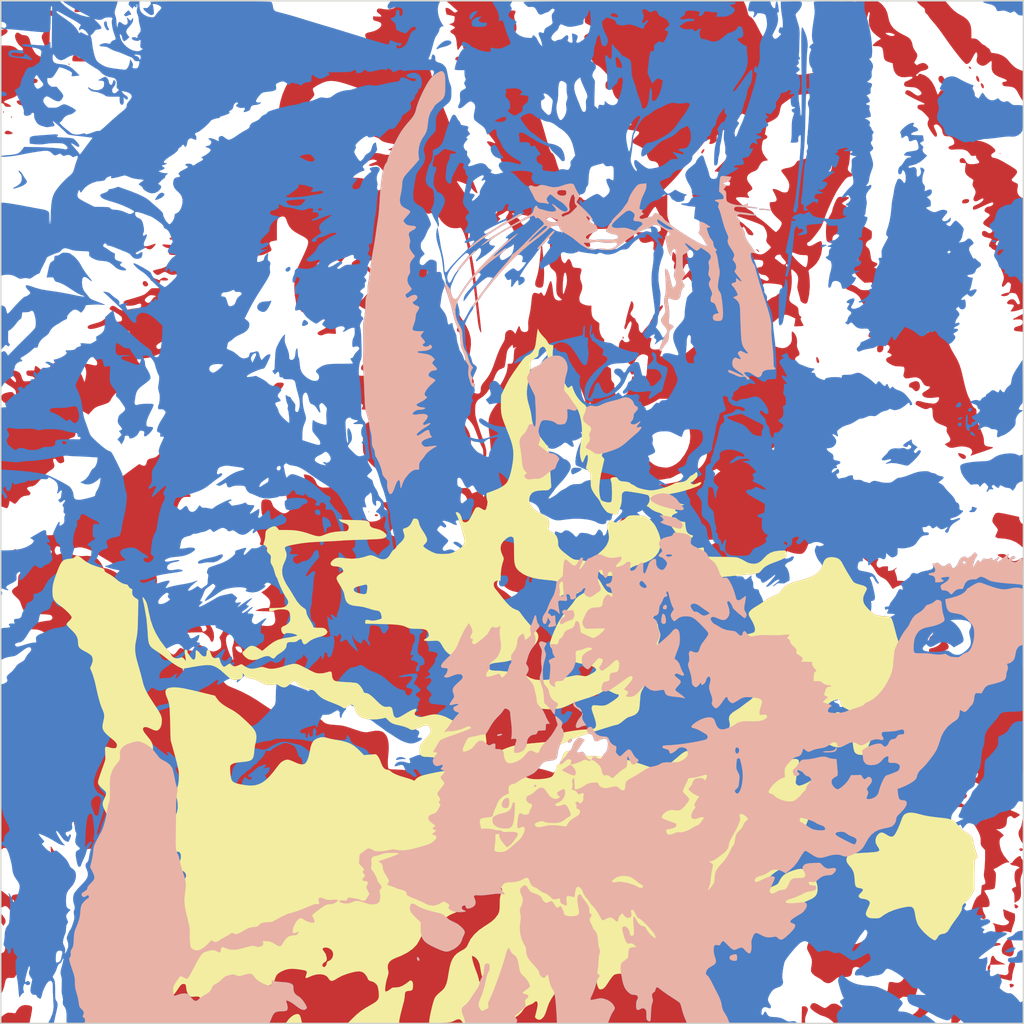
<source format=kicad_pcb>
(kicad_pcb (version 4) (host pcbnew 4.0.7)

  (general
    (links 0)
    (no_connects 0)
    (area 0 0 0 0)
    (thickness 1.6)
    (drawings 4)
    (tracks 0)
    (zones 0)
    (modules 2)
    (nets 1)
  )

  (page A4)
  (layers
    (0 F.Cu signal)
    (31 B.Cu signal)
    (32 B.Adhes user)
    (33 F.Adhes user)
    (34 B.Paste user)
    (35 F.Paste user)
    (36 B.SilkS user)
    (37 F.SilkS user)
    (38 B.Mask user)
    (39 F.Mask user)
    (40 Dwgs.User user)
    (41 Cmts.User user)
    (42 Eco1.User user)
    (43 Eco2.User user)
    (44 Edge.Cuts user)
    (45 Margin user)
    (46 B.CrtYd user)
    (47 F.CrtYd user)
    (48 B.Fab user)
    (49 F.Fab user)
  )

  (setup
    (last_trace_width 0.25)
    (trace_clearance 0.2)
    (zone_clearance 0.508)
    (zone_45_only no)
    (trace_min 0.2)
    (segment_width 0.2)
    (edge_width 0.15)
    (via_size 0.6)
    (via_drill 0.4)
    (via_min_size 0.4)
    (via_min_drill 0.3)
    (uvia_size 0.3)
    (uvia_drill 0.1)
    (uvias_allowed no)
    (uvia_min_size 0.2)
    (uvia_min_drill 0.1)
    (pcb_text_width 0.3)
    (pcb_text_size 1.5 1.5)
    (mod_edge_width 0.15)
    (mod_text_size 1 1)
    (mod_text_width 0.15)
    (pad_size 1.524 1.524)
    (pad_drill 0.762)
    (pad_to_mask_clearance 0.2)
    (aux_axis_origin 0 0)
    (visible_elements FFFFFF7F)
    (pcbplotparams
      (layerselection 0x00030_80000001)
      (usegerberextensions false)
      (excludeedgelayer true)
      (linewidth 0.100000)
      (plotframeref false)
      (viasonmask false)
      (mode 1)
      (useauxorigin false)
      (hpglpennumber 1)
      (hpglpenspeed 20)
      (hpglpendiameter 15)
      (hpglpenoverlay 2)
      (psnegative false)
      (psa4output false)
      (plotreference true)
      (plotvalue true)
      (plotinvisibletext false)
      (padsonsilk false)
      (subtractmaskfromsilk false)
      (outputformat 1)
      (mirror false)
      (drillshape 1)
      (scaleselection 1)
      (outputdirectory ""))
  )

  (net 0 "")

  (net_class Default "This is the default net class."
    (clearance 0.2)
    (trace_width 0.25)
    (via_dia 0.6)
    (via_drill 0.4)
    (uvia_dia 0.3)
    (uvia_drill 0.1)
  )

  (module junes:ART_CAT_BACK (layer B.Cu) (tedit 0) (tstamp 5AC0CA32)
    (at 50.8 50.8 180)
    (fp_text reference G*** (at 0 0 180) (layer B.SilkS) hide
      (effects (font (thickness 0.3)) (justify mirror))
    )
    (fp_text value LOGO (at 0.75 0 180) (layer B.SilkS) hide
      (effects (font (thickness 0.3)) (justify mirror))
    )
    (fp_poly (pts (xy -16.077464 -2.059587) (xy -16.027777 -2.114194) (xy -15.994889 -2.180999) (xy -15.949725 -2.269041)
      (xy -15.892436 -2.329721) (xy -15.7956 -2.375507) (xy -15.631796 -2.418867) (xy -15.373602 -2.472267)
      (xy -15.33928 -2.479088) (xy -15.00276 -2.587266) (xy -14.76106 -2.751228) (xy -14.621258 -2.95736)
      (xy -14.590432 -3.192045) (xy -14.675661 -3.441669) (xy -14.769698 -3.574648) (xy -14.890023 -3.746964)
      (xy -14.905126 -3.879685) (xy -14.811656 -4.009052) (xy -14.722566 -4.084267) (xy -14.593666 -4.223085)
      (xy -14.561627 -4.345304) (xy -14.62609 -4.426199) (xy -14.727798 -4.444999) (xy -14.863091 -4.491265)
      (xy -15.034337 -4.608346) (xy -15.203734 -4.763673) (xy -15.33348 -4.924674) (xy -15.373214 -5.001092)
      (xy -15.393075 -5.128296) (xy -15.347904 -5.279943) (xy -15.267519 -5.430742) (xy -15.115056 -5.644566)
      (xy -14.964654 -5.74326) (xy -14.794073 -5.736346) (xy -14.672749 -5.685446) (xy -14.45841 -5.506894)
      (xy -14.329752 -5.249603) (xy -14.29916 -4.938551) (xy -14.299563 -4.932905) (xy -14.304525 -4.763792)
      (xy -14.273586 -4.682827) (xy -14.188196 -4.65235) (xy -14.159524 -4.648594) (xy -14.006233 -4.683841)
      (xy -13.830916 -4.797906) (xy -13.671986 -4.957914) (xy -13.567861 -5.130988) (xy -13.557005 -5.164233)
      (xy -13.51572 -5.29158) (xy -13.44326 -5.493619) (xy -13.355194 -5.726958) (xy -13.353854 -5.730422)
      (xy -13.26272 -5.952002) (xy -13.196521 -6.070754) (xy -13.142072 -6.104994) (xy -13.098934 -6.084532)
      (xy -13.04363 -5.97901) (xy -13.019203 -5.771808) (xy -13.018415 -5.59286) (xy -13.022222 -5.36574)
      (xy -13.023554 -5.184953) (xy -13.022319 -5.095875) (xy -12.975006 -5.022078) (xy -12.866024 -5.022757)
      (xy -12.723665 -5.082742) (xy -12.57622 -5.186867) (xy -12.451981 -5.319963) (xy -12.388899 -5.435466)
      (xy -12.267526 -5.6374) (xy -12.09007 -5.779437) (xy -11.89534 -5.832901) (xy -11.85487 -5.830049)
      (xy -11.763709 -5.796386) (xy -11.724267 -5.705672) (xy -11.717454 -5.55625) (xy -11.730849 -5.353718)
      (xy -11.761592 -5.18402) (xy -11.768131 -5.163242) (xy -11.777665 -5.036326) (xy -11.687052 -4.954633)
      (xy -11.514962 -4.928611) (xy -11.331885 -5.007248) (xy -11.189505 -5.151821) (xy -11.087932 -5.228427)
      (xy -10.907248 -5.3145) (xy -10.692549 -5.393013) (xy -10.488928 -5.446937) (xy -10.370725 -5.461)
      (xy -10.29222 -5.426201) (xy -10.313019 -5.328385) (xy -10.428425 -5.177421) (xy -10.57275 -5.036593)
      (xy -10.772093 -4.826325) (xy -10.855444 -4.656981) (xy -10.8585 -4.622995) (xy -10.846623 -4.490525)
      (xy -10.825733 -4.433399) (xy -10.751351 -4.430397) (xy -10.594859 -4.457538) (xy -10.460608 -4.490367)
      (xy -10.030366 -4.555321) (xy -9.605342 -4.52606) (xy -9.224437 -4.406498) (xy -9.129299 -4.356383)
      (xy -8.824082 -4.222835) (xy -8.539819 -4.204088) (xy -8.247325 -4.300859) (xy -8.106477 -4.3815)
      (xy -7.913142 -4.488498) (xy -7.741006 -4.55761) (xy -7.664465 -4.571999) (xy -7.578215 -4.599195)
      (xy -7.476198 -4.691651) (xy -7.343869 -4.86567) (xy -7.182893 -5.111749) (xy -7.031186 -5.339531)
      (xy -6.895438 -5.519795) (xy -6.794071 -5.62929) (xy -6.755223 -5.6515) (xy -6.702098 -5.649989)
      (xy -6.679016 -5.629733) (xy -6.691178 -5.567143) (xy -6.743787 -5.438629) (xy -6.842043 -5.220605)
      (xy -6.858 -5.185427) (xy -6.984086 -4.882771) (xy -7.041555 -4.676926) (xy -7.031113 -4.558291)
      (xy -6.953467 -4.517266) (xy -6.906978 -4.519958) (xy -6.795377 -4.579758) (xy -6.672782 -4.737274)
      (xy -6.56987 -4.92125) (xy -6.424269 -5.168954) (xy -6.28809 -5.302238) (xy -6.141499 -5.323401)
      (xy -5.964665 -5.234744) (xy -5.737755 -5.038566) (xy -5.718559 -5.019966) (xy -5.550672 -4.862897)
      (xy -5.415764 -4.74851) (xy -5.340709 -4.699442) (xy -5.337543 -4.698999) (xy -5.24746 -4.737773)
      (xy -5.17853 -4.861905) (xy -5.127481 -5.083112) (xy -5.09104 -5.413109) (xy -5.076703 -5.632963)
      (xy -5.036833 -6.362717) (xy -4.709167 -6.663957) (xy -4.527243 -6.842619) (xy -4.426183 -6.978966)
      (xy -4.384805 -7.106284) (xy -4.37983 -7.181473) (xy -4.357698 -7.397444) (xy -4.302147 -7.671421)
      (xy -4.225471 -7.957629) (xy -4.13996 -8.21029) (xy -4.057905 -8.383629) (xy -4.056425 -8.385909)
      (xy -3.885297 -8.682973) (xy -3.712004 -9.04317) (xy -3.564693 -9.406303) (xy -3.523817 -9.525)
      (xy -3.426893 -9.762181) (xy -3.304389 -9.982359) (xy -3.235368 -10.075908) (xy -3.057723 -10.36077)
      (xy -3.005942 -10.661065) (xy -3.049121 -10.893644) (xy -3.117299 -11.046797) (xy -3.201129 -11.101481)
      (xy -3.260493 -11.100239) (xy -3.329609 -11.07928) (xy -3.384032 -11.023653) (xy -3.434773 -10.909972)
      (xy -3.492843 -10.71485) (xy -3.553697 -10.4775) (xy -3.584421 -10.507784) (xy -3.652956 -10.621021)
      (xy -3.691594 -10.692199) (xy -3.821575 -10.938648) (xy -3.682297 -11.127032) (xy -3.59124 -11.285938)
      (xy -3.60339 -11.381114) (xy -3.721958 -11.414775) (xy -3.950155 -11.389133) (xy -4.036394 -11.371123)
      (xy -4.23634 -11.322715) (xy -4.337581 -11.279153) (xy -4.365831 -11.219806) (xy -4.346804 -11.12404)
      (xy -4.346346 -11.122419) (xy -4.318442 -10.96374) (xy -4.298369 -10.738918) (xy -4.292457 -10.587889)
      (xy -4.283176 -10.380922) (xy -4.259563 -10.277553) (xy -4.2144 -10.254579) (xy -4.191 -10.261718)
      (xy -4.002061 -10.328965) (xy -3.894481 -10.329902) (xy -3.839904 -10.262183) (xy -3.830593 -10.231887)
      (xy -3.748911 -10.118748) (xy -3.66871 -10.096499) (xy -3.582367 -10.076453) (xy -3.570384 -9.992151)
      (xy -3.585045 -9.921875) (xy -3.648242 -9.758217) (xy -3.716193 -9.657003) (xy -3.846229 -9.607484)
      (xy -4.036037 -9.633843) (xy -4.252766 -9.725066) (xy -4.463564 -9.870143) (xy -4.527097 -9.928829)
      (xy -4.734959 -10.136691) (xy -4.642962 -9.554799) (xy -4.594168 -9.22362) (xy -4.577876 -8.998937)
      (xy -4.603964 -8.862278) (xy -4.682312 -8.795169) (xy -4.822801 -8.779138) (xy -5.035309 -8.795713)
      (xy -5.048199 -8.797087) (xy -5.280634 -8.817369) (xy -5.412034 -8.801019) (xy -5.46121 -8.725167)
      (xy -5.446974 -8.566941) (xy -5.402673 -8.366125) (xy -5.373272 -8.211848) (xy -5.391813 -8.144406)
      (xy -5.472419 -8.128218) (xy -5.497204 -8.128) (xy -5.649646 -8.184768) (xy -5.750515 -8.334577)
      (xy -5.7785 -8.501077) (xy -5.8116 -8.633338) (xy -5.91932 -8.67815) (xy -6.114293 -8.640361)
      (xy -6.128992 -8.63559) (xy -6.276488 -8.572587) (xy -6.337994 -8.483305) (xy -6.35 -8.326275)
      (xy -6.381195 -8.103045) (xy -6.387968 -8.094732) (xy -5.138424 -8.094732) (xy -5.097533 -8.278525)
      (xy -4.991795 -8.365803) (xy -4.827228 -8.348062) (xy -4.758968 -8.316609) (xy -4.675898 -8.247653)
      (xy -4.698108 -8.154088) (xy -4.713296 -8.128706) (xy -4.753703 -8.019058) (xy -4.75199 -7.861643)
      (xy -4.715373 -7.651327) (xy -4.676564 -7.339508) (xy -4.713976 -7.110784) (xy -4.831534 -6.943835)
      (xy -4.848354 -6.929298) (xy -4.962201 -6.874665) (xy -5.03436 -6.936288) (xy -5.06609 -7.116056)
      (xy -5.067014 -7.257428) (xy -5.071787 -7.504345) (xy -5.094449 -7.74249) (xy -5.108446 -7.822927)
      (xy -5.138424 -8.094732) (xy -6.387968 -8.094732) (xy -6.482866 -7.978266) (xy -6.667144 -7.937584)
      (xy -6.67857 -7.9375) (xy -6.831005 -7.900012) (xy -6.942014 -7.768043) (xy -6.953251 -7.747)
      (xy -7.064227 -7.604748) (xy -7.177131 -7.5565) (xy -7.28417 -7.59035) (xy -7.291497 -7.665386)
      (xy -7.239 -7.71525) (xy -7.188953 -7.809188) (xy -7.177806 -7.969136) (xy -7.208601 -8.139271)
      (xy -7.214946 -8.156905) (xy -7.308845 -8.26781) (xy -7.474172 -8.370785) (xy -7.657225 -8.436169)
      (xy -7.737471 -8.4455) (xy -7.850549 -8.409352) (xy -8.02352 -8.315019) (xy -8.200999 -8.195628)
      (xy -8.401435 -8.048629) (xy -8.580557 -7.917966) (xy -8.683625 -7.843414) (xy -8.790559 -7.731807)
      (xy -8.816974 -7.591138) (xy -8.762262 -7.396762) (xy -8.66775 -7.201152) (xy -8.564611 -6.950469)
      (xy -8.517796 -6.673819) (xy -8.524259 -6.337725) (xy -8.561332 -6.0325) (xy -8.594985 -5.85659)
      (xy -8.644331 -5.773102) (xy -8.737146 -5.748036) (xy -8.79475 -5.74675) (xy -8.910676 -5.756163)
      (xy -8.972497 -5.806589) (xy -9.005004 -5.931302) (xy -9.020001 -6.049107) (xy -9.061863 -6.252089)
      (xy -9.127102 -6.412681) (xy -9.157952 -6.454665) (xy -9.289629 -6.527401) (xy -9.398769 -6.487959)
      (xy -9.45773 -6.351058) (xy -9.4615 -6.293028) (xy -9.502772 -6.10605) (xy -9.606525 -5.963117)
      (xy -9.742672 -5.905505) (xy -9.744011 -5.9055) (xy -9.873331 -5.955381) (xy -9.944544 -6.108372)
      (xy -9.959421 -6.369494) (xy -9.951159 -6.4928) (xy -9.89266 -6.80174) (xy -9.779694 -7.001147)
      (xy -9.606407 -7.098817) (xy -9.486216 -7.112) (xy -9.370411 -7.141367) (xy -9.3345 -7.19455)
      (xy -9.38917 -7.327113) (xy -9.518006 -7.41621) (xy -9.593425 -7.4295) (xy -9.724098 -7.475081)
      (xy -9.773946 -7.51866) (xy -9.824784 -7.625523) (xy -9.876842 -7.804321) (xy -9.922299 -8.014502)
      (xy -9.953331 -8.215509) (xy -9.962113 -8.36679) (xy -9.94861 -8.424056) (xy -9.87848 -8.415689)
      (xy -9.76686 -8.336798) (xy -9.758782 -8.329333) (xy -9.622579 -8.231304) (xy -9.505431 -8.1915)
      (xy -9.386721 -8.246373) (xy -9.255265 -8.386925) (xy -9.134346 -8.577051) (xy -9.047247 -8.780647)
      (xy -9.017 -8.948898) (xy -8.989586 -9.146848) (xy -8.923103 -9.313011) (xy -8.91815 -9.32037)
      (xy -8.845267 -9.398792) (xy -8.74186 -9.441706) (xy -8.571697 -9.459118) (xy -8.406996 -9.4615)
      (xy -8.039582 -9.491189) (xy -7.761238 -9.585894) (xy -7.547328 -9.754069) (xy -7.544138 -9.757577)
      (xy -7.435749 -9.908321) (xy -7.310421 -10.127958) (xy -7.185538 -10.379617) (xy -7.078482 -10.626429)
      (xy -7.006635 -10.831525) (xy -6.986188 -10.941028) (xy -7.02199 -11.152487) (xy -7.114753 -11.359692)
      (xy -7.238582 -11.510917) (xy -7.287283 -11.542419) (xy -7.388414 -11.559062) (xy -7.590091 -11.568529)
      (xy -7.866037 -11.570359) (xy -8.189973 -11.564093) (xy -8.302749 -11.560177) (xy -8.625101 -11.551276)
      (xy -8.896781 -11.550522) (xy -9.095321 -11.557449) (xy -9.198249 -11.57159) (xy -9.207624 -11.578947)
      (xy -9.15698 -11.694998) (xy -9.023428 -11.852972) (xy -8.833929 -12.031091) (xy -8.615446 -12.207579)
      (xy -8.394941 -12.360661) (xy -8.199375 -12.46856) (xy -8.055711 -12.509499) (xy -8.055465 -12.509499)
      (xy -7.960238 -12.482905) (xy -7.781157 -12.411322) (xy -7.547713 -12.307051) (xy -7.388007 -12.231088)
      (xy -6.81598 -11.952677) (xy -6.746236 -11.455649) (xy -6.683038 -11.129234) (xy -6.599988 -10.92266)
      (xy -6.493402 -10.829802) (xy -6.37503 -10.838115) (xy -6.296303 -10.920876) (xy -6.251453 -11.040129)
      (xy -6.172367 -11.302255) (xy -6.04532 -11.471257) (xy -5.841486 -11.579559) (xy -5.745274 -11.609513)
      (xy -5.425028 -11.737166) (xy -5.215979 -11.914919) (xy -5.109737 -12.15012) (xy -5.105828 -12.169487)
      (xy -5.017516 -12.371532) (xy -4.850856 -12.513761) (xy -4.700495 -12.638725) (xy -4.63603 -12.762571)
      (xy -4.6355 -12.772853) (xy -4.605458 -12.932284) (xy -4.565496 -13.029652) (xy -4.508679 -13.105263)
      (xy -4.420419 -13.136491) (xy -4.262299 -13.132083) (xy -4.162713 -13.121345) (xy -3.968712 -13.105983)
      (xy -3.830939 -13.108867) (xy -3.79183 -13.120337) (xy -3.795115 -13.194451) (xy -3.849365 -13.333859)
      (xy -3.877113 -13.388655) (xy -3.958454 -13.588018) (xy -3.999537 -13.781834) (xy -4.000738 -13.810309)
      (xy -4.034755 -13.99532) (xy -4.11747 -14.192083) (xy -4.128713 -14.211264) (xy -4.256452 -14.420778)
      (xy -3.972356 -14.546447) (xy -3.767123 -14.646251) (xy -3.665724 -14.732409) (xy -3.652168 -14.833361)
      (xy -3.710465 -14.977546) (xy -3.719764 -14.995695) (xy -3.758965 -15.082612) (xy -3.784982 -15.179239)
      (xy -3.797694 -15.304811) (xy -3.796981 -15.478563) (xy -3.782721 -15.719731) (xy -3.754794 -16.047551)
      (xy -3.713078 -16.481257) (xy -3.710239 -16.51) (xy -3.692885 -16.746283) (xy -3.70303 -16.899729)
      (xy -3.747442 -17.012797) (xy -3.802838 -17.091029) (xy -3.959326 -17.23347) (xy -4.130751 -17.327117)
      (xy -4.261102 -17.366421) (xy -4.300983 -17.346193) (xy -4.278887 -17.254088) (xy -4.231581 -17.048105)
      (xy -4.259183 -16.909005) (xy -4.375342 -16.824355) (xy -4.593712 -16.781723) (xy -4.810125 -16.770329)
      (xy -4.975015 -16.753046) (xy -5.070482 -16.717071) (xy -5.08 -16.700036) (xy -5.122624 -16.631853)
      (xy -5.238097 -16.496398) (xy -5.407822 -16.314527) (xy -5.57542 -16.144411) (xy -5.803493 -15.91227)
      (xy -5.959969 -15.732326) (xy -6.067288 -15.571419) (xy -6.147889 -15.396389) (xy -6.217226 -15.195972)
      (xy -6.297754 -14.913956) (xy -6.333322 -14.6828) (xy -6.331279 -14.437636) (xy -6.319153 -14.296491)
      (xy -6.299 -14.061263) (xy -6.300868 -13.919964) (xy -6.330022 -13.840633) (xy -6.391726 -13.791309)
      (xy -6.403423 -13.784893) (xy -6.569932 -13.730414) (xy -6.698229 -13.716) (xy -6.871832 -13.686338)
      (xy -7.059992 -13.614792) (xy -7.063819 -13.612828) (xy -7.373641 -13.480465) (xy -7.625586 -13.439293)
      (xy -7.812278 -13.472134) (xy -7.942841 -13.529399) (xy -7.99982 -13.577699) (xy -7.999917 -13.579336)
      (xy -7.945878 -13.62445) (xy -7.806679 -13.699558) (xy -7.650159 -13.771695) (xy -7.417149 -13.8973)
      (xy -7.201155 -14.054109) (xy -7.104726 -14.146736) (xy -6.997888 -14.278589) (xy -6.941971 -14.39429)
      (xy -6.924491 -14.54032) (xy -6.932961 -14.76316) (xy -6.934135 -14.781776) (xy -6.955143 -15.0143)
      (xy -6.994413 -15.166576) (xy -7.071378 -15.285351) (xy -7.193969 -15.40686) (xy -7.37955 -15.557627)
      (xy -7.517104 -15.608468) (xy -7.635883 -15.560237) (xy -7.758046 -15.42334) (xy -7.886999 -15.264351)
      (xy -8.059025 -15.068991) (xy -8.172278 -14.947434) (xy -8.325824 -14.780179) (xy -8.446825 -14.635864)
      (xy -8.497324 -14.564619) (xy -8.6002 -14.497608) (xy -8.765238 -14.512357) (xy -8.949392 -14.599583)
      (xy -9.001181 -14.653739) (xy -9.004116 -14.743224) (xy -8.958479 -14.907284) (xy -8.951769 -14.927745)
      (xy -8.868393 -15.12266) (xy -8.768978 -15.279905) (xy -8.74043 -15.310899) (xy -8.660174 -15.400505)
      (xy -8.661856 -15.481445) (xy -8.723641 -15.586548) (xy -8.826522 -15.701849) (xy -8.920013 -15.748)
      (xy -9.035075 -15.70746) (xy -9.216027 -15.598662) (xy -9.436699 -15.440835) (xy -9.670923 -15.253209)
      (xy -9.892529 -15.055012) (xy -9.978599 -14.970125) (xy -10.182227 -14.77986) (xy -10.333077 -14.689542)
      (xy -10.450256 -14.694417) (xy -10.552875 -14.789737) (xy -10.575051 -14.821848) (xy -10.632219 -14.948393)
      (xy -10.649565 -15.115845) (xy -10.631549 -15.363927) (xy -10.576821 -15.645833) (xy -10.477576 -15.822725)
      (xy -10.315538 -15.913848) (xy -10.085972 -15.9385) (xy -9.860936 -15.983548) (xy -9.7273 -16.115859)
      (xy -9.688405 -16.331184) (xy -9.698707 -16.431115) (xy -9.687934 -16.641294) (xy -9.576951 -16.774125)
      (xy -9.368443 -16.826707) (xy -9.332205 -16.8275) (xy -9.134926 -16.884499) (xy -8.993857 -17.051249)
      (xy -8.913784 -17.321378) (xy -8.904551 -17.396909) (xy -8.891544 -17.586956) (xy -8.910394 -17.691147)
      (xy -8.976893 -17.749607) (xy -9.056685 -17.783442) (xy -9.20444 -17.818027) (xy -9.366536 -17.804823)
      (xy -9.560349 -17.736367) (xy -9.803253 -17.605198) (xy -10.112622 -17.403853) (xy -10.38225 -17.214133)
      (xy -10.677098 -17.00254) (xy -10.969057 -16.79308) (xy -11.225139 -16.609415) (xy -11.412354 -16.475211)
      (xy -11.417911 -16.47123) (xy -11.615536 -16.339044) (xy -11.745552 -16.28008) (xy -11.835577 -16.283529)
      (xy -11.862411 -16.297268) (xy -11.948549 -16.374333) (xy -11.976484 -16.47155) (xy -11.939676 -16.601546)
      (xy -11.831588 -16.776942) (xy -11.645678 -17.010364) (xy -11.375409 -17.314436) (xy -11.284276 -17.413361)
      (xy -11.178558 -17.53426) (xy -11.126338 -17.607592) (xy -11.125526 -17.616126) (xy -11.190837 -17.646394)
      (xy -11.320658 -17.703093) (xy -11.490587 -17.813849) (xy -11.541046 -17.94203) (xy -11.468759 -18.076184)
      (xy -11.435746 -18.105616) (xy -11.336862 -18.219096) (xy -11.359102 -18.298913) (xy -11.500581 -18.342992)
      (xy -11.659151 -18.3515) (xy -11.874215 -18.335531) (xy -12.063399 -18.277458) (xy -12.251322 -18.162032)
      (xy -12.462599 -17.974002) (xy -12.721848 -17.698119) (xy -12.731801 -17.687012) (xy -13.160421 -17.208104)
      (xy -13.402862 -17.427135) (xy -13.726222 -17.647567) (xy -14.081582 -17.74824) (xy -14.48122 -17.732362)
      (xy -14.533782 -17.722566) (xy -14.803593 -17.672963) (xy -14.975729 -17.658452) (xy -15.075734 -17.683374)
      (xy -15.129154 -17.752066) (xy -15.152297 -17.827625) (xy -15.20679 -17.99344) (xy -15.292361 -18.116569)
      (xy -15.428398 -18.205901) (xy -15.63429 -18.270327) (xy -15.929424 -18.318734) (xy -16.308772 -18.357862)
      (xy -16.598758 -18.389167) (xy -16.852849 -18.426757) (xy -17.036782 -18.46503) (xy -17.102522 -18.487637)
      (xy -17.178743 -18.514965) (xy -17.172081 -18.479558) (xy -17.099229 -18.397513) (xy -16.976878 -18.284923)
      (xy -16.82172 -18.157883) (xy -16.650447 -18.032488) (xy -16.585742 -17.989348) (xy -16.402846 -17.860232)
      (xy -16.266349 -17.743733) (xy -16.211946 -17.675583) (xy -16.235376 -17.571988) (xy -16.352065 -17.408449)
      (xy -16.46958 -17.280802) (xy -16.656732 -17.071127) (xy -16.744467 -16.912231) (xy -16.737869 -16.782723)
      (xy -16.642021 -16.661212) (xy -16.621125 -16.643079) (xy -16.389552 -16.448456) (xy -16.240542 -16.319022)
      (xy -16.160487 -16.237023) (xy -16.135776 -16.184706) (xy -16.152801 -16.144316) (xy -16.197951 -16.098098)
      (xy -16.201002 -16.095012) (xy -16.271673 -16.037188) (xy -16.351119 -16.027394) (xy -16.47929 -16.068367)
      (xy -16.605949 -16.122766) (xy -16.795153 -16.199396) (xy -16.944801 -16.247564) (xy -16.994323 -16.256)
      (xy -17.069566 -16.211604) (xy -17.067436 -16.097444) (xy -16.990964 -15.94206) (xy -16.955873 -15.894071)
      (xy -16.869493 -15.744449) (xy -16.779102 -15.526913) (xy -16.725353 -15.360529) (xy -16.584375 -15.003774)
      (xy -16.38585 -14.749008) (xy -16.224852 -14.632789) (xy -16.177928 -14.5978) (xy -16.157306 -14.545542)
      (xy -16.167279 -14.45469) (xy -16.212144 -14.303919) (xy -16.296197 -14.071904) (xy -16.384746 -13.839039)
      (xy -16.504777 -13.517817) (xy -16.584254 -13.275651) (xy -16.631304 -13.0743) (xy -16.654057 -12.875523)
      (xy -16.660641 -12.641079) (xy -16.66062 -12.54118) (xy -16.64775 -12.183064) (xy -16.608012 -11.928578)
      (xy -16.53482 -11.755981) (xy -16.421592 -11.643533) (xy -16.381545 -11.619721) (xy -16.255854 -11.585654)
      (xy -16.126035 -11.630661) (xy -15.972191 -11.76641) (xy -15.815854 -11.951466) (xy -15.702764 -12.075814)
      (xy -15.525231 -12.24985) (xy -15.306252 -12.453263) (xy -15.068825 -12.665746) (xy -14.835949 -12.866989)
      (xy -14.630622 -13.036684) (xy -14.475842 -13.154523) (xy -14.40489 -13.197416) (xy -14.354806 -13.176287)
      (xy -14.356918 -13.070297) (xy -14.405448 -12.90758) (xy -14.494618 -12.716271) (xy -14.508986 -12.690606)
      (xy -14.642573 -12.348013) (xy -14.651583 -11.999443) (xy -14.53608 -11.635691) (xy -14.516612 -11.596005)
      (xy -14.435525 -11.402223) (xy -14.395367 -11.237007) (xy -14.396752 -11.173512) (xy -14.398686 -10.938259)
      (xy -14.290132 -10.736335) (xy -14.155632 -10.633732) (xy -14.010174 -10.521351) (xy -13.986909 -10.412019)
      (xy -14.082079 -10.325069) (xy -14.223046 -10.287) (xy -14.41759 -10.214019) (xy -14.540209 -10.05471)
      (xy -14.597662 -9.797679) (xy -14.604064 -9.644688) (xy -14.644433 -9.358568) (xy -14.739573 -9.180545)
      (xy -14.843901 -9.013851) (xy -14.947404 -8.796587) (xy -14.980334 -8.711606) (xy -15.059389 -8.52483)
      (xy -15.142151 -8.429815) (xy -15.257513 -8.393842) (xy -15.261364 -8.393381) (xy -15.364946 -8.371224)
      (xy -15.404456 -8.317039) (xy -15.38492 -8.201272) (xy -15.323647 -8.027048) (xy -15.344191 -7.933823)
      (xy -15.389987 -7.881272) (xy -15.435965 -7.862681) (xy -15.477536 -7.903196) (xy -15.522422 -8.020883)
      (xy -15.578344 -8.233808) (xy -15.623111 -8.426724) (xy -15.701311 -8.733565) (xy -15.791931 -9.030721)
      (xy -15.88018 -9.271546) (xy -15.916325 -9.351403) (xy -16.068682 -9.654056) (xy -15.908341 -9.890018)
      (xy -15.809532 -10.060111) (xy -15.753089 -10.205098) (xy -15.748 -10.241393) (xy -15.788064 -10.414698)
      (xy -15.886616 -10.613565) (xy -16.011199 -10.774911) (xy -16.032165 -10.793684) (xy -16.109214 -10.834341)
      (xy -16.194104 -10.806308) (xy -16.322747 -10.696448) (xy -16.337977 -10.681829) (xy -16.580167 -10.491906)
      (xy -16.842834 -10.387309) (xy -17.17086 -10.351357) (xy -17.228509 -10.350854) (xy -17.485515 -10.35838)
      (xy -17.698254 -10.388712) (xy -17.889541 -10.454406) (xy -18.08219 -10.56802) (xy -18.299018 -10.742109)
      (xy -18.56284 -10.989229) (xy -18.780125 -11.204795) (xy -19.075241 -11.507048) (xy -19.284544 -11.736733)
      (xy -19.417414 -11.90535) (xy -19.483232 -12.024398) (xy -19.4945 -12.080518) (xy -19.451993 -12.219057)
      (xy -19.33435 -12.421452) (xy -19.170578 -12.644281) (xy -18.959914 -12.916052) (xy -18.814974 -13.129346)
      (xy -18.715811 -13.319442) (xy -18.642482 -13.521616) (xy -18.609881 -13.635986) (xy -18.516512 -13.846855)
      (xy -18.372909 -13.948291) (xy -18.168458 -13.944107) (xy -17.959292 -13.869695) (xy -17.797916 -13.801206)
      (xy -17.708843 -13.787137) (xy -17.649337 -13.828094) (xy -17.613497 -13.874615) (xy -17.555364 -14.045085)
      (xy -17.57118 -14.220915) (xy -17.61063 -14.541888) (xy -17.577151 -14.811883) (xy -17.522886 -14.967003)
      (xy -17.48672 -15.071021) (xy -17.477005 -15.176323) (xy -17.498145 -15.313077) (xy -17.554545 -15.511454)
      (xy -17.640257 -15.771065) (xy -17.775531 -16.236745) (xy -17.83885 -16.618064) (xy -17.8435 -16.729573)
      (xy -17.854284 -16.957668) (xy -17.896317 -17.107716) (xy -17.984119 -17.227566) (xy -17.999364 -17.243136)
      (xy -18.131448 -17.349406) (xy -18.243476 -17.398593) (xy -18.250794 -17.399) (xy -18.348085 -17.355571)
      (xy -18.477609 -17.251863) (xy -18.597293 -17.127737) (xy -18.665059 -17.023059) (xy -18.669 -17.002773)
      (xy -18.71774 -16.955825) (xy -18.7325 -16.9545) (xy -18.783875 -17.007754) (xy -18.796 -17.08313)
      (xy -18.804899 -17.165711) (xy -18.854695 -17.174941) (xy -18.980043 -17.116588) (xy -18.984167 -17.114456)
      (xy -19.15482 -16.965594) (xy -19.236868 -16.777488) (xy -19.327815 -16.52669) (xy -19.43507 -16.37284)
      (xy -19.548377 -16.329455) (xy -19.572168 -16.335716) (xy -19.665016 -16.4338) (xy -19.704782 -16.614305)
      (xy -19.687396 -16.842491) (xy -19.6484 -16.986229) (xy -19.587256 -17.194748) (xy -19.567061 -17.382592)
      (xy -19.591099 -17.586174) (xy -19.662653 -17.84191) (xy -19.74739 -18.084132) (xy -19.841476 -18.358152)
      (xy -19.888857 -18.546756) (xy -19.895068 -18.680285) (xy -19.872773 -18.771423) (xy -19.838493 -18.945605)
      (xy -19.849432 -19.074262) (xy -19.934054 -19.241081) (xy -20.064011 -19.39062) (xy -20.200423 -19.482603)
      (xy -20.255113 -19.4945) (xy -20.375477 -19.442775) (xy -20.535893 -19.302709) (xy -20.714705 -19.09696)
      (xy -20.89026 -18.848189) (xy -20.92263 -18.796) (xy -21.082523 -18.56057) (xy -21.220381 -18.411331)
      (xy -21.325579 -18.355247) (xy -21.387495 -18.399283) (xy -21.3995 -18.483384) (xy -21.448201 -18.622322)
      (xy -21.567906 -18.779083) (xy -21.719021 -18.913032) (xy -21.861951 -18.983532) (xy -21.889719 -18.9865)
      (xy -21.996581 -18.953007) (xy -22.173652 -18.864156) (xy -22.387078 -18.737387) (xy -22.4414 -18.702305)
      (xy -22.692153 -18.546182) (xy -22.903802 -18.443666) (xy -23.112273 -18.387326) (xy -23.353492 -18.369734)
      (xy -23.663384 -18.383461) (xy -23.889306 -18.402899) (xy -24.285301 -18.452372) (xy -24.565123 -18.523426)
      (xy -24.739255 -18.628315) (xy -24.818181 -18.779295) (xy -24.812383 -18.988622) (xy -24.732346 -19.268549)
      (xy -24.701468 -19.352306) (xy -24.618994 -19.620585) (xy -24.580455 -19.860081) (xy -24.587536 -20.042726)
      (xy -24.641919 -20.140453) (xy -24.653875 -20.145924) (xy -24.765882 -20.148671) (xy -24.930702 -20.118817)
      (xy -24.943957 -20.115285) (xy -25.142334 -20.10177) (xy -25.279736 -20.165271) (xy -25.339988 -20.278432)
      (xy -25.306918 -20.413899) (xy -25.188703 -20.529234) (xy -24.916018 -20.666166) (xy -24.584264 -20.751671)
      (xy -24.173023 -20.789146) (xy -23.667837 -20.782285) (xy -23.210249 -20.773624) (xy -22.847817 -20.802261)
      (xy -22.552632 -20.874114) (xy -22.296787 -20.995101) (xy -22.13153 -21.108087) (xy -21.90613 -21.249088)
      (xy -21.6212 -21.384673) (xy -21.320826 -21.497742) (xy -21.049096 -21.571194) (xy -20.889116 -21.59)
      (xy -20.625674 -21.540949) (xy -20.422914 -21.3892) (xy -20.273431 -21.127856) (xy -20.219894 -20.966708)
      (xy -20.14261 -20.74913) (xy -20.050554 -20.570262) (xy -19.990046 -20.494625) (xy -19.789082 -20.400193)
      (xy -19.512879 -20.383894) (xy -19.182367 -20.440909) (xy -18.818474 -20.56642) (xy -18.442128 -20.755608)
      (xy -18.208903 -20.904731) (xy -17.962049 -21.095014) (xy -17.831913 -21.242856) (xy -17.817392 -21.353232)
      (xy -17.917387 -21.431115) (xy -18.082924 -21.474027) (xy -18.278901 -21.531658) (xy -18.524638 -21.636752)
      (xy -18.749674 -21.756757) (xy -18.96838 -21.887507) (xy -19.161752 -22.003165) (xy -19.287985 -22.078726)
      (xy -19.288125 -22.07881) (xy -19.400883 -22.207807) (xy -19.427753 -22.37472) (xy -19.360261 -22.52427)
      (xy -19.356928 -22.527672) (xy -19.247148 -22.583664) (xy -19.030693 -22.649644) (xy -18.72719 -22.722318)
      (xy -18.356267 -22.798389) (xy -17.937552 -22.874563) (xy -17.490672 -22.947545) (xy -17.035255 -23.014039)
      (xy -16.59093 -23.07075) (xy -16.177323 -23.114383) (xy -15.814063 -23.141642) (xy -15.662144 -23.147976)
      (xy -15.388563 -23.161588) (xy -15.161266 -23.184312) (xy -15.011245 -23.212446) (xy -14.971087 -23.230513)
      (xy -14.926739 -23.337206) (xy -14.993184 -23.434601) (xy -15.154583 -23.503744) (xy -15.208391 -23.514472)
      (xy -15.457915 -23.586604) (xy -15.592571 -23.705181) (xy -15.621 -23.822268) (xy -15.665667 -23.941355)
      (xy -15.717961 -23.980693) (xy -15.82956 -23.96677) (xy -15.999622 -23.883021) (xy -16.196561 -23.749175)
      (xy -16.388792 -23.584963) (xy -16.449099 -23.523983) (xy -16.59353 -23.413652) (xy -16.780843 -23.370884)
      (xy -16.873206 -23.368) (xy -17.151053 -23.416781) (xy -17.345783 -23.557462) (xy -17.448457 -23.781548)
      (xy -17.4625 -23.92805) (xy -17.42769 -24.158752) (xy -17.312338 -24.355242) (xy -17.100062 -24.538485)
      (xy -16.880948 -24.672364) (xy -16.733083 -24.750717) (xy -16.604245 -24.803592) (xy -16.464195 -24.835985)
      (xy -16.282693 -24.852893) (xy -16.029501 -24.85931) (xy -15.743701 -24.86025) (xy -15.408017 -24.861833)
      (xy -15.1715 -24.869505) (xy -15.006332 -24.887647) (xy -14.884691 -24.920642) (xy -14.778757 -24.972871)
      (xy -14.695924 -25.025288) (xy -14.473021 -25.137405) (xy -14.21373 -25.220548) (xy -14.128723 -25.236911)
      (xy -13.841059 -25.297401) (xy -13.557945 -25.400041) (xy -13.249369 -25.558617) (xy -12.885317 -25.786919)
      (xy -12.786412 -25.853579) (xy -12.499627 -26.039552) (xy -12.185662 -26.228604) (xy -11.90245 -26.386148)
      (xy -11.844575 -26.415888) (xy -11.562084 -26.575076) (xy -11.38153 -26.729858) (xy -11.282248 -26.908943)
      (xy -11.243569 -27.141043) (xy -11.240437 -27.25514) (xy -11.226304 -27.457512) (xy -11.176732 -27.572709)
      (xy -11.1125 -27.6225) (xy -10.972031 -27.655727) (xy -10.82089 -27.596435) (xy -10.636803 -27.435043)
      (xy -10.609307 -27.40608) (xy -10.467873 -27.293575) (xy -10.299484 -27.249098) (xy -10.074454 -27.270078)
      (xy -9.816533 -27.337437) (xy -9.434494 -27.415813) (xy -9.101993 -27.409813) (xy -8.834896 -27.323154)
      (xy -8.649068 -27.159558) (xy -8.591649 -27.050233) (xy -8.528566 -26.926312) (xy -8.434366 -26.872274)
      (xy -8.263642 -26.8605) (xy -7.814497 -26.901069) (xy -7.427788 -27.017879) (xy -7.127379 -27.203585)
      (xy -7.115876 -27.213803) (xy -6.956467 -27.326271) (xy -6.753624 -27.428054) (xy -6.543692 -27.506077)
      (xy -6.363016 -27.547263) (xy -6.247938 -27.538535) (xy -6.236521 -27.530187) (xy -6.220795 -27.45571)
      (xy -6.207536 -27.28581) (xy -6.198901 -27.05206) (xy -6.197322 -26.956778) (xy -6.1898 -26.712676)
      (xy -6.174949 -26.525902) (xy -6.155472 -26.425618) (xy -6.147226 -26.416248) (xy -6.081465 -26.462178)
      (xy -6.011401 -26.547064) (xy -5.953528 -26.681977) (xy -5.981059 -26.840394) (xy -5.98817 -26.859789)
      (xy -6.024359 -27.063251) (xy -5.983848 -27.278953) (xy -5.938749 -27.473952) (xy -5.961869 -27.57969)
      (xy -6.062993 -27.619662) (xy -6.126889 -27.6225) (xy -6.268885 -27.673727) (xy -6.418975 -27.800571)
      (xy -6.533266 -27.962778) (xy -6.554944 -28.015079) (xy -6.62314 -28.039044) (xy -6.77882 -27.979832)
      (xy -6.785985 -27.976153) (xy -6.964482 -27.917129) (xy -7.091023 -27.935865) (xy -7.14201 -28.021055)
      (xy -7.111214 -28.131969) (xy -7.075834 -28.279291) (xy -7.08137 -28.426926) (xy -7.070076 -28.608448)
      (xy -6.957189 -28.794075) (xy -6.9571 -28.794182) (xy -6.850999 -28.911658) (xy -6.780641 -28.940746)
      (xy -6.704091 -28.893529) (xy -6.681653 -28.873557) (xy -6.532539 -28.786759) (xy -6.400452 -28.782762)
      (xy -6.313676 -28.843806) (xy -6.300495 -28.952129) (xy -6.36956 -29.069529) (xy -6.432935 -29.192957)
      (xy -6.403858 -29.292985) (xy -6.379105 -29.380017) (xy -6.443007 -29.442063) (xy -6.53365 -29.480851)
      (xy -6.703275 -29.573212) (xy -6.764069 -29.69728) (xy -6.726811 -29.881297) (xy -6.706288 -29.933201)
      (xy -6.593661 -30.102796) (xy -6.396784 -30.241805) (xy -6.310044 -30.284813) (xy -5.965085 -30.488048)
      (xy -5.683762 -30.739172) (xy -5.495817 -31.010974) (xy -5.481201 -31.043104) (xy -5.415545 -31.176205)
      (xy -5.34152 -31.229647) (xy -5.211584 -31.225843) (xy -5.123648 -31.211672) (xy -4.552336 -31.131416)
      (xy -4.062684 -31.10341) (xy -3.620364 -31.12818) (xy -3.191049 -31.206248) (xy -3.048 -31.243348)
      (xy -2.729453 -31.30023) (xy -2.48149 -31.279025) (xy -2.327592 -31.189374) (xy -2.237199 -31.05603)
      (xy -2.247517 -30.95147) (xy -2.367288 -30.861989) (xy -2.589447 -30.778766) (xy -2.800397 -30.717487)
      (xy -2.941569 -30.69697) (xy -3.063304 -30.716742) (xy -3.208029 -30.772937) (xy -3.440623 -30.83672)
      (xy -3.75238 -30.875194) (xy -4.097817 -30.887387) (xy -4.431451 -30.872328) (xy -4.707797 -30.829044)
      (xy -4.783822 -30.806605) (xy -4.999714 -30.703241) (xy -5.206565 -30.563874) (xy -5.228322 -30.545583)
      (xy -5.417856 -30.400237) (xy -5.617613 -30.274532) (xy -5.641356 -30.261961) (xy -5.758492 -30.186143)
      (xy -5.815147 -30.093995) (xy -5.810234 -29.962561) (xy -5.742664 -29.768883) (xy -5.611346 -29.490005)
      (xy -5.604037 -29.475318) (xy -5.464375 -29.228923) (xy -5.333532 -29.091525) (xy -5.187091 -29.049548)
      (xy -5.000635 -29.089416) (xy -4.946732 -29.109848) (xy -4.697141 -29.185637) (xy -4.485284 -29.205631)
      (xy -4.340189 -29.169404) (xy -4.296819 -29.119392) (xy -4.297063 -29.027066) (xy -4.386265 -28.941461)
      (xy -4.58118 -28.847468) (xy -4.612166 -28.835028) (xy -4.902309 -28.655656) (xy -5.120718 -28.390706)
      (xy -5.246786 -28.070853) (xy -5.269528 -27.856491) (xy -5.250909 -27.639549) (xy -5.18664 -27.533794)
      (xy -5.06013 -27.530011) (xy -4.854786 -27.618986) (xy -4.848159 -27.6225) (xy -4.608641 -27.766247)
      (xy -4.484704 -27.887897) (xy -4.47 -28.000889) (xy -4.558184 -28.11866) (xy -4.597941 -28.152329)
      (xy -4.782632 -28.299697) (xy -4.631437 -28.405598) (xy -4.393379 -28.503535) (xy -4.141533 -28.482342)
      (xy -3.887114 -28.347406) (xy -3.641337 -28.104114) (xy -3.464278 -27.84504) (xy -3.26419 -27.5616)
      (xy -3.063199 -27.402802) (xy -2.8517 -27.367575) (xy -2.620086 -27.454848) (xy -2.358753 -27.663551)
      (xy -2.305861 -27.715915) (xy -2.020803 -27.968568) (xy -1.772504 -28.111804) (xy -1.718754 -28.129354)
      (xy -1.52085 -28.211363) (xy -1.422493 -28.342097) (xy -1.397 -28.543834) (xy -1.447842 -28.683587)
      (xy -1.570112 -28.827958) (xy -1.718432 -28.931718) (xy -1.810539 -28.956) (xy -1.914918 -29.000392)
      (xy -1.965512 -29.047649) (xy -1.998845 -29.127932) (xy -1.970663 -29.24313) (xy -1.878037 -29.418353)
      (xy -1.782166 -29.607701) (xy -1.723319 -29.773553) (xy -1.7145 -29.832154) (xy -1.658899 -29.951773)
      (xy -1.519177 -30.036457) (xy -1.335956 -30.075109) (xy -1.14986 -30.056628) (xy -1.052863 -30.012938)
      (xy -0.895522 -29.931931) (xy -0.774874 -29.928748) (xy -0.684408 -30.013542) (xy -0.617617 -30.196463)
      (xy -0.567991 -30.487662) (xy -0.53504 -30.820507) (xy -0.518735 -31.124456) (xy -0.532914 -31.315441)
      (xy -0.583535 -31.405105) (xy -0.67656 -31.405094) (xy -0.800298 -31.338799) (xy -0.9933 -31.255972)
      (xy -1.148866 -31.270869) (xy -1.243027 -31.378089) (xy -1.257714 -31.441854) (xy -1.235102 -31.660932)
      (xy -1.137853 -31.929878) (xy -0.985146 -32.21296) (xy -0.796159 -32.474445) (xy -0.59678 -32.673282)
      (xy -0.393019 -32.842277) (xy -0.147081 -33.054915) (xy 0.090815 -33.267709) (xy 0.110713 -33.28593)
      (xy 0.432771 -33.545881) (xy 0.733449 -33.703318) (xy 1.045172 -33.770771) (xy 1.352651 -33.76581)
      (xy 1.5587 -33.738668) (xy 1.687575 -33.689288) (xy 1.751434 -33.594051) (xy 1.762439 -33.429336)
      (xy 1.732749 -33.171524) (xy 1.715837 -33.060345) (xy 1.680578 -32.775448) (xy 1.662337 -32.503893)
      (xy 1.664171 -32.295981) (xy 1.66748 -32.26446) (xy 1.676504 -32.076333) (xy 1.637253 -32.004096)
      (xy 1.629082 -32.003132) (xy 1.512161 -31.986887) (xy 1.412875 -31.963976) (xy 1.316947 -31.952531)
      (xy 1.277336 -32.009354) (xy 1.27 -32.145816) (xy 1.250813 -32.289168) (xy 1.185081 -32.448138)
      (xy 1.060547 -32.64317) (xy 0.864953 -32.894709) (xy 0.71095 -33.078261) (xy 0.525659 -33.295272)
      (xy 0.291075 -33.150291) (xy 0.1482 -33.032603) (xy -0.023492 -32.848807) (xy -0.202308 -32.628021)
      (xy -0.366555 -32.399362) (xy -0.494541 -32.191948) (xy -0.564573 -32.034896) (xy -0.5715 -31.992469)
      (xy -0.521367 -31.876099) (xy -0.367293 -31.80081) (xy -0.103766 -31.765301) (xy 0.274723 -31.768274)
      (xy 0.359135 -31.773023) (xy 0.64317 -31.787152) (xy 0.82443 -31.785249) (xy 0.926381 -31.765154)
      (xy 0.972488 -31.724702) (xy 0.976267 -31.716155) (xy 1.066861 -31.648134) (xy 1.272556 -31.623178)
      (xy 1.297537 -31.623) (xy 1.547286 -31.60046) (xy 1.809337 -31.544552) (xy 1.865617 -31.527069)
      (xy 2.149873 -31.466548) (xy 2.506336 -31.4457) (xy 2.612187 -31.447694) (xy 3.076201 -31.46425)
      (xy 3.151255 -31.14675) (xy 3.211328 -30.851497) (xy 3.217694 -30.644728) (xy 3.154934 -30.506978)
      (xy 3.007627 -30.418785) (xy 2.760353 -30.360683) (xy 2.500374 -30.325189) (xy 2.231714 -30.290858)
      (xy 2.064278 -30.259754) (xy 1.972959 -30.222102) (xy 1.932646 -30.168128) (xy 1.919386 -30.099)
      (xy 1.885222 -29.96128) (xy 1.812545 -29.754146) (xy 1.719253 -29.5275) (xy 1.606516 -29.270085)
      (xy 1.496501 -29.0143) (xy 1.423937 -28.841747) (xy 1.230298 -28.527485) (xy 0.936777 -28.256394)
      (xy 0.596503 -28.064108) (xy 0.322685 -27.946736) (xy 0.360803 -27.624894) (xy 0.360535 -27.350776)
      (xy 0.275829 -27.164809) (xy 0.095717 -27.051552) (xy -0.076067 -27.009875) (xy -0.28076 -26.94359)
      (xy -0.49615 -26.825226) (xy -0.557479 -26.78006) (xy -0.732759 -26.659702) (xy -0.976214 -26.518825)
      (xy -1.238731 -26.385617) (xy -1.27 -26.37111) (xy -1.611914 -26.213142) (xy -1.860774 -26.093495)
      (xy -2.039531 -25.998803) (xy -2.171135 -25.915697) (xy -2.278537 -25.830809) (xy -2.384688 -25.730772)
      (xy -2.406287 -25.709272) (xy -2.589952 -25.503622) (xy -2.767775 -25.270668) (xy -2.818526 -25.194644)
      (xy -2.966622 -24.987139) (xy -3.118961 -24.851167) (xy -3.311099 -24.767485) (xy -3.578591 -24.716846)
      (xy -3.732876 -24.699725) (xy -4.05894 -24.651339) (xy -4.280049 -24.56886) (xy -4.417375 -24.433045)
      (xy -4.492094 -24.224648) (xy -4.521733 -23.982743) (xy -4.556875 -23.731838) (xy -4.634174 -23.451149)
      (xy -4.763178 -23.109464) (xy -4.853533 -22.898071) (xy -4.988373 -22.582151) (xy -5.074594 -22.351507)
      (xy -5.12018 -22.177728) (xy -5.133118 -22.032405) (xy -5.126442 -21.927119) (xy -5.080858 -21.722999)
      (xy -5.005649 -21.555275) (xy -4.980336 -21.521621) (xy -4.909326 -21.421526) (xy -4.902894 -21.315288)
      (xy -4.947891 -21.167469) (xy -4.994945 -21.003925) (xy -4.980145 -20.890275) (xy -4.910328 -20.779581)
      (xy -4.789855 -20.644044) (xy -4.619024 -20.480849) (xy -4.527353 -20.401833) (xy -4.395233 -20.296507)
      (xy -4.316696 -20.253219) (xy -4.288581 -20.284779) (xy -4.307726 -20.404) (xy -4.37097 -20.623691)
      (xy -4.427692 -20.805635) (xy -4.530389 -21.132521) (xy -4.21782 -21.691202) (xy -3.905554 -22.175283)
      (xy -3.516815 -22.636413) (xy -3.389734 -22.767392) (xy -3.135914 -23.032187) (xy -2.960601 -23.242715)
      (xy -2.844251 -23.425428) (xy -2.767319 -23.606774) (xy -2.765506 -23.6122) (xy -2.667884 -23.833389)
      (xy -2.550314 -23.93441) (xy -2.393194 -23.922093) (xy -2.19075 -23.8125) (xy -1.967485 -23.700871)
      (xy -1.775199 -23.696058) (xy -1.590565 -23.803361) (xy -1.421864 -23.987125) (xy -1.188676 -24.264963)
      (xy -0.976828 -24.46717) (xy -0.744568 -24.628332) (xy -0.47625 -24.770431) (xy -0.144574 -24.89789)
      (xy 0.157637 -24.950566) (xy 0.404693 -24.925962) (xy 0.523201 -24.867597) (xy 0.650214 -24.711891)
      (xy 0.754155 -24.47831) (xy 0.816128 -24.21591) (xy 0.8255 -24.082668) (xy 0.858117 -23.823975)
      (xy 0.966209 -23.65817) (xy 1.165135 -23.569555) (xy 1.350683 -23.545898) (xy 1.68275 -23.52675)
      (xy 1.665722 -23.256875) (xy 1.662112 -23.087133) (xy 1.690717 -23.009248) (xy 1.767719 -22.989095)
      (xy 1.792722 -22.989019) (xy 1.959793 -23.02905) (xy 2.060011 -23.084269) (xy 2.225307 -23.167048)
      (xy 2.381647 -23.141728) (xy 2.555924 -23.003395) (xy 2.567329 -22.991613) (xy 2.819532 -22.781055)
      (xy 3.057371 -22.694744) (xy 3.285784 -22.733367) (xy 3.509706 -22.897605) (xy 3.709089 -23.149788)
      (xy 3.981615 -23.468682) (xy 4.310496 -23.678844) (xy 4.654328 -23.782515) (xy 4.81417 -23.79675)
      (xy 4.891132 -23.746415) (xy 4.903991 -23.608757) (xy 4.891562 -23.495) (xy 4.853701 -23.372643)
      (xy 4.772536 -23.17819) (xy 4.666683 -22.950428) (xy 4.554758 -22.728144) (xy 4.455376 -22.550123)
      (xy 4.397653 -22.465919) (xy 4.27948 -22.391722) (xy 4.092625 -22.332131) (xy 4.009061 -22.317007)
      (xy 3.75858 -22.272481) (xy 3.485204 -22.209768) (xy 3.401599 -22.187213) (xy 3.163021 -22.133148)
      (xy 2.928797 -22.101456) (xy 2.851439 -22.098) (xy 2.727978 -22.091453) (xy 2.637759 -22.056223)
      (xy 2.554883 -21.968925) (xy 2.453447 -21.806177) (xy 2.376667 -21.669375) (xy 2.14854 -21.27162)
      (xy 1.94833 -20.9578) (xy 1.752653 -20.695672) (xy 1.538125 -20.452992) (xy 1.374379 -20.287353)
      (xy 1.177934 -20.082965) (xy 1.00585 -19.882444) (xy 0.888973 -19.722282) (xy 0.872253 -19.693313)
      (xy 0.784998 -19.555077) (xy 0.697587 -19.509421) (xy 0.586503 -19.524532) (xy 0.350506 -19.63191)
      (xy 0.217866 -19.806739) (xy 0.189987 -19.964716) (xy 0.181541 -20.106462) (xy 0.159046 -20.339493)
      (xy 0.12611 -20.629326) (xy 0.093315 -20.889157) (xy 0.041278 -21.407488) (xy 0.02837 -21.86269)
      (xy 0.039731 -22.086893) (xy 0.082306 -22.556721) (xy -0.101722 -22.517973) (xy -0.266218 -22.508768)
      (xy -0.378957 -22.539033) (xy -0.428997 -22.590073) (xy -0.433175 -22.67393) (xy -0.389825 -22.826112)
      (xy -0.361753 -22.905882) (xy -0.284434 -23.168759) (xy -0.224732 -23.454483) (xy -0.212885 -23.537631)
      (xy -0.195682 -23.731757) (xy -0.209547 -23.836618) (xy -0.263613 -23.888043) (xy -0.306342 -23.904208)
      (xy -0.487655 -23.914444) (xy -0.721059 -23.867842) (xy -0.954061 -23.779615) (xy -1.13417 -23.664977)
      (xy -1.135309 -23.663947) (xy -1.304837 -23.448866) (xy -1.422747 -23.18312) (xy -1.4605 -22.958574)
      (xy -1.512178 -22.643563) (xy -1.654565 -22.381756) (xy -1.868697 -22.194569) (xy -2.135606 -22.103417)
      (xy -2.22265 -22.098) (xy -2.373634 -22.07403) (xy -2.458405 -21.976777) (xy -2.486016 -21.9075)
      (xy -2.552973 -21.772933) (xy -2.623279 -21.710258) (xy -2.625587 -21.709947) (xy -2.728332 -21.704163)
      (xy -2.907442 -21.697377) (xy -3.01625 -21.694072) (xy -3.204317 -21.684918) (xy -3.29928 -21.655217)
      (xy -3.33499 -21.581115) (xy -3.344155 -21.463) (xy -3.352897 -21.27787) (xy -3.359801 -21.1343)
      (xy -3.36003 -21.129625) (xy -3.406224 -21.045212) (xy -3.548079 -21.018543) (xy -3.556901 -21.0185)
      (xy -3.748302 -21.0185) (xy -3.592944 -20.780375) (xy -3.489605 -20.597669) (xy -3.369523 -20.349954)
      (xy -3.261529 -20.09775) (xy -3.064592 -19.702039) (xy -2.803083 -19.371303) (xy -2.770352 -19.337966)
      (xy -2.599454 -19.157534) (xy -2.502717 -19.019999) (xy -2.458399 -18.884998) (xy -2.445446 -18.734716)
      (xy -2.423816 -18.520587) (xy -2.377103 -18.247426) (xy -2.322152 -18.00225) (xy -2.255031 -17.738578)
      (xy -2.191339 -17.487003) (xy -2.148045 -17.314693) (xy -2.055072 -17.105943) (xy -1.876443 -16.851801)
      (xy -1.742224 -16.69612) (xy -1.579822 -16.507438) (xy -1.458475 -16.34354) (xy -1.399504 -16.233896)
      (xy -1.397 -16.218942) (xy -1.434301 -16.099729) (xy -1.523982 -15.95585) (xy -1.524 -15.955827)
      (xy -1.634232 -15.722023) (xy -1.626097 -15.46875) (xy -1.513979 -15.240026) (xy -1.376958 -15.054694)
      (xy -1.522316 -14.559972) (xy -1.628051 -14.221045) (xy -1.726934 -13.964667) (xy -1.838834 -13.749228)
      (xy -1.98362 -13.533119) (xy -2.063991 -13.42562) (xy -2.261401 -13.074572) (xy -2.334503 -12.705011)
      (xy -2.282041 -12.323822) (xy -2.271421 -12.2901) (xy -2.178722 -12.008524) (xy -2.454611 -11.693141)
      (xy -2.619373 -11.496549) (xy -2.703251 -11.362803) (xy -2.713788 -11.263589) (xy -2.658528 -11.170594)
      (xy -2.608078 -11.117077) (xy -2.523575 -10.976989) (xy -2.458977 -10.770683) (xy -2.444587 -10.688452)
      (xy -2.399509 -10.415262) (xy -2.351594 -10.267897) (xy -2.296431 -10.245191) (xy -2.229609 -10.345979)
      (xy -2.146717 -10.569094) (xy -2.13468 -10.606552) (xy -2.054105 -10.836263) (xy -1.950875 -11.100185)
      (xy -1.898357 -11.224447) (xy -1.815874 -11.431258) (xy -1.785922 -11.582827) (xy -1.801938 -11.736324)
      (xy -1.827588 -11.840886) (xy -1.866201 -12.030657) (xy -1.874981 -12.177881) (xy -1.868362 -12.213591)
      (xy -1.80564 -12.298809) (xy -1.685839 -12.415699) (xy -1.54205 -12.537113) (xy -1.407364 -12.635901)
      (xy -1.314874 -12.684915) (xy -1.295727 -12.683393) (xy -1.268002 -12.608094) (xy -1.232989 -12.453442)
      (xy -1.219656 -12.380383) (xy -1.175379 -12.207891) (xy -1.119317 -12.097923) (xy -1.09802 -12.081756)
      (xy -1.011415 -12.106846) (xy -0.874391 -12.198627) (xy -0.791496 -12.269033) (xy -0.665708 -12.39584)
      (xy -0.589533 -12.517974) (xy -0.544316 -12.679134) (xy -0.511402 -12.923016) (xy -0.511091 -12.925843)
      (xy -0.455836 -13.271934) (xy -0.362218 -13.548675) (xy -0.206836 -13.812832) (xy -0.071352 -13.992508)
      (xy 0.04045 -14.145786) (xy 0.092937 -14.275263) (xy 0.100697 -14.436341) (xy 0.087513 -14.595758)
      (xy 0.073602 -14.817365) (xy 0.092763 -14.957628) (xy 0.152651 -15.059632) (xy 0.17412 -15.083403)
      (xy 0.26124 -15.227184) (xy 0.328917 -15.428493) (xy 0.34176 -15.493221) (xy 0.454731 -15.859393)
      (xy 0.657692 -16.167937) (xy 0.829688 -16.322482) (xy 1.015423 -16.454737) (xy 1.147133 -16.231504)
      (xy 1.236479 -16.091935) (xy 1.309678 -16.043733) (xy 1.413544 -16.067973) (xy 1.480796 -16.096612)
      (xy 1.723234 -16.190832) (xy 1.982725 -16.273038) (xy 2.224239 -16.334189) (xy 2.412747 -16.365245)
      (xy 2.50553 -16.36108) (xy 2.589826 -16.271121) (xy 2.590892 -16.117968) (xy 2.513624 -15.929873)
      (xy 2.404875 -15.780198) (xy 2.280848 -15.619888) (xy 2.23231 -15.483441) (xy 2.23879 -15.311523)
      (xy 2.240006 -15.30231) (xy 2.252554 -15.172619) (xy 2.235147 -15.077566) (xy 2.168268 -14.987994)
      (xy 2.032401 -14.87475) (xy 1.8761 -14.758661) (xy 1.631782 -14.561697) (xy 1.464007 -14.375081)
      (xy 1.334586 -14.154707) (xy 1.312028 -14.107214) (xy 1.194167 -13.825629) (xy 1.126044 -13.576528)
      (xy 1.103951 -13.320448) (xy 1.124177 -13.01793) (xy 1.176628 -12.666703) (xy 1.241923 -12.161067)
      (xy 1.24687 -11.760574) (xy 1.191457 -11.458615) (xy 1.173932 -11.411417) (xy 1.152295 -11.343005)
      (xy 1.183985 -11.331857) (xy 1.294566 -11.377572) (xy 1.359946 -11.408509) (xy 1.546059 -11.477772)
      (xy 1.696909 -11.47514) (xy 1.773887 -11.450989) (xy 1.920021 -11.413098) (xy 2.030035 -11.441434)
      (xy 2.129028 -11.553608) (xy 2.242095 -11.767233) (xy 2.250831 -11.78569) (xy 2.358173 -11.982273)
      (xy 2.495538 -12.165785) (xy 2.682753 -12.356602) (xy 2.939646 -12.5751) (xy 3.257737 -12.820458)
      (xy 3.502241 -12.997432) (xy 3.672126 -13.099335) (xy 3.789497 -13.133399) (xy 3.876457 -13.106855)
      (xy 3.941279 -13.044093) (xy 3.99221 -12.937564) (xy 3.946903 -12.81926) (xy 3.900526 -12.677863)
      (xy 3.955727 -12.590079) (xy 4.03799 -12.573) (xy 4.141892 -12.528029) (xy 4.163736 -12.410874)
      (xy 4.10124 -12.248165) (xy 4.069928 -12.200326) (xy 3.961494 -11.976576) (xy 3.9563 -11.738282)
      (xy 4.055717 -11.462467) (xy 4.120918 -11.343532) (xy 4.302671 -11.034815) (xy 4.596085 -11.488387)
      (xy 4.730101 -11.703322) (xy 4.831991 -11.881521) (xy 4.885336 -11.993691) (xy 4.8895 -12.011859)
      (xy 4.920638 -12.108091) (xy 4.997389 -12.255588) (xy 5.01571 -12.285973) (xy 5.102669 -12.45075)
      (xy 5.207995 -12.684196) (xy 5.306058 -12.928468) (xy 5.463581 -13.303166) (xy 5.642552 -13.62308)
      (xy 5.866863 -13.921711) (xy 6.16041 -14.232559) (xy 6.389999 -14.448245) (xy 6.720737 -14.768293)
      (xy 6.941738 -15.027363) (xy 7.05357 -15.227423) (xy 7.0568 -15.370441) (xy 6.951996 -15.458383)
      (xy 6.739724 -15.493217) (xy 6.691474 -15.494) (xy 6.518637 -15.500415) (xy 6.437959 -15.534215)
      (xy 6.414724 -15.617228) (xy 6.413737 -15.668625) (xy 6.443844 -15.827925) (xy 6.518396 -16.005524)
      (xy 6.614297 -16.15956) (xy 6.708447 -16.248174) (xy 6.737841 -16.256) (xy 6.77331 -16.284844)
      (xy 6.731 -16.35125) (xy 6.607599 -16.430488) (xy 6.423361 -16.43122) (xy 6.163239 -16.352215)
      (xy 6.024298 -16.293416) (xy 5.646725 -16.149933) (xy 5.339217 -16.087879) (xy 5.111157 -16.10845)
      (xy 5.012533 -16.164339) (xy 4.908574 -16.305363) (xy 4.914874 -16.453199) (xy 5.034742 -16.623913)
      (xy 5.125207 -16.711216) (xy 5.436506 -16.994712) (xy 5.660836 -17.215534) (xy 5.808039 -17.39321)
      (xy 5.887956 -17.547267) (xy 5.910428 -17.69723) (xy 5.885296 -17.862627) (xy 5.8224 -18.062985)
      (xy 5.815857 -18.081606) (xy 5.773342 -18.213241) (xy 5.764354 -18.314813) (xy 5.798947 -18.42188)
      (xy 5.88717 -18.57) (xy 6.002107 -18.740464) (xy 6.138078 -18.944807) (xy 6.207445 -19.068253)
      (xy 6.217952 -19.13287) (xy 6.177347 -19.160722) (xy 6.151506 -19.166032) (xy 6.002218 -19.160271)
      (xy 5.828781 -19.118407) (xy 5.639293 -19.068961) (xy 5.469432 -19.051696) (xy 5.357763 -19.068235)
      (xy 5.334645 -19.097625) (xy 5.38808 -19.148759) (xy 5.521989 -19.221842) (xy 5.593133 -19.253575)
      (xy 5.755499 -19.33356) (xy 5.825144 -19.412915) (xy 5.831393 -19.526134) (xy 5.830612 -19.532921)
      (xy 5.795604 -19.662557) (xy 5.708003 -19.75606) (xy 5.538085 -19.839456) (xy 5.438063 -19.876651)
      (xy 5.256377 -19.941226) (xy 5.503535 -20.209988) (xy 5.645558 -20.378488) (xy 5.829387 -20.616274)
      (xy 6.027078 -20.886501) (xy 6.149337 -21.061454) (xy 6.319406 -21.305021) (xy 6.471321 -21.513469)
      (xy 6.586383 -21.661672) (xy 6.63949 -21.720104) (xy 6.725262 -21.820351) (xy 6.711241 -21.869982)
      (xy 6.612854 -21.842923) (xy 6.578924 -21.822462) (xy 6.354107 -21.75063) (xy 6.202951 -21.759151)
      (xy 5.970845 -21.762441) (xy 5.661317 -21.719239) (xy 5.311406 -21.638077) (xy 4.958151 -21.527489)
      (xy 4.649876 -21.401376) (xy 4.437214 -21.305133) (xy 4.305689 -21.262003) (xy 4.223891 -21.266254)
      (xy 4.160498 -21.312072) (xy 4.08298 -21.400971) (xy 4.064 -21.436586) (xy 4.122354 -21.484361)
      (xy 4.288937 -21.565807) (xy 4.551027 -21.675862) (xy 4.895901 -21.809467) (xy 5.310839 -21.96156)
      (xy 5.783118 -22.12708) (xy 5.901307 -22.167467) (xy 6.262482 -22.293943) (xy 6.588056 -22.414791)
      (xy 6.856275 -22.521394) (xy 7.045383 -22.605135) (xy 7.130546 -22.654355) (xy 7.22823 -22.77357)
      (xy 7.344953 -22.958257) (xy 7.411716 -23.08225) (xy 7.534455 -23.307672) (xy 7.666965 -23.522262)
      (xy 7.726028 -23.606707) (xy 7.81847 -23.743211) (xy 7.832726 -23.815645) (xy 7.785466 -23.850459)
      (xy 7.670659 -23.86508) (xy 7.635883 -23.854066) (xy 7.542082 -23.854058) (xy 7.491083 -23.877184)
      (xy 7.446112 -23.930909) (xy 7.480598 -24.012172) (xy 7.565731 -24.111119) (xy 7.766713 -24.369312)
      (xy 7.861977 -24.607926) (xy 7.873999 -24.73325) (xy 7.825236 -24.986634) (xy 7.692457 -25.156553)
      (xy 7.495929 -25.229933) (xy 7.255921 -25.193699) (xy 7.198219 -25.169208) (xy 7.010122 -25.107628)
      (xy 6.899989 -25.125655) (xy 6.881493 -25.210659) (xy 6.968305 -25.350007) (xy 6.983974 -25.367158)
      (xy 7.08276 -25.478829) (xy 7.092871 -25.541034) (xy 7.002219 -25.588745) (xy 6.894938 -25.624798)
      (xy 6.741399 -25.69681) (xy 6.695684 -25.788029) (xy 6.757445 -25.916042) (xy 6.88631 -26.059077)
      (xy 7.016536 -26.201002) (xy 7.098076 -26.312376) (xy 7.112 -26.348173) (xy 7.073165 -26.430657)
      (xy 6.975195 -26.564812) (xy 6.9215 -26.628548) (xy 6.805488 -26.78189) (xy 6.737982 -26.912162)
      (xy 6.731 -26.947402) (xy 6.77012 -27.04023) (xy 6.874286 -27.19846) (xy 7.023707 -27.392986)
      (xy 7.08025 -27.460982) (xy 7.23993 -27.658391) (xy 7.361263 -27.825866) (xy 7.424638 -27.935663)
      (xy 7.4295 -27.955097) (xy 7.395912 -28.055077) (xy 7.311538 -28.208339) (xy 7.27075 -28.27114)
      (xy 7.162019 -28.439023) (xy 7.12223 -28.544081) (xy 7.146958 -28.627156) (xy 7.222282 -28.71861)
      (xy 7.296091 -28.813774) (xy 7.280423 -28.874216) (xy 7.222282 -28.92111) (xy 7.146413 -28.990797)
      (xy 7.122441 -29.071344) (xy 7.155229 -29.189779) (xy 7.24964 -29.373124) (xy 7.328048 -29.508789)
      (xy 7.45727 -29.714249) (xy 7.572531 -29.842167) (xy 7.716603 -29.928623) (xy 7.914843 -30.00375)
      (xy 8.150402 -30.100104) (xy 8.278686 -30.203569) (xy 8.318134 -30.339258) (xy 8.291264 -30.516368)
      (xy 8.221162 -30.635411) (xy 8.078917 -30.786822) (xy 7.936391 -30.9059) (xy 7.770824 -31.037175)
      (xy 7.6563 -31.142638) (xy 7.62 -31.193626) (xy 7.672389 -31.25134) (xy 7.782571 -31.306952)
      (xy 7.893022 -31.379437) (xy 7.879291 -31.461482) (xy 7.743291 -31.547504) (xy 7.693206 -31.567917)
      (xy 7.52475 -31.632001) (xy 7.731697 -31.802125) (xy 7.883566 -31.940688) (xy 7.928358 -32.024112)
      (xy 7.86811 -32.062249) (xy 7.786525 -32.0675) (xy 7.618658 -32.113871) (xy 7.521877 -32.230869)
      (xy 7.519973 -32.369951) (xy 7.626778 -32.544058) (xy 7.823527 -32.72738) (xy 8.078009 -32.894387)
      (xy 8.324673 -33.00778) (xy 8.522291 -33.074416) (xy 8.806442 -33.1628) (xy 9.140936 -33.261991)
      (xy 9.489584 -33.361048) (xy 9.531173 -33.37255) (xy 10.17591 -33.525345) (xy 10.730319 -33.602007)
      (xy 11.205074 -33.60339) (xy 11.587346 -33.537068) (xy 11.88454 -33.500452) (xy 12.031846 -33.525212)
      (xy 12.343779 -33.603927) (xy 12.679734 -33.66181) (xy 13.01182 -33.697103) (xy 13.312145 -33.708048)
      (xy 13.552821 -33.692886) (xy 13.705956 -33.649858) (xy 13.729671 -33.632257) (xy 13.844869 -33.554288)
      (xy 14.016935 -33.473829) (xy 14.04927 -33.461632) (xy 14.200435 -33.415837) (xy 14.311878 -33.422814)
      (xy 14.439497 -33.493362) (xy 14.523188 -33.553175) (xy 14.723834 -33.697171) (xy 14.923819 -33.836614)
      (xy 14.968069 -33.866675) (xy 15.097292 -33.969721) (xy 15.155046 -34.081664) (xy 15.166944 -34.257173)
      (xy 15.166407 -34.29) (xy 15.172377 -34.505598) (xy 15.194589 -34.693655) (xy 15.203772 -34.7345)
      (xy 15.212739 -34.837617) (xy 15.167812 -34.945017) (xy 15.052217 -35.08691) (xy 14.948083 -35.195002)
      (xy 14.790816 -35.35726) (xy 14.71154 -35.458801) (xy 14.698002 -35.528266) (xy 14.737953 -35.5943)
      (xy 14.764467 -35.624292) (xy 14.838313 -35.719193) (xy 14.831629 -35.792604) (xy 14.742443 -35.898133)
      (xy 14.630391 -36.043443) (xy 14.621894 -36.156092) (xy 14.715905 -36.275439) (xy 14.732 -36.29025)
      (xy 14.828438 -36.418662) (xy 14.859 -36.522341) (xy 14.828473 -36.605283) (xy 14.716496 -36.637244)
      (xy 14.644525 -36.6395) (xy 14.436129 -36.672858) (xy 14.329914 -36.765832) (xy 14.334155 -36.907765)
      (xy 14.375238 -36.986197) (xy 14.45644 -37.147125) (xy 14.464822 -37.301084) (xy 14.396762 -37.487799)
      (xy 14.316052 -37.634935) (xy 14.230987 -37.808506) (xy 14.193385 -37.945176) (xy 14.198758 -37.989764)
      (xy 14.256204 -38.084796) (xy 14.356107 -38.245129) (xy 14.434078 -38.368606) (xy 14.56208 -38.544932)
      (xy 14.683314 -38.628929) (xy 14.831439 -38.627062) (xy 15.040108 -38.545791) (xy 15.129157 -38.502061)
      (xy 15.264791 -38.456655) (xy 15.485574 -38.405458) (xy 15.750367 -38.356084) (xy 16.018026 -38.316148)
      (xy 16.247413 -38.293264) (xy 16.261682 -38.29246) (xy 16.311815 -38.341965) (xy 16.374608 -38.456189)
      (xy 16.435858 -38.559658) (xy 16.521357 -38.599171) (xy 16.676792 -38.59211) (xy 16.718175 -38.586915)
      (xy 16.917996 -38.576206) (xy 17.082643 -38.59291) (xy 17.112829 -38.602102) (xy 17.182263 -38.640076)
      (xy 17.164629 -38.682985) (xy 17.047014 -38.753472) (xy 17.017579 -38.769072) (xy 16.710049 -38.867232)
      (xy 16.360575 -38.87777) (xy 16.018209 -38.80166) (xy 15.893404 -38.746741) (xy 15.573429 -38.630637)
      (xy 15.248933 -38.623447) (xy 14.956372 -38.696554) (xy 14.585127 -38.8219) (xy 14.306814 -38.906774)
      (xy 14.095918 -38.956526) (xy 13.926925 -38.976506) (xy 13.774321 -38.972063) (xy 13.691798 -38.961701)
      (xy 13.484812 -38.910146) (xy 13.316391 -38.83316) (xy 13.271499 -38.798499) (xy 13.16908 -38.621938)
      (xy 13.111824 -38.365971) (xy 13.105488 -38.071921) (xy 13.138827 -37.846) (xy 13.173727 -37.662844)
      (xy 13.163791 -37.55441) (xy 13.101986 -37.474179) (xy 13.079691 -37.454821) (xy 12.989697 -37.363152)
      (xy 12.965929 -37.271769) (xy 13.01378 -37.150846) (xy 13.138645 -36.970561) (xy 13.17625 -36.920935)
      (xy 13.297517 -36.75007) (xy 13.378501 -36.612999) (xy 13.39912 -36.555261) (xy 13.431706 -36.426379)
      (xy 13.514576 -36.231123) (xy 13.627462 -36.008721) (xy 13.750096 -35.798397) (xy 13.862208 -35.639379)
      (xy 13.886583 -35.611854) (xy 13.996451 -35.467395) (xy 14.020622 -35.324158) (xy 14.006989 -35.230854)
      (xy 13.96912 -35.009468) (xy 13.963907 -34.845678) (xy 13.990665 -34.674534) (xy 14.000649 -34.629989)
      (xy 13.996047 -34.422924) (xy 13.876177 -34.267162) (xy 13.642628 -34.16427) (xy 13.499591 -34.135445)
      (xy 13.245554 -34.078181) (xy 12.988174 -33.992066) (xy 12.935484 -33.969607) (xy 12.778995 -33.911915)
      (xy 12.594091 -33.874848) (xy 12.349714 -33.854545) (xy 12.014806 -33.847143) (xy 11.948583 -33.846894)
      (xy 11.622773 -33.84971) (xy 11.408456 -33.860807) (xy 11.290293 -33.881907) (xy 11.252947 -33.914732)
      (xy 11.254408 -33.924875) (xy 11.320724 -33.973042) (xy 11.485426 -34.05103) (xy 11.726142 -34.149342)
      (xy 12.020497 -34.258481) (xy 12.132825 -34.297746) (xy 12.45444 -34.409138) (xy 12.744539 -34.510944)
      (xy 12.976134 -34.593598) (xy 13.122236 -34.647534) (xy 13.1445 -34.656331) (xy 13.30325 -34.721421)
      (xy 13.127486 -34.790321) (xy 12.952302 -34.924532) (xy 12.851378 -35.155996) (xy 12.827 -35.397236)
      (xy 12.789539 -35.578218) (xy 12.67321 -35.82494) (xy 12.50704 -36.097334) (xy 12.329915 -36.388822)
      (xy 12.237232 -36.592215) (xy 12.225569 -36.708731) (xy 12.282671 -36.808282) (xy 12.323279 -36.83)
      (xy 12.37298 -36.882661) (xy 12.3825 -36.944995) (xy 12.343021 -37.029542) (xy 12.210618 -37.098597)
      (xy 12.072638 -37.139405) (xy 11.835674 -37.213172) (xy 11.609363 -37.303906) (xy 11.543287 -37.33646)
      (xy 11.339313 -37.419914) (xy 11.095089 -37.486122) (xy 11.019167 -37.499781) (xy 10.749623 -37.575484)
      (xy 10.563643 -37.701725) (xy 10.480214 -37.864415) (xy 10.4775 -37.901724) (xy 10.467478 -37.980615)
      (xy 10.425334 -38.049273) (xy 10.332948 -38.118993) (xy 10.1722 -38.201072) (xy 9.92497 -38.306804)
      (xy 9.652 -38.416304) (xy 9.338081 -38.546354) (xy 9.0272 -38.684874) (xy 8.763008 -38.811962)
      (xy 8.636 -38.879577) (xy 8.234817 -39.048324) (xy 7.838796 -39.091074) (xy 7.440162 -39.007819)
      (xy 7.160927 -38.877698) (xy 6.797105 -38.671884) (xy 6.510052 -38.811345) (xy 6.306305 -38.939239)
      (xy 6.227205 -39.066717) (xy 6.270501 -39.198373) (xy 6.302375 -39.234717) (xy 6.336944 -39.306289)
      (xy 6.28513 -39.393487) (xy 6.206112 -39.467492) (xy 5.943891 -39.627034) (xy 5.599514 -39.717098)
      (xy 5.160111 -39.740727) (xy 5.062969 -39.737883) (xy 4.816838 -39.716811) (xy 4.663806 -39.680896)
      (xy 4.613258 -39.635839) (xy 4.674582 -39.587345) (xy 4.768617 -39.559055) (xy 4.929565 -39.476242)
      (xy 5.00666 -39.344023) (xy 4.979484 -39.197873) (xy 4.97794 -39.195375) (xy 4.880346 -39.104018)
      (xy 4.760792 -39.062903) (xy 4.664781 -39.079549) (xy 4.6355 -39.138797) (xy 4.593494 -39.259229)
      (xy 4.539098 -39.33033) (xy 4.465193 -39.38437) (xy 4.369395 -39.392865) (xy 4.209448 -39.356508)
      (xy 4.142223 -39.336834) (xy 3.853598 -39.204219) (xy 3.677423 -39.016714) (xy 3.616857 -38.78125)
      (xy 3.675055 -38.504755) (xy 3.719344 -38.408615) (xy 3.793557 -38.222439) (xy 3.777128 -38.108346)
      (xy 3.660966 -38.057105) (xy 3.435981 -38.059491) (xy 3.380992 -38.065153) (xy 3.085573 -38.07342)
      (xy 2.681554 -38.045524) (xy 2.181806 -37.982359) (xy 2.178752 -37.981907) (xy 1.727196 -37.923328)
      (xy 1.379978 -37.899039) (xy 1.119088 -37.909284) (xy 0.926512 -37.954306) (xy 0.832989 -38.000121)
      (xy 0.775592 -37.988427) (xy 0.762 -37.913247) (xy 0.78616 -37.808017) (xy 0.821176 -37.7825)
      (xy 0.893735 -37.73542) (xy 0.995818 -37.619584) (xy 1.014439 -37.594191) (xy 1.099273 -37.457028)
      (xy 1.109328 -37.353463) (xy 1.056547 -37.229066) (xy 0.892634 -36.979234) (xy 0.700358 -36.835749)
      (xy 0.44573 -36.778791) (xy 0.280699 -36.776681) (xy -0.278119 -36.745756) (xy -0.766379 -36.616488)
      (xy -1.021579 -36.492737) (xy -1.280763 -36.360418) (xy -1.467542 -36.322043) (xy -1.601908 -36.384424)
      (xy -1.703851 -36.554374) (xy -1.768411 -36.747218) (xy -1.873035 -36.974199) (xy -2.029385 -37.156084)
      (xy -2.205965 -37.260924) (xy -2.288214 -37.2745) (xy -2.397965 -37.317025) (xy -2.545761 -37.424511)
      (xy -2.613025 -37.486677) (xy -2.826524 -37.648537) (xy -3.095736 -37.783466) (xy -3.175 -37.812002)
      (xy -3.49066 -37.955855) (xy -3.763624 -38.18193) (xy -3.791975 -38.211732) (xy -3.947887 -38.366418)
      (xy -4.08069 -38.449505) (xy -4.229263 -38.468934) (xy -4.432484 -38.432648) (xy -4.619625 -38.380815)
      (xy -4.72083 -38.367837) (xy -4.758274 -38.432209) (xy -4.7625 -38.524957) (xy -4.788972 -38.697308)
      (xy -4.841875 -38.81314) (xy -4.943287 -38.89854) (xy -5.094785 -38.982094) (xy -5.254264 -39.046107)
      (xy -5.379618 -39.072884) (xy -5.42558 -39.058439) (xy -5.434123 -38.971563) (xy -5.421807 -38.805039)
      (xy -5.406194 -38.690709) (xy -5.3828 -38.398951) (xy -5.418749 -38.207117) (xy -5.51207 -38.120834)
      (xy -5.604508 -38.124543) (xy -5.766332 -38.16214) (xy -5.964639 -38.200059) (xy -5.975917 -38.201967)
      (xy -6.205084 -38.240366) (xy -6.25039 -37.839918) (xy -6.29517 -37.539567) (xy -6.354169 -37.347245)
      (xy -6.436783 -37.24407) (xy -6.55241 -37.211162) (xy -6.563416 -37.211) (xy -6.73809 -37.271355)
      (xy -6.895206 -37.439859) (xy -7.018652 -37.697667) (xy -7.041221 -37.769826) (xy -7.14372 -37.997125)
      (xy -7.320882 -38.256714) (xy -7.433009 -38.389623) (xy -7.58611 -38.568249) (xy -7.697884 -38.716895)
      (xy -7.746455 -38.806188) (xy -7.747 -38.811211) (xy -7.790466 -38.889995) (xy -7.904187 -39.023318)
      (xy -8.056638 -39.175663) (xy -8.319227 -39.476485) (xy -8.569677 -39.868554) (xy -8.633668 -39.988795)
      (xy -8.756923 -40.222305) (xy -8.863726 -40.410472) (xy -8.938142 -40.525851) (xy -8.958141 -40.547617)
      (xy -9.041226 -40.538356) (xy -9.190413 -40.475787) (xy -9.291565 -40.420947) (xy -9.573142 -40.289669)
      (xy -9.804391 -40.264814) (xy -10.00673 -40.348017) (xy -10.156433 -40.486888) (xy -10.320223 -40.636683)
      (xy -10.444257 -40.674402) (xy -10.520279 -40.6007) (xy -10.541 -40.456364) (xy -10.577712 -40.301491)
      (xy -10.66902 -40.128395) (xy -10.786681 -39.977482) (xy -10.902456 -39.889162) (xy -10.94352 -39.880446)
      (xy -11.022378 -39.931354) (xy -11.123602 -40.054052) (xy -11.145079 -40.086821) (xy -11.290941 -40.238261)
      (xy -11.464995 -40.308271) (xy -11.637025 -40.302813) (xy -11.776815 -40.227848) (xy -11.854148 -40.089341)
      (xy -11.852941 -39.947134) (xy -11.811341 -39.725065) (xy -11.801465 -39.59799) (xy -11.827689 -39.536885)
      (xy -11.894391 -39.512724) (xy -11.919013 -39.508897) (xy -12.002033 -39.516702) (xy -12.077954 -39.581453)
      (xy -12.165626 -39.725464) (xy -12.252831 -39.90404) (xy -12.372874 -40.13898) (xy -12.475282 -40.279707)
      (xy -12.581518 -40.352838) (xy -12.627291 -40.368424) (xy -12.750003 -40.438242) (xy -12.938644 -40.592511)
      (xy -13.178068 -40.817924) (xy -13.414604 -41.060187) (xy -13.703498 -41.372279) (xy -13.915121 -41.618402)
      (xy -14.064728 -41.81958) (xy -14.167577 -41.996837) (xy -14.238921 -42.171197) (xy -14.253445 -42.216223)
      (xy -14.277423 -42.313609) (xy -14.244126 -42.329223) (xy -14.126995 -42.273475) (xy -14.118614 -42.269081)
      (xy -13.89463 -42.109498) (xy -13.659272 -41.874102) (xy -13.450294 -41.604194) (xy -13.340443 -41.417875)
      (xy -13.227102 -41.234251) (xy -13.115822 -41.154928) (xy -13.063835 -41.147762) (xy -12.824397 -41.086108)
      (xy -12.599458 -40.910939) (xy -12.404893 -40.635735) (xy -12.362633 -40.552409) (xy -12.238173 -40.316811)
      (xy -12.143687 -40.200261) (xy -12.078741 -40.203659) (xy -12.042903 -40.327908) (xy -12.035739 -40.573908)
      (xy -12.056816 -40.942562) (xy -12.0755 -41.149755) (xy -12.106398 -41.525795) (xy -12.111244 -41.792449)
      (xy -12.086248 -41.965364) (xy -12.02762 -42.060187) (xy -11.93157 -42.092567) (xy -11.848307 -42.087689)
      (xy -11.756516 -42.045024) (xy -11.702952 -41.928996) (xy -11.67956 -41.797583) (xy -11.611669 -41.546163)
      (xy -11.493653 -41.343424) (xy -11.345764 -41.205666) (xy -11.188251 -41.149191) (xy -11.041365 -41.190298)
      (xy -10.987663 -41.240644) (xy -10.953101 -41.30903) (xy -10.947852 -41.414969) (xy -10.974468 -41.58447)
      (xy -11.0355 -41.843545) (xy -11.053872 -41.915427) (xy -11.133207 -42.194921) (xy -11.218114 -42.448872)
      (xy -11.294487 -42.636496) (xy -11.319988 -42.684668) (xy -11.408466 -42.807507) (xy -11.504957 -42.854347)
      (xy -11.663223 -42.847788) (xy -11.697473 -42.843346) (xy -11.875205 -42.832647) (xy -12.001791 -42.875562)
      (xy -12.138726 -42.994556) (xy -12.15401 -43.010125) (xy -12.35075 -43.21175) (xy -12.03325 -43.230383)
      (xy -11.807525 -43.261354) (xy -11.665138 -43.337694) (xy -11.588305 -43.48266) (xy -11.559241 -43.719513)
      (xy -11.557 -43.853241) (xy -11.552669 -44.050549) (xy -11.527018 -44.19335) (xy -11.46106 -44.310283)
      (xy -11.335809 -44.429987) (xy -11.132279 -44.5811) (xy -11.023952 -44.657275) (xy -10.898299 -44.774645)
      (xy -10.818265 -44.930303) (xy -10.781621 -45.143017) (xy -10.786141 -45.431554) (xy -10.829595 -45.814679)
      (xy -10.861593 -46.025029) (xy -10.950508 -46.511475) (xy -11.048148 -46.89374) (xy -11.163704 -47.19464)
      (xy -11.306368 -47.436992) (xy -11.485328 -47.643615) (xy -11.531024 -47.687042) (xy -11.724365 -47.845825)
      (xy -11.884916 -47.923752) (xy -12.036006 -47.9425) (xy -12.226745 -47.960655) (xy -12.379765 -48.00471)
      (xy -12.386675 -48.008234) (xy -12.484686 -48.122653) (xy -12.503138 -48.281431) (xy -12.438452 -48.427159)
      (xy -12.41425 -48.4505) (xy -12.364056 -48.553994) (xy -12.330145 -48.739934) (xy -12.315231 -48.964489)
      (xy -12.322028 -49.183831) (xy -12.353252 -49.354132) (xy -12.357544 -49.366056) (xy -12.446465 -49.452337)
      (xy -12.591063 -49.444441) (xy -12.728012 -49.36923) (xy -12.928316 -49.283446) (xy -13.124529 -49.315415)
      (xy -13.24114 -49.404534) (xy -13.306457 -49.507112) (xy -13.339722 -49.653851) (xy -13.347446 -49.880112)
      (xy -13.34567 -49.972041) (xy -13.34396 -50.210574) (xy -13.360326 -50.357229) (xy -13.403156 -50.44676)
      (xy -13.475569 -50.510256) (xy -13.58633 -50.580022) (xy -13.665032 -50.598841) (xy -13.718248 -50.552024)
      (xy -13.752552 -50.424881) (xy -13.774517 -50.202722) (xy -13.790718 -49.870857) (xy -13.793471 -49.799875)
      (xy -13.821684 -49.326141) (xy -13.86546 -48.977452) (xy -13.924735 -48.754309) (xy -13.925888 -48.751575)
      (xy -13.98646 -48.58004) (xy -13.989648 -48.43901) (xy -13.936928 -48.256254) (xy -13.93605 -48.253762)
      (xy -13.885044 -48.006567) (xy -13.936365 -47.824079) (xy -14.094773 -47.689705) (xy -14.098456 -47.687721)
      (xy -14.199231 -47.588128) (xy -14.224 -47.507902) (xy -14.260368 -47.366666) (xy -14.310864 -47.276481)
      (xy -14.377774 -47.199376) (xy -14.442657 -47.200386) (xy -14.55592 -47.280219) (xy -14.999722 -47.616508)
      (xy -15.399861 -47.90167) (xy -15.806059 -48.170649) (xy -15.97516 -48.277649) (xy -16.224295 -48.438085)
      (xy -16.44045 -48.585459) (xy -16.595727 -48.700293) (xy -16.653738 -48.751411) (xy -16.717187 -48.868185)
      (xy -16.786989 -49.06793) (xy -16.848474 -49.308367) (xy -16.850754 -49.319196) (xy -16.925942 -49.609906)
      (xy -17.034142 -49.945029) (xy -17.152716 -50.254815) (xy -17.159707 -50.271168) (xy -17.373813 -50.76825)
      (xy -19.486459 -50.784986) (xy -21.599106 -50.801723) (xy -21.555196 -50.657986) (xy -21.359785 -50.169258)
      (xy -21.107146 -49.746913) (xy -20.957054 -49.489944) (xy -20.865681 -49.22018) (xy -20.822963 -48.984913)
      (xy -20.765092 -48.697272) (xy -20.665733 -48.394593) (xy -20.513641 -48.04786) (xy -20.297572 -47.628061)
      (xy -20.295918 -47.625) (xy -20.23425 -47.506382) (xy -20.131039 -47.303101) (xy -20.00102 -47.04434)
      (xy -19.868171 -46.777894) (xy -19.677116 -46.415322) (xy -19.520756 -46.166059) (xy -19.401216 -46.033391)
      (xy -19.377179 -46.018753) (xy -19.277194 -45.948797) (xy -19.250916 -45.841446) (xy -19.26334 -45.730858)
      (xy -19.342736 -45.495002) (xy -19.508177 -45.304057) (xy -19.780125 -45.134407) (xy -19.78025 -45.134344)
      (xy -20.052484 -44.973174) (xy -20.209332 -44.809407) (xy -20.260794 -44.620243) (xy -20.216868 -44.382881)
      (xy -20.167445 -44.251379) (xy -20.087386 -43.991845) (xy -20.038213 -43.697004) (xy -20.024501 -43.414616)
      (xy -20.050828 -43.192438) (xy -20.062503 -43.156237) (xy -20.118278 -43.040906) (xy -20.195249 -42.997934)
      (xy -20.339588 -43.00711) (xy -20.386534 -43.014369) (xy -20.557927 -43.030835) (xy -20.645809 -43.001797)
      (xy -20.680509 -42.942882) (xy -20.759868 -42.793918) (xy -20.86856 -42.667823) (xy -20.967528 -42.60898)
      (xy -20.974753 -42.6085) (xy -21.043378 -42.651775) (xy -21.175951 -42.768114) (xy -21.350247 -42.937284)
      (xy -21.463 -43.053) (xy -21.691945 -43.282421) (xy -21.867861 -43.422833) (xy -22.018273 -43.483408)
      (xy -22.170704 -43.473322) (xy -22.352678 -43.40175) (xy -22.4155 -43.3705) (xy -22.653185 -43.270553)
      (xy -22.829034 -43.259443) (xy -22.976534 -43.34209) (xy -23.089411 -43.469493) (xy -23.241302 -43.635243)
      (xy -23.405054 -43.766931) (xy -23.443996 -43.789711) (xy -23.5651 -43.844423) (xy -23.634167 -43.828404)
      (xy -23.693696 -43.721637) (xy -23.719872 -43.659769) (xy -23.77834 -43.43265) (xy -23.787081 -43.132501)
      (xy -23.779142 -43.006175) (xy -23.767828 -42.732693) (xy -23.792012 -42.519885) (xy -23.860793 -42.304201)
      (xy -23.889749 -42.233534) (xy -24.008256 -41.982539) (xy -24.120444 -41.84366) (xy -24.254728 -41.806858)
      (xy -24.439523 -41.862089) (xy -24.644612 -41.966775) (xy -24.982919 -42.135102) (xy -25.266026 -42.228439)
      (xy -25.534566 -42.255129) (xy -25.829175 -42.22352) (xy -25.863509 -42.217113) (xy -26.073088 -42.180713)
      (xy -26.202888 -42.178517) (xy -26.297381 -42.218447) (xy -26.401041 -42.308423) (xy -26.406734 -42.313871)
      (xy -26.541443 -42.423264) (xy -26.671227 -42.473375) (xy -26.812988 -42.457552) (xy -26.983627 -42.369141)
      (xy -27.200044 -42.20149) (xy -27.479141 -41.947946) (xy -27.579693 -41.85215) (xy -27.873241 -41.54678)
      (xy -28.055904 -41.29899) (xy -28.128546 -41.106024) (xy -28.092036 -40.965128) (xy -27.947237 -40.873545)
      (xy -27.892375 -40.857574) (xy -27.704967 -40.788109) (xy -27.631184 -40.696661) (xy -27.672607 -40.57805)
      (xy -27.830814 -40.427097) (xy -28.074839 -40.259) (xy -28.303043 -40.118061) (xy -28.505921 -39.998215)
      (xy -28.647521 -39.920555) (xy -28.670147 -39.90975) (xy -28.827675 -39.800915) (xy -28.995782 -39.626835)
      (xy -29.145178 -39.42575) (xy -29.24657 -39.235897) (xy -29.2735 -39.122128) (xy -29.259086 -38.94725)
      (xy -29.202513 -38.835662) (xy -29.083792 -38.778435) (xy -28.882931 -38.766643) (xy -28.579938 -38.791355)
      (xy -28.542358 -38.795593) (xy -28.03429 -38.844745) (xy -27.647438 -38.86176) (xy -27.380138 -38.846595)
      (xy -27.230728 -38.79921) (xy -27.199074 -38.761826) (xy -27.19815 -38.653619) (xy -27.292415 -38.557454)
      (xy -27.493007 -38.465726) (xy -27.746302 -38.388031) (xy -27.978931 -38.318009) (xy -28.177116 -38.246345)
      (xy -28.286052 -38.195019) (xy -28.454708 -38.110086) (xy -28.574167 -38.065808) (xy -28.728492 -38.000081)
      (xy -28.91602 -37.89558) (xy -28.964149 -37.86482) (xy -29.261034 -37.732996) (xy -29.568232 -37.675926)
      (xy -29.893188 -37.623183) (xy -30.102517 -37.535067) (xy -30.203803 -37.407005) (xy -30.21396 -37.286398)
      (xy -30.180263 -37.167768) (xy -30.089229 -37.114211) (xy -29.972 -37.098608) (xy -29.715279 -37.071602)
      (xy -29.561255 -37.031575) (xy -29.485632 -36.966854) (xy -29.464114 -36.86577) (xy -29.464 -36.854581)
      (xy -29.47107 -36.758663) (xy -29.5139 -36.716299) (xy -29.62492 -36.715014) (xy -29.77711 -36.734146)
      (xy -29.957297 -36.753049) (xy -30.082591 -36.736681) (xy -30.200829 -36.667676) (xy -30.35985 -36.528665)
      (xy -30.370741 -36.518633) (xy -30.698471 -36.26524) (xy -31.026797 -36.120004) (xy -31.38972 -36.068554)
      (xy -31.436811 -36.068) (xy -31.649313 -36.05636) (xy -31.796596 -36.005269) (xy -31.939533 -35.890472)
      (xy -31.9786 -35.8521) (xy -32.138238 -35.649568) (xy -32.181674 -35.489863) (xy -32.115832 -35.384683)
      (xy -31.947637 -35.345727) (xy -31.699554 -35.380662) (xy -31.415368 -35.418362) (xy -31.174833 -35.362744)
      (xy -30.943248 -35.202564) (xy -30.841433 -35.102592) (xy -30.596721 -34.845346) (xy -29.950986 -34.857132)
      (xy -29.548664 -34.878198) (xy -29.254228 -34.928663) (xy -29.050705 -35.014716) (xy -28.92112 -35.14255)
      (xy -28.868116 -35.252062) (xy -28.847553 -35.382013) (xy -28.893322 -35.521394) (xy -28.978892 -35.660323)
      (xy -29.102893 -35.871631) (xy -29.139579 -36.031016) (xy -29.093771 -36.173961) (xy -29.056369 -36.230488)
      (xy -28.991083 -36.293772) (xy -28.889528 -36.331261) (xy -28.721488 -36.349179) (xy -28.458006 -36.35375)
      (xy -28.115454 -36.37082) (xy -27.869854 -36.432609) (xy -27.694479 -36.554988) (xy -27.5626 -36.753825)
      (xy -27.488323 -36.929494) (xy -27.357647 -37.222663) (xy -27.215815 -37.407775) (xy -27.042634 -37.503454)
      (xy -26.838709 -37.5285) (xy -26.571947 -37.569553) (xy -26.292682 -37.703255) (xy -26.267477 -37.719)
      (xy -26.027133 -37.853283) (xy -25.851854 -37.901231) (xy -25.716311 -37.865713) (xy -25.630131 -37.791207)
      (xy -25.585983 -37.731981) (xy -25.571025 -37.663619) (xy -25.591182 -37.56191) (xy -25.65238 -37.402642)
      (xy -25.760544 -37.161604) (xy -25.810789 -37.053022) (xy -25.952393 -36.741569) (xy -26.041964 -36.523918)
      (xy -26.084698 -36.380495) (xy -26.08579 -36.291727) (xy -26.050435 -36.238039) (xy -26.03079 -36.224147)
      (xy -25.837587 -36.177084) (xy -25.556201 -36.219161) (xy -25.188495 -36.349956) (xy -24.920041 -36.4744)
      (xy -24.633123 -36.615404) (xy -24.43723 -36.704693) (xy -24.310044 -36.747838) (xy -24.229243 -36.750411)
      (xy -24.172509 -36.717984) (xy -24.130264 -36.671567) (xy -24.086219 -36.576396) (xy -24.128403 -36.460524)
      (xy -24.14932 -36.427309) (xy -24.2415 -36.322601) (xy -24.381029 -36.235771) (xy -24.593885 -36.154446)
      (xy -24.906049 -36.066257) (xy -24.909356 -36.065403) (xy -25.179903 -35.955783) (xy -25.426696 -35.790454)
      (xy -25.444886 -35.774273) (xy -25.742336 -35.583004) (xy -26.084223 -35.503946) (xy -26.454433 -35.537672)
      (xy -26.836856 -35.684756) (xy -26.904113 -35.722355) (xy -27.169975 -35.87815) (xy -27.570863 -35.570986)
      (xy -27.980489 -35.208601) (xy -28.318554 -34.793298) (xy -28.463652 -34.568547) (xy -28.672752 -34.226197)
      (xy -28.829307 -33.979345) (xy -28.9441 -33.813405) (xy -29.027915 -33.713791) (xy -29.091535 -33.665915)
      (xy -29.13899 -33.655) (xy -29.245903 -33.690395) (xy -29.41635 -33.783146) (xy -29.61156 -33.911883)
      (xy -29.956855 -34.140641) (xy -30.249791 -34.282242) (xy -30.524733 -34.342306) (xy -30.816046 -34.326454)
      (xy -31.158097 -34.240306) (xy -31.310253 -34.189708) (xy -31.746199 -34.071) (xy -32.156198 -34.021365)
      (xy -32.513132 -34.042114) (xy -32.761603 -34.119538) (xy -32.975453 -34.19928) (xy -33.195423 -34.216441)
      (xy -33.450062 -34.167635) (xy -33.767922 -34.049474) (xy -33.918553 -33.982313) (xy -34.285811 -33.800255)
      (xy -34.560291 -33.626188) (xy -34.771334 -33.433228) (xy -34.948281 -33.194495) (xy -35.120473 -32.883107)
      (xy -35.12232 -32.879436) (xy -35.299117 -32.573975) (xy -34.2265 -32.573975) (xy -34.197749 -32.74164)
      (xy -34.127463 -32.900066) (xy -34.039595 -33.003333) (xy -33.993853 -33.02) (xy -33.910391 -32.9922)
      (xy -33.735879 -32.915491) (xy -33.491759 -32.799906) (xy -33.199474 -32.655477) (xy -33.019796 -32.564224)
      (xy -32.674433 -32.38433) (xy -32.428627 -32.2483) (xy -32.267049 -32.145867) (xy -32.174369 -32.066763)
      (xy -32.135259 -32.000721) (xy -32.131 -31.968912) (xy -32.165991 -31.858855) (xy -32.29091 -31.79827)
      (xy -32.329438 -31.789687) (xy -32.682229 -31.746729) (xy -32.957258 -31.780797) (xy -33.180783 -31.896049)
      (xy -33.224166 -31.931415) (xy -33.425422 -32.071096) (xy -33.65088 -32.1802) (xy -33.68675 -32.192492)
      (xy -33.992571 -32.313057) (xy -34.172227 -32.443479) (xy -34.2265 -32.573975) (xy -35.299117 -32.573975)
      (xy -35.402973 -32.394538) (xy -35.70961 -32.02104) (xy -36.062451 -31.743472) (xy -36.481715 -31.546364)
      (xy -36.725497 -31.482701) (xy -31.101775 -31.482701) (xy -31.086732 -31.541574) (xy -31.005971 -31.591196)
      (xy -30.833447 -31.615732) (xy -30.601487 -31.61713) (xy -30.342417 -31.597342) (xy -30.088563 -31.558318)
      (xy -29.872251 -31.502008) (xy -29.777492 -31.46259) (xy -29.615028 -31.36981) (xy -29.395226 -31.232721)
      (xy -29.164474 -31.080294) (xy -29.154992 -31.073823) (xy -28.95583 -30.942167) (xy -28.795712 -30.844574)
      (xy -28.704167 -30.798853) (xy -28.696852 -30.7975) (xy -28.608534 -30.744821) (xy -28.564106 -30.623289)
      (xy -28.578307 -30.487661) (xy -28.583021 -30.478953) (xy -23.4315 -30.478953) (xy -23.384902 -30.553014)
      (xy -23.269842 -30.658477) (xy -23.240042 -30.681249) (xy -23.06122 -30.88562) (xy -22.980385 -31.080025)
      (xy -22.876165 -31.31034) (xy -22.676636 -31.542383) (xy -22.604983 -31.607991) (xy -22.414186 -31.797117)
      (xy -22.285407 -31.988516) (xy -22.201586 -32.219689) (xy -22.145661 -32.528139) (xy -22.130741 -32.650431)
      (xy -22.087418 -32.8845) (xy -22.02353 -33.049961) (xy -21.987645 -33.094931) (xy -21.918348 -33.186002)
      (xy -21.813904 -33.363987) (xy -21.690698 -33.599723) (xy -21.608359 -33.77001) (xy -21.429126 -34.12068)
      (xy -21.2374 -34.418026) (xy -20.997564 -34.71398) (xy -20.849191 -34.876897) (xy -20.556989 -35.206584)
      (xy -20.35233 -35.484958) (xy -20.221947 -35.737944) (xy -20.152575 -35.99147) (xy -20.130945 -36.271464)
      (xy -20.130895 -36.280653) (xy -20.112645 -36.527153) (xy -20.067387 -36.756129) (xy -20.030186 -36.861347)
      (xy -19.948423 -37.002615) (xy -19.830271 -37.171786) (xy -19.698601 -37.340584) (xy -19.576284 -37.480735)
      (xy -19.486194 -37.563965) (xy -19.454433 -37.573099) (xy -19.463621 -37.506176) (xy -19.514339 -37.362007)
      (xy -19.561094 -37.250546) (xy -19.572724 -37.214836) (xy -13.017513 -37.214836) (xy -12.975167 -37.295666)
      (xy -12.85938 -37.33591) (xy -12.692734 -37.319566) (xy -12.539505 -37.255153) (xy -12.27453 -37.112825)
      (xy -11.941667 -36.982545) (xy -11.571866 -36.871408) (xy -11.196078 -36.786513) (xy -10.845255 -36.734956)
      (xy -10.550346 -36.723834) (xy -10.35704 -36.754705) (xy -10.182883 -36.789545) (xy -10.023353 -36.781209)
      (xy -9.921668 -36.735122) (xy -9.906 -36.698067) (xy -9.957841 -36.600423) (xy -10.09226 -36.473431)
      (xy -10.277601 -36.343238) (xy -10.44575 -36.252255) (xy -10.761706 -36.159102) (xy -11.13019 -36.131356)
      (xy -11.495916 -36.168637) (xy -11.785386 -36.26147) (xy -11.993474 -36.382591) (xy -12.222143 -36.545173)
      (xy -12.32931 -36.633156) (xy -12.523922 -36.790419) (xy -12.71883 -36.926905) (xy -12.811125 -36.981066)
      (xy -12.970932 -37.096812) (xy -13.017513 -37.214836) (xy -19.572724 -37.214836) (xy -19.64187 -37.00253)
      (xy -19.701805 -36.693475) (xy -19.722693 -36.494607) (xy -19.752866 -36.190044) (xy -19.80257 -35.840249)
      (xy -19.858135 -35.535726) (xy -19.963611 -35.035203) (xy -19.759804 -34.853101) (xy -19.555997 -34.671)
      (xy -19.73474 -34.671) (xy -19.841079 -34.656757) (xy -19.970187 -34.607476) (xy -20.138521 -34.513325)
      (xy -20.362539 -34.364473) (xy -20.658699 -34.151087) (xy -20.877015 -33.988631) (xy -21.191438 -33.722992)
      (xy -21.395997 -33.473863) (xy -21.502949 -33.22289) (xy -21.5265 -33.01629) (xy -21.567158 -32.833784)
      (xy -21.689342 -32.555913) (xy -21.893367 -32.181968) (xy -21.910198 -32.153072) (xy -22.222393 -31.594132)
      (xy -22.450413 -31.129396) (xy -22.5945 -30.758186) (xy -22.654897 -30.479824) (xy -22.631847 -30.293634)
      (xy -22.595992 -30.241391) (xy -22.565112 -30.142723) (xy -22.626697 -30.044198) (xy -22.751178 -29.981124)
      (xy -22.820151 -29.973718) (xy -22.933457 -30.014661) (xy -23.087847 -30.115247) (xy -23.246663 -30.245178)
      (xy -23.373244 -30.374159) (xy -23.430932 -30.471894) (xy -23.4315 -30.478953) (xy -28.583021 -30.478953)
      (xy -28.601781 -30.444307) (xy -28.646338 -30.393602) (xy -28.704232 -30.369457) (xy -28.800464 -30.374191)
      (xy -28.960033 -30.410122) (xy -29.207941 -30.479569) (xy -29.313696 -30.510323) (xy -29.599062 -30.60249)
      (xy -29.855419 -30.70128) (xy -30.046507 -30.79195) (xy -30.114138 -30.835817) (xy -30.276098 -30.935509)
      (xy -30.499433 -31.033812) (xy -30.636491 -31.079861) (xy -30.90408 -31.189087) (xy -31.061495 -31.325747)
      (xy -31.101775 -31.482701) (xy -36.725497 -31.482701) (xy -36.987622 -31.414248) (xy -37.052829 -31.402424)
      (xy -37.324729 -31.347137) (xy -37.563451 -31.284513) (xy -37.730038 -31.225276) (xy -37.765954 -31.206127)
      (xy -37.961709 -31.016288) (xy -38.10439 -30.761925) (xy -38.163086 -30.499061) (xy -38.163263 -30.485963)
      (xy -38.176352 -30.369623) (xy -38.226985 -30.256426) (xy -38.332625 -30.121036) (xy -38.510738 -29.938115)
      (xy -38.600962 -29.850963) (xy -38.910941 -29.521665) (xy -39.113593 -29.231403) (xy -39.206294 -28.984954)
      (xy -39.186423 -28.787098) (xy -39.185689 -28.785472) (xy -39.115348 -28.693745) (xy -38.987182 -28.645128)
      (xy -38.81788 -28.626226) (xy -38.631884 -28.599267) (xy -38.504367 -28.531853) (xy -38.420431 -28.40188)
      (xy -38.365178 -28.187238) (xy -38.327075 -27.897883) (xy -38.285441 -27.506517) (xy -38.638567 -27.374396)
      (xy -39.054983 -27.201673) (xy -39.430328 -27.013651) (xy -39.748304 -26.821194) (xy -39.992614 -26.635164)
      (xy -40.146962 -26.466426) (xy -40.1955 -26.336547) (xy -40.239465 -26.12984) (xy -40.352536 -25.891062)
      (xy -40.506475 -25.669711) (xy -40.658423 -25.525048) (xy -40.805171 -25.396371) (xy -41.002946 -25.186293)
      (xy -41.2324 -24.919133) (xy -41.474185 -24.61921) (xy -41.708952 -24.31084) (xy -41.917353 -24.018342)
      (xy -42.08004 -23.766033) (xy -42.13409 -23.670364) (xy -42.262992 -23.395076) (xy -42.380122 -23.09203)
      (xy -42.443944 -22.885337) (xy -42.650799 -22.261471) (xy -42.849704 -21.886062) (xy -38.944534 -21.886062)
      (xy -38.943617 -21.99471) (xy -38.899609 -22.050788) (xy -38.780725 -22.075947) (xy -38.651328 -22.085779)
      (xy -38.45568 -22.108839) (xy -38.336374 -22.164469) (xy -38.242842 -22.280357) (xy -38.21643 -22.323904)
      (xy -38.106882 -22.472969) (xy -37.984667 -22.534172) (xy -37.876087 -22.5425) (xy -37.672172 -22.586348)
      (xy -37.533109 -22.709813) (xy -37.442353 -22.845921) (xy -37.401662 -22.947921) (xy -37.4015 -22.951839)
      (xy -37.353628 -23.065489) (xy -37.241778 -23.19233) (xy -37.113605 -23.284991) (xy -37.046745 -23.3045)
      (xy -36.942105 -23.260927) (xy -36.812237 -23.154281) (xy -36.795547 -23.136832) (xy -36.694088 -23.041304)
      (xy -36.590902 -22.997056) (xy -36.439988 -22.992315) (xy -36.283955 -23.005927) (xy -36.018287 -23.061591)
      (xy -35.696182 -23.169721) (xy -35.364288 -23.31073) (xy -35.069252 -23.465033) (xy -34.876332 -23.596949)
      (xy -34.783443 -23.694495) (xy -34.765154 -23.801122) (xy -34.796957 -23.93908) (xy -34.839791 -24.154572)
      (xy -34.861005 -24.395155) (xy -34.8615 -24.430203) (xy -34.891531 -24.66145) (xy -35.000828 -24.853118)
      (xy -35.042561 -24.902138) (xy -35.165208 -25.020841) (xy -35.294798 -25.087387) (xy -35.479515 -25.121498)
      (xy -35.605006 -25.132367) (xy -36.024094 -25.110844) (xy -36.379811 -24.983272) (xy -36.665489 -24.752477)
      (xy -36.747796 -24.647692) (xy -36.964257 -24.405253) (xy -37.191185 -24.276402) (xy -37.317547 -24.257)
      (xy -37.381452 -24.282739) (xy -37.394262 -24.380412) (xy -37.380603 -24.488177) (xy -37.366226 -24.724598)
      (xy -37.425833 -24.863766) (xy -37.572462 -24.919846) (xy -37.771745 -24.913187) (xy -38.049917 -24.916081)
      (xy -38.28879 -24.984499) (xy -38.456408 -25.106005) (xy -38.509867 -25.200416) (xy -38.512736 -25.376474)
      (xy -38.444728 -25.569487) (xy -38.344741 -25.698427) (xy -38.242293 -25.755881) (xy -38.053247 -25.840219)
      (xy -37.811405 -25.937929) (xy -37.550573 -26.035499) (xy -37.304556 -26.119416) (xy -37.244931 -26.138019)
      (xy -37.138254 -26.189415) (xy -37.040875 -26.288388) (xy -36.933819 -26.459429) (xy -36.814076 -26.694064)
      (xy -36.691186 -26.964769) (xy -36.583714 -27.233428) (xy -36.511214 -27.450402) (xy -36.501713 -27.487052)
      (xy -36.421937 -27.790111) (xy -36.341132 -28) (xy -36.240389 -28.149286) (xy -36.100803 -28.270534)
      (xy -36.012584 -28.329523) (xy -35.793808 -28.437601) (xy -35.567372 -28.50083) (xy -35.368841 -28.51409)
      (xy -35.233781 -28.472259) (xy -35.209025 -28.445207) (xy -35.210697 -28.349556) (xy -35.268777 -28.225191)
      (xy -35.338552 -28.062194) (xy -35.367187 -27.878575) (xy -35.351466 -27.723654) (xy -35.306 -27.65425)
      (xy -35.243845 -27.551978) (xy -35.288444 -27.395361) (xy -35.436509 -27.193456) (xy -35.4965 -27.129591)
      (xy -35.686143 -26.884353) (xy -35.751078 -26.662663) (xy -35.691356 -26.464288) (xy -35.645409 -26.405125)
      (xy -35.488446 -26.301178) (xy -35.325725 -26.323161) (xy -35.21075 -26.416) (xy -35.079591 -26.52277)
      (xy -34.964798 -26.5169) (xy -34.845634 -26.393947) (xy -34.80288 -26.328645) (xy -34.670402 -26.114291)
      (xy -34.171021 -26.121677) (xy -33.671641 -26.129063) (xy -33.496432 -26.463707) (xy -33.355207 -26.683774)
      (xy -33.164555 -26.914235) (xy -32.947135 -27.134806) (xy -32.725604 -27.325203) (xy -32.522621 -27.46514)
      (xy -32.360845 -27.534332) (xy -32.299393 -27.535344) (xy -32.099276 -27.430922) (xy -31.913227 -27.242785)
      (xy -31.778689 -27.012046) (xy -31.752257 -26.934573) (xy -31.73069 -26.707764) (xy -31.812828 -26.524155)
      (xy -32.008477 -26.366776) (xy -32.112268 -26.311469) (xy -32.208799 -26.262989) (xy -32.277101 -26.213333)
      (xy -32.319933 -26.142678) (xy -32.340053 -26.031202) (xy -32.340221 -25.859084) (xy -32.323195 -25.606502)
      (xy -32.291732 -25.253633) (xy -32.278877 -25.11425) (xy -32.22625 -24.54275) (xy -31.875432 -24.505015)
      (xy -31.654724 -24.472166) (xy -31.470773 -24.429048) (xy -31.399182 -24.402248) (xy -31.181109 -24.319243)
      (xy -30.934428 -24.291188) (xy -30.631702 -24.318353) (xy -30.245498 -24.401011) (xy -30.194191 -24.414165)
      (xy -29.876477 -24.48583) (xy -29.55231 -24.540965) (xy -29.274383 -24.571219) (xy -29.182368 -24.5745)
      (xy -28.949335 -24.584865) (xy -28.78048 -24.630182) (xy -28.64348 -24.731783) (xy -28.506014 -24.910999)
      (xy -28.390296 -25.097238) (xy -28.250436 -25.285763) (xy -28.086509 -25.448043) (xy -28.055705 -25.471543)
      (xy -27.927647 -25.581651) (xy -27.886601 -25.69513) (xy -27.898359 -25.827595) (xy -27.943517 -26.003436)
      (xy -28.004571 -26.131335) (xy -28.008203 -26.135916) (xy -28.145969 -26.214168) (xy -28.321592 -26.208881)
      (xy -28.478961 -26.121949) (xy -28.480976 -26.119953) (xy -28.539087 -26.046609) (xy -28.52907 -25.978063)
      (xy -28.438888 -25.877061) (xy -28.386455 -25.827426) (xy -28.271043 -25.707913) (xy -28.215198 -25.626371)
      (xy -28.215534 -25.6113) (xy -28.298648 -25.603175) (xy -28.449618 -25.636461) (xy -28.622657 -25.695881)
      (xy -28.771973 -25.766159) (xy -28.844585 -25.821164) (xy -29.049979 -26.055734) (xy -29.207778 -26.187278)
      (xy -29.32214 -26.2255) (xy -29.459473 -26.270802) (xy -29.601103 -26.378725) (xy -29.699487 -26.507293)
      (xy -29.718 -26.575014) (xy -29.678831 -26.676185) (xy -29.58068 -26.820963) (xy -29.536813 -26.874165)
      (xy -29.325392 -27.153195) (xy -29.222257 -27.380747) (xy -29.209999 -27.47545) (xy -29.163236 -27.583305)
      (xy -29.045691 -27.717849) (xy -28.987749 -27.768082) (xy -28.853287 -27.887318) (xy -28.774273 -27.980488)
      (xy -28.7655 -28.003662) (xy -28.722297 -28.073191) (xy -28.608779 -28.200615) (xy -28.449085 -28.358935)
      (xy -28.441491 -28.36608) (xy -28.174442 -28.584621) (xy -27.918101 -28.712548) (xy -27.637344 -28.75846)
      (xy -27.297045 -28.730958) (xy -27.101751 -28.694101) (xy -26.783473 -28.602504) (xy -26.473208 -28.471706)
      (xy -26.208967 -28.320621) (xy -26.028764 -28.16816) (xy -26.017792 -28.154795) (xy -25.897991 -28.045745)
      (xy -25.788528 -28.0035) (xy -25.650414 -27.967265) (xy -25.556253 -27.914275) (xy -25.480281 -27.84617)
      (xy -25.470686 -27.770459) (xy -25.524271 -27.638253) (xy -25.536538 -27.61265) (xy -25.716568 -27.326045)
      (xy -25.970279 -27.035892) (xy -26.266738 -26.769064) (xy -26.575011 -26.552439) (xy -26.864165 -26.412889)
      (xy -26.944159 -26.389697) (xy -27.046373 -26.359323) (xy -27.094564 -26.307041) (xy -27.101288 -26.197669)
      (xy -27.100013 -26.185982) (xy -22.912383 -26.185982) (xy -22.905918 -26.407795) (xy -22.865104 -26.833995)
      (xy -22.796262 -27.208229) (xy -22.705356 -27.519529) (xy -22.598352 -27.756927) (xy -22.481215 -27.909455)
      (xy -22.359909 -27.966146) (xy -22.2404 -27.916033) (xy -22.151659 -27.79461) (xy -22.121309 -27.69926)
      (xy -22.16199 -27.611561) (xy -22.290908 -27.493535) (xy -22.439139 -27.341196) (xy -22.508959 -27.164752)
      (xy -22.525535 -27.044078) (xy -22.549801 -26.795199) (xy -22.578135 -26.525335) (xy -22.584903 -26.464141)
      (xy -22.593461 -26.26103) (xy -22.57545 -26.174419) (xy -19.364542 -26.174419) (xy -19.32922 -26.351827)
      (xy -19.271176 -26.481578) (xy -19.174851 -26.66785) (xy -19.041665 -26.534664) (xy -18.94096 -26.456814)
      (xy -18.815904 -26.423668) (xy -18.621952 -26.425698) (xy -18.55573 -26.43073) (xy -18.324758 -26.462889)
      (xy -18.172838 -26.524609) (xy -18.054991 -26.632032) (xy -17.953682 -26.788898) (xy -17.907306 -26.937831)
      (xy -17.907 -26.94741) (xy -17.862877 -27.081155) (xy -17.753236 -27.235362) (xy -17.7165 -27.27325)
      (xy -17.596879 -27.404421) (xy -17.530663 -27.509214) (xy -17.526 -27.529988) (xy -17.57597 -27.609882)
      (xy -17.705606 -27.730968) (xy -17.884498 -27.871098) (xy -18.082236 -28.008122) (xy -18.268411 -28.119891)
      (xy -18.412611 -28.184254) (xy -18.430581 -28.18885) (xy -18.604912 -28.22575) (xy -18.351408 -28.60675)
      (xy -18.194042 -28.867523) (xy -18.11094 -29.061597) (xy -18.105352 -29.178674) (xy -18.161 -29.21)
      (xy -18.218819 -29.253697) (xy -18.20942 -29.35201) (xy -18.13878 -29.455765) (xy -18.130227 -29.463189)
      (xy -18.017479 -29.600456) (xy -17.908073 -29.801217) (xy -17.824283 -30.015305) (xy -17.788379 -30.192553)
      (xy -17.790037 -30.229437) (xy -17.865184 -30.398961) (xy -18.023162 -30.478809) (xy -18.254165 -30.46618)
      (xy -18.427537 -30.411558) (xy -18.681348 -30.3282) (xy -18.884648 -30.293361) (xy -19.014473 -30.308955)
      (xy -19.05 -30.359708) (xy -19.013344 -30.452675) (xy -18.923468 -30.588713) (xy -18.907125 -30.609742)
      (xy -18.771755 -30.78581) (xy -18.650161 -30.952284) (xy -18.533943 -31.067958) (xy -18.418417 -31.115)
      (xy -18.306458 -31.149189) (xy -18.132504 -31.238207) (xy -17.961007 -31.345218) (xy -17.705121 -31.497596)
      (xy -17.422358 -31.632536) (xy -17.142154 -31.739653) (xy -16.893946 -31.808558) (xy -16.70717 -31.828866)
      (xy -16.635768 -31.81284) (xy -16.522416 -31.792801) (xy -16.341643 -31.828887) (xy -16.118767 -31.906431)
      (xy -15.859224 -32.001989) (xy -15.68609 -32.049583) (xy -15.569192 -32.051628) (xy -15.47836 -32.01054)
      (xy -15.419626 -31.962408) (xy -15.330537 -31.819868) (xy -15.3035 -31.685503) (xy -15.314465 -31.58236)
      (xy -15.368852 -31.52497) (xy -15.498902 -31.492141) (xy -15.622312 -31.475931) (xy -15.960219 -31.411572)
      (xy -16.181662 -31.310631) (xy -16.292728 -31.169842) (xy -16.306878 -31.108657) (xy -16.306706 -31.019513)
      (xy -16.264584 -30.9545) (xy -16.155637 -30.89511) (xy -15.954991 -30.822834) (xy -15.896978 -30.803663)
      (xy -15.622682 -30.708824) (xy -15.344971 -30.605207) (xy -15.16015 -30.530411) (xy -14.977956 -30.442897)
      (xy -14.889731 -30.367136) (xy -14.868555 -30.275949) (xy -14.87155 -30.239015) (xy -14.942692 -30.084615)
      (xy -15.101686 -29.914867) (xy -15.316749 -29.757044) (xy -15.556097 -29.638419) (xy -15.582515 -29.628944)
      (xy -15.806279 -29.583008) (xy -16.069761 -29.597408) (xy -16.1569 -29.611733) (xy -16.433729 -29.640021)
      (xy -16.658891 -29.60171) (xy -16.865873 -29.482692) (xy -17.088161 -29.268852) (xy -17.157811 -29.189941)
      (xy -17.391183 -28.9023) (xy -17.532594 -28.685711) (xy -17.588147 -28.530527) (xy -17.5895 -28.507764)
      (xy -17.546689 -28.428495) (xy -17.434303 -28.292498) (xy -17.276416 -28.128832) (xy -17.272 -28.124546)
      (xy -17.112716 -27.956881) (xy -16.998766 -27.8115) (xy -16.954509 -27.719534) (xy -16.9545 -27.718791)
      (xy -16.980972 -27.622961) (xy -17.05238 -27.442574) (xy -17.156716 -27.206588) (xy -17.241383 -27.026988)
      (xy -17.528265 -26.433306) (xy -17.938656 -26.39126) (xy -18.219426 -26.346658) (xy -18.542807 -26.27226)
      (xy -18.805287 -26.194857) (xy -19.030605 -26.124874) (xy -19.209385 -26.080906) (xy -19.308086 -26.070962)
      (xy -19.314514 -26.073247) (xy -19.364542 -26.174419) (xy -22.57545 -26.174419) (xy -22.556831 -26.084888)
      (xy -22.461128 -25.876752) (xy -22.435349 -25.829141) (xy -22.343076 -25.65006) (xy -22.291492 -25.502305)
      (xy -22.272485 -25.340111) (xy -22.277943 -25.11771) (xy -22.286121 -24.98725) (xy -22.306096 -24.733448)
      (xy -22.329968 -24.579819) (xy -22.366707 -24.499638) (xy -22.425281 -24.46618) (xy -22.463409 -24.458921)
      (xy -22.58463 -24.47471) (xy -22.6313 -24.522421) (xy -22.791414 -25.138754) (xy -22.883565 -25.682676)
      (xy -22.912383 -26.185982) (xy -27.100013 -26.185982) (xy -27.080541 -26.007556) (xy -27.060065 -25.745703)
      (xy -27.081663 -25.532922) (xy -27.158469 -25.336713) (xy -27.303615 -25.124575) (xy -27.530236 -24.864006)
      (xy -27.552318 -24.840053) (xy -27.771422 -24.611763) (xy -27.939266 -24.462596) (xy -28.083387 -24.372072)
      (xy -28.231317 -24.319714) (xy -28.261628 -24.312502) (xy -28.530177 -24.222789) (xy -28.703939 -24.081272)
      (xy -28.812927 -23.859681) (xy -28.838564 -23.769075) (xy -28.883116 -23.615305) (xy -22.560553 -23.615305)
      (xy -22.545525 -23.782359) (xy -22.474384 -23.913312) (xy -22.374273 -23.995677) (xy -22.277434 -23.963139)
      (xy -22.2377 -23.9268) (xy -22.176288 -23.801992) (xy -22.161708 -23.634914) (xy -22.191199 -23.47934)
      (xy -22.262001 -23.389041) (xy -22.265382 -23.387651) (xy -22.407044 -23.384154) (xy -22.509913 -23.471305)
      (xy -22.560553 -23.615305) (xy -28.883116 -23.615305) (xy -28.886277 -23.604395) (xy -28.926662 -23.506649)
      (xy -28.938497 -23.495) (xy -29.002238 -23.531987) (xy -29.121964 -23.623826) (xy -29.158081 -23.65375)
      (xy -29.303948 -23.761586) (xy -29.431427 -23.801866) (xy -29.580879 -23.77513) (xy -29.792666 -23.681918)
      (xy -29.831236 -23.662771) (xy -30.117802 -23.556842) (xy -30.46135 -23.485918) (xy -30.566773 -23.47397)
      (xy -31.01077 -23.385475) (xy -31.38868 -23.210665) (xy -31.648794 -22.993581) (xy -31.791807 -22.897205)
      (xy -31.963066 -22.863419) (xy -32.129276 -22.884762) (xy -32.257141 -22.953774) (xy -32.313365 -23.062995)
      (xy -32.300864 -23.139686) (xy -32.318752 -23.236528) (xy -32.362454 -23.267494) (xy -32.637084 -23.305084)
      (xy -32.950654 -23.222661) (xy -33.210501 -23.08225) (xy -33.542995 -22.912227) (xy -33.842271 -22.85829)
      (xy -34.124457 -22.919503) (xy -34.303641 -23.01875) (xy -34.493698 -23.127394) (xy -34.665305 -23.165432)
      (xy -34.851503 -23.129717) (xy -35.08533 -23.017101) (xy -35.231387 -22.930383) (xy -35.621572 -22.716256)
      (xy -35.953572 -22.594803) (xy -36.249374 -22.560207) (xy -36.494241 -22.596194) (xy -36.675226 -22.634041)
      (xy -36.805636 -22.642257) (xy -36.834508 -22.634964) (xy -36.889454 -22.53754) (xy -36.873377 -22.400273)
      (xy -36.79825 -22.2885) (xy -36.721846 -22.163503) (xy -36.708381 -22.007466) (xy -36.760162 -21.88215)
      (xy -36.782375 -21.863622) (xy -36.878403 -21.839871) (xy -37.0676 -21.820066) (xy -37.316141 -21.807268)
      (xy -37.43325 -21.804677) (xy -37.995206 -21.76205) (xy -38.399838 -21.669017) (xy -38.650454 -21.599618)
      (xy -38.808895 -21.594449) (xy -38.897249 -21.662311) (xy -38.937609 -21.812006) (xy -38.944534 -21.886062)
      (xy -42.849704 -21.886062) (xy -42.930358 -21.73384) (xy -43.293296 -21.287858) (xy -43.750287 -20.908936)
      (xy -44.011376 -20.74356) (xy -44.264212 -20.530694) (xy -44.4102 -20.249279) (xy -44.45 -19.952701)
      (xy -44.468201 -19.793776) (xy -44.487611 -19.724375) (xy -44.527242 -19.668678) (xy -44.599643 -19.687189)
      (xy -44.70261 -19.757512) (xy -44.866117 -19.843792) (xy -45.01692 -19.8365) (xy -45.17477 -19.72779)
      (xy -45.359419 -19.509818) (xy -45.373203 -19.491158) (xy -45.502284 -19.325825) (xy -45.605887 -19.21202)
      (xy -45.655014 -19.177) (xy -45.713409 -19.121537) (xy -45.782876 -18.98198) (xy -45.848633 -18.798577)
      (xy -45.8959 -18.611573) (xy -45.9105 -18.481348) (xy -45.933932 -18.276916) (xy -45.974585 -18.127713)
      (xy -46.025638 -18.025907) (xy -46.103122 -17.980537) (xy -46.248121 -17.975055) (xy -46.339557 -17.980705)
      (xy -46.640445 -18.00225) (xy -46.819588 -17.668248) (xy -46.991177 -17.408747) (xy -47.193432 -17.243119)
      (xy -47.46568 -17.143357) (xy -47.59325 -17.117316) (xy -47.774909 -17.077096) (xy -48.029235 -17.010416)
      (xy -48.30811 -16.930054) (xy -48.373795 -16.910013) (xy -48.69116 -16.796071) (xy -48.901414 -16.674042)
      (xy -49.023886 -16.523928) (xy -49.077905 -16.325731) (xy -49.0855 -16.173659) (xy -49.115661 -15.960414)
      (xy -49.187391 -15.753768) (xy -49.256978 -15.529245) (xy -49.230488 -15.294474) (xy -49.182123 -15.160625)
      (xy -49.173859 -15.071112) (xy -49.253332 -15.049262) (xy -49.432904 -15.001339) (xy -49.632453 -14.880811)
      (xy -49.802837 -14.721621) (xy -49.869623 -14.623617) (xy -49.929249 -14.459795) (xy -49.983046 -14.231321)
      (xy -50.007248 -14.079258) (xy -50.091696 -13.720198) (xy -50.239913 -13.448502) (xy -50.443488 -13.277594)
      (xy -50.53149 -13.242493) (xy -50.736501 -13.181736) (xy -50.7365 -10.40708) (xy -50.7365 -7.632423)
      (xy -50.536525 -7.562711) (xy -50.240261 -7.502039) (xy -49.888353 -7.513428) (xy -49.49825 -7.586979)
      (xy -49.237352 -7.638852) (xy -48.976643 -7.67324) (xy -48.840684 -7.681238) (xy -48.607252 -7.657403)
      (xy -48.281897 -7.587355) (xy -47.888194 -7.477686) (xy -47.449721 -7.334985) (xy -46.990056 -7.165844)
      (xy -46.972574 -7.159017) (xy -46.719798 -7.064142) (xy -46.546128 -7.014052) (xy -46.41426 -7.002762)
      (xy -46.286888 -7.024288) (xy -46.231123 -7.040062) (xy -46.038872 -7.118272) (xy -45.806779 -7.240865)
      (xy -45.654794 -7.335398) (xy -45.476388 -7.451106) (xy -45.340631 -7.531138) (xy -45.282811 -7.5565)
      (xy -45.224377 -7.60553) (xy -45.139946 -7.725076) (xy -45.130957 -7.740049) (xy -44.924642 -7.973567)
      (xy -44.59832 -8.182732) (xy -44.157127 -8.364814) (xy -43.716571 -8.491187) (xy -43.03708 -8.65677)
      (xy -43.076383 -9.032806) (xy -43.148768 -9.420882) (xy -43.272132 -9.714742) (xy -43.441008 -9.902509)
      (xy -43.490188 -9.931729) (xy -43.645694 -9.985241) (xy -43.869292 -10.034026) (xy -44.032231 -10.057763)
      (xy -44.296306 -10.10372) (xy -44.557828 -10.174555) (xy -44.679682 -10.220245) (xy -44.897161 -10.353306)
      (xy -45.147757 -10.562443) (xy -45.399119 -10.814909) (xy -45.618895 -11.077955) (xy -45.774733 -11.318834)
      (xy -45.784817 -11.338923) (xy -45.875732 -11.634899) (xy -45.910644 -12.012763) (xy -45.889665 -12.440474)
      (xy -45.812909 -12.885992) (xy -45.778899 -13.018776) (xy -45.636477 -13.427696) (xy -45.466215 -13.719198)
      (xy -45.26282 -13.900846) (xy -45.119571 -13.961117) (xy -44.937727 -14.038427) (xy -44.730632 -14.164039)
      (xy -44.648556 -14.225161) (xy -44.505621 -14.332775) (xy -44.38499 -14.391415) (xy -44.241259 -14.412748)
      (xy -44.029025 -14.408442) (xy -43.951609 -14.404257) (xy -43.67412 -14.377261) (xy -43.474216 -14.324592)
      (xy -43.303032 -14.232356) (xy -43.272419 -14.211135) (xy -43.102213 -14.106664) (xy -42.975282 -14.079515)
      (xy -42.881702 -14.101771) (xy -42.686431 -14.142199) (xy -42.412992 -14.156705) (xy -42.107447 -14.145755)
      (xy -41.815857 -14.109817) (xy -41.7195 -14.089991) (xy -41.536096 -14.06212) (xy -41.26651 -14.040091)
      (xy -40.951521 -14.026605) (xy -40.719287 -14.023704) (xy -40.407104 -14.022477) (xy -40.197798 -14.014924)
      (xy -40.067267 -13.996977) (xy -39.991409 -13.96457) (xy -39.946122 -13.913634) (xy -39.933237 -13.891059)
      (xy -39.894457 -13.735989) (xy -39.882656 -13.494241) (xy -39.894922 -13.202566) (xy -39.928345 -12.89772)
      (xy -39.980014 -12.616456) (xy -40.047018 -12.395528) (xy -40.052752 -12.382022) (xy -40.221528 -12.058937)
      (xy -40.42178 -11.814763) (xy -40.676229 -11.634112) (xy -41.007596 -11.501597) (xy -41.438603 -11.40183)
      (xy -41.521424 -11.387355) (xy -41.881664 -11.308877) (xy -42.227054 -11.201895) (xy -42.531172 -11.077509)
      (xy -42.7676 -10.946821) (xy -42.909918 -10.820933) (xy -42.924515 -10.797774) (xy -42.957806 -10.691712)
      (xy -42.946364 -10.551861) (xy -42.886055 -10.341465) (xy -42.866829 -10.28498) (xy -42.797851 -10.032055)
      (xy -42.73744 -9.716191) (xy -42.697617 -9.401403) (xy -42.695066 -9.370328) (xy -42.673025 -9.108755)
      (xy -42.648874 -8.945572) (xy -42.611738 -8.85247) (xy -42.550742 -8.801144) (xy -42.46289 -8.766027)
      (xy -42.315075 -8.718388) (xy -42.212581 -8.712608) (xy -42.11114 -8.760676) (xy -41.966483 -8.874581)
      (xy -41.920592 -8.912901) (xy -41.675877 -9.073387) (xy -41.427807 -9.163911) (xy -41.408588 -9.167331)
      (xy -41.18999 -9.236729) (xy -41.078885 -9.350804) (xy -40.892011 -9.611227) (xy -40.619598 -9.858491)
      (xy -40.301091 -10.056898) (xy -40.295844 -10.059476) (xy -40.023315 -10.246028) (xy -39.78098 -10.529312)
      (xy -39.559446 -10.92153) (xy -39.460965 -11.14425) (xy -39.357732 -11.332727) (xy -39.202188 -11.550907)
      (xy -39.081183 -11.692977) (xy -38.95844 -11.853485) (xy -38.80051 -12.101252) (xy -38.623004 -12.407139)
      (xy -38.441538 -12.742009) (xy -38.271723 -13.076722) (xy -38.129172 -13.382141) (xy -38.029499 -13.629127)
      (xy -38.007538 -13.6967) (xy -37.987614 -13.807824) (xy -37.960532 -14.018987) (xy -37.929321 -14.303635)
      (xy -37.897011 -14.635215) (xy -37.884356 -14.7762) (xy -37.845862 -15.177476) (xy -37.806375 -15.485008)
      (xy -37.759342 -15.73193) (xy -37.698209 -15.951377) (xy -37.616424 -16.176482) (xy -37.598543 -16.221301)
      (xy -37.331948 -16.793385) (xy -37.012573 -17.330101) (xy -36.65456 -17.815057) (xy -36.272045 -18.231861)
      (xy -35.879168 -18.564122) (xy -35.490069 -18.795447) (xy -35.320883 -18.86195) (xy -35.151453 -18.931637)
      (xy -35.049831 -19.002021) (xy -35.035662 -19.035184) (xy -35.009911 -19.104526) (xy -34.898943 -19.183949)
      (xy -34.692529 -19.278299) (xy -34.380445 -19.392423) (xy -34.060797 -19.497107) (xy -33.754604 -19.597234)
      (xy -33.455164 -19.70039) (xy -33.208004 -19.790678) (xy -33.11525 -19.827267) (xy -32.82663 -19.908503)
      (xy -32.463919 -19.956) (xy -32.076246 -19.966765) (xy -31.712742 -19.937804) (xy -31.607125 -19.919156)
      (xy -31.446518 -19.870677) (xy -31.379009 -19.796861) (xy -31.369 -19.718408) (xy -31.431317 -19.521236)
      (xy -31.614845 -19.34388) (xy -31.67376 -19.306562) (xy -31.745923 -19.247282) (xy -31.70594 -19.191818)
      (xy -31.6865 -19.178208) (xy -31.575041 -19.124302) (xy -31.389236 -19.054125) (xy -31.242 -19.005707)
      (xy -31.048002 -18.943713) (xy -30.909053 -18.895449) (xy -30.863591 -18.875959) (xy -30.891423 -18.826841)
      (xy -30.993425 -18.721943) (xy -31.112215 -18.614851) (xy -31.39 -18.375605) (xy -31.189 -18.292349)
      (xy -31.069138 -18.240687) (xy -31.010076 -18.189351) (xy -31.004155 -18.103923) (xy -31.043716 -17.949984)
      (xy -31.083596 -17.818668) (xy -31.170423 -17.570652) (xy -31.260153 -17.423688) (xy -31.375755 -17.353422)
      (xy -31.539273 -17.3355) (xy -31.688061 -17.322895) (xy -31.724567 -17.291423) (xy -31.660298 -17.250593)
      (xy -31.506761 -17.209915) (xy -31.360269 -17.187552) (xy -31.087907 -17.12702) (xy -30.885639 -17.00795)
      (xy -30.84581 -16.972113) (xy -30.714729 -16.866436) (xy -30.57499 -16.813433) (xy -30.374988 -16.796367)
      (xy -30.302014 -16.79575) (xy -29.942736 -16.79575) (xy -29.953636 -16.394002) (xy -29.980728 -16.093231)
      (xy -30.045392 -15.90502) (xy -30.152046 -15.819331) (xy -30.210113 -15.8115) (xy -30.227916 -15.771386)
      (xy -30.155302 -15.657192) (xy -30.039446 -15.522675) (xy -29.877777 -15.327588) (xy -29.802013 -15.177843)
      (xy -29.793234 -15.0623) (xy -29.81325 -14.89075) (xy -28.70231 -14.85406) (xy -28.810102 -14.689548)
      (xy -28.876864 -14.57182) (xy -28.865041 -14.493621) (xy -28.764142 -14.39786) (xy -28.755127 -14.390393)
      (xy -28.577411 -14.260652) (xy -28.394074 -14.148091) (xy -28.262193 -14.06057) (xy -28.22113 -13.964209)
      (xy -28.236356 -13.837596) (xy -28.24894 -13.721748) (xy -28.220498 -13.623093) (xy -28.132825 -13.509543)
      (xy -27.967718 -13.34901) (xy -27.949712 -13.332338) (xy -27.749221 -13.127333) (xy -27.645177 -12.967598)
      (xy -27.6225 -12.863597) (xy -27.573623 -12.704785) (xy -27.46375 -12.624945) (xy -27.33335 -12.544952)
      (xy -27.324407 -12.464721) (xy -27.435393 -12.361931) (xy -27.445289 -12.354939) (xy -27.547638 -12.257263)
      (xy -27.531355 -12.193499) (xy -27.40055 -12.164959) (xy -27.159335 -12.172953) (xy -26.951586 -12.197472)
      (xy -26.61665 -12.227971) (xy -26.196243 -12.240359) (xy -25.73072 -12.23373) (xy -25.5905 -12.228002)
      (xy -25.14512 -12.213278) (xy -24.778124 -12.218572) (xy -24.441989 -12.247291) (xy -24.08919 -12.302845)
      (xy -23.832585 -12.354081) (xy -23.687315 -12.360318) (xy -23.553157 -12.301438) (xy -23.407174 -12.161259)
      (xy -23.230337 -11.929129) (xy -23.137301 -11.828633) (xy -23.047928 -11.828223) (xy -23.008087 -11.849153)
      (xy -22.919352 -11.959106) (xy -22.871634 -12.121961) (xy -22.845747 -12.258786) (xy -22.787534 -12.298159)
      (xy -22.712884 -12.283782) (xy -22.584448 -12.211956) (xy -22.431222 -12.082122) (xy -22.38375 -12.032812)
      (xy -22.26359 -11.915767) (xy -22.140088 -11.846255) (xy -21.969065 -11.806392) (xy -21.768813 -11.783873)
      (xy -21.301037 -11.710856) (xy -20.907858 -11.577618) (xy -20.557428 -11.37777) (xy -20.375381 -11.262071)
      (xy -20.216859 -11.176344) (xy -20.16125 -11.153479) (xy -20.029947 -11.073649) (xy -19.893714 -10.934756)
      (xy -19.781637 -10.775341) (xy -19.722799 -10.633946) (xy -19.724688 -10.574963) (xy -19.808973 -10.446082)
      (xy -19.942086 -10.400309) (xy -20.140942 -10.436796) (xy -20.394485 -10.541333) (xy -20.716896 -10.673951)
      (xy -20.964864 -10.724727) (xy -21.160751 -10.694024) (xy -21.32692 -10.582203) (xy -21.352181 -10.556875)
      (xy -21.52599 -10.309673) (xy -21.597575 -10.038759) (xy -19.6215 -10.038759) (xy -19.56847 -10.095744)
      (xy -19.439747 -10.169232) (xy -19.280886 -10.237933) (xy -19.137441 -10.280557) (xy -19.093451 -10.285554)
      (xy -18.945593 -10.258043) (xy -18.839451 -10.215564) (xy -18.687497 -10.118036) (xy -18.555475 -10.01174)
      (xy -18.356035 -9.905444) (xy -18.223468 -9.89358) (xy -18.09314 -9.883458) (xy -17.989597 -9.811007)
      (xy -17.876618 -9.654166) (xy -17.75715 -9.436925) (xy -17.724747 -9.288738) (xy -17.777802 -9.187738)
      (xy -17.839326 -9.146234) (xy -18.014127 -9.085479) (xy -18.198591 -9.097971) (xy -18.415764 -9.190615)
      (xy -18.68869 -9.370314) (xy -18.757157 -9.421198) (xy -18.989422 -9.592073) (xy -19.209597 -9.746601)
      (xy -19.379364 -9.858098) (xy -19.415125 -9.879389) (xy -19.549069 -9.965728) (xy -19.61871 -10.030308)
      (xy -19.6215 -10.038759) (xy -21.597575 -10.038759) (xy -21.600985 -10.025855) (xy -21.57802 -9.690726)
      (xy -21.457953 -9.289594) (xy -21.430163 -9.219228) (xy -21.368788 -9.008724) (xy -21.383966 -8.879776)
      (xy -21.472668 -8.842541) (xy -21.537592 -8.859109) (xy -21.629906 -8.939323) (xy -21.739493 -9.091843)
      (xy -21.83868 -9.270194) (xy -21.899793 -9.4279) (xy -21.9075 -9.480322) (xy -21.955782 -9.558134)
      (xy -22.090665 -9.698766) (xy -22.297203 -9.888766) (xy -22.560454 -10.114679) (xy -22.865472 -10.363053)
      (xy -23.041497 -10.501166) (xy -23.131633 -10.525081) (xy -23.216122 -10.447091) (xy -23.296993 -10.259652)
      (xy -23.261967 -10.061801) (xy -23.170568 -9.910203) (xy -23.104298 -9.79827) (xy -23.068797 -9.667335)
      (xy -23.064194 -9.493529) (xy -23.090614 -9.252984) (xy -23.148185 -8.921834) (xy -23.176599 -8.775645)
      (xy -23.212183 -8.564199) (xy -23.227181 -8.40617) (xy -23.219641 -8.339473) (xy -23.156206 -8.357254)
      (xy -23.030132 -8.440855) (xy -22.915107 -8.533202) (xy -22.680367 -8.697363) (xy -22.484414 -8.759552)
      (xy -22.338994 -8.716861) (xy -22.307324 -8.683625) (xy -22.260235 -8.579467) (xy -22.20489 -8.398647)
      (xy -22.172771 -8.266995) (xy -22.080973 -7.94014) (xy -21.946963 -7.573738) (xy -21.862541 -7.379805)
      (xy -13.367478 -7.379805) (xy -13.339792 -7.455254) (xy -13.334419 -7.46195) (xy -13.234276 -7.540385)
      (xy -13.10774 -7.540179) (xy -12.924529 -7.458849) (xy -12.86238 -7.423227) (xy -12.690181 -7.273483)
      (xy -12.63433 -7.105739) (xy -12.698822 -6.936816) (xy -12.736682 -6.89389) (xy -12.820604 -6.835711)
      (xy -12.910062 -6.846071) (xy -13.02763 -6.936273) (xy -13.195886 -7.117621) (xy -13.205419 -7.128575)
      (xy -13.326792 -7.28152) (xy -13.367478 -7.379805) (xy -21.862541 -7.379805) (xy -21.789582 -7.212205)
      (xy -21.627671 -6.89996) (xy -21.524125 -6.737797) (xy -21.403474 -6.585541) (xy -21.305844 -6.517705)
      (xy -21.187842 -6.51046) (xy -21.125865 -6.519084) (xy -20.959619 -6.525297) (xy -20.841814 -6.457341)
      (xy -20.774599 -6.380164) (xy -20.667291 -6.2012) (xy -20.578963 -5.984137) (xy -20.56778 -5.945898)
      (xy -20.413499 -5.525968) (xy -20.198258 -5.157853) (xy -19.940573 -4.868563) (xy -19.724847 -4.716496)
      (xy -19.63297 -4.627126) (xy -19.519778 -4.462073) (xy -19.439097 -4.314655) (xy -19.433207 -4.303436)
      (xy -15.921128 -4.303436) (xy -15.863005 -4.351493) (xy -15.809972 -4.374214) (xy -15.612755 -4.433533)
      (xy -15.458519 -4.420646) (xy -15.354247 -4.374674) (xy -15.268772 -4.312279) (xy -15.294033 -4.260011)
      (xy -15.310797 -4.248646) (xy -15.464847 -4.202428) (xy -15.665737 -4.198158) (xy -15.840596 -4.235375)
      (xy -15.873472 -4.252211) (xy -15.921128 -4.303436) (xy -19.433207 -4.303436) (xy -19.364609 -4.172785)
      (xy -19.286353 -4.059435) (xy -19.184677 -3.960732) (xy -19.03993 -3.862807) (xy -18.832457 -3.751788)
      (xy -18.542607 -3.613804) (xy -18.268497 -3.488438) (xy -17.982205 -3.339266) (xy -17.808651 -3.195565)
      (xy -17.735564 -3.040424) (xy -17.750669 -2.856936) (xy -17.768527 -2.799618) (xy -17.802377 -2.655896)
      (xy -17.770046 -2.540265) (xy -17.676578 -2.414868) (xy -17.544305 -2.291188) (xy -17.371084 -2.199738)
      (xy -17.132996 -2.132877) (xy -16.806123 -2.082964) (xy -16.560151 -2.058211) (xy -16.313283 -2.038192)
      (xy -16.16251 -2.036452) (xy -16.077464 -2.059587)) (layer B.SilkS) (width 0.01))
    (fp_poly (pts (xy -1.043669 -37.17386) (xy -0.981569 -37.232731) (xy -0.83405 -37.406139) (xy -0.77482 -37.565636)
      (xy -0.801005 -37.747995) (xy -0.90973 -37.989986) (xy -0.92075 -38.010847) (xy -1.039876 -38.300063)
      (xy -1.069326 -38.576417) (xy -1.008741 -38.877404) (xy -0.910015 -39.128533) (xy -0.819293 -39.341775)
      (xy -0.777033 -39.497562) (xy -0.776734 -39.65293) (xy -0.811893 -39.864913) (xy -0.820873 -39.910403)
      (xy -0.865511 -40.22017) (xy -0.858531 -40.482986) (xy -0.831608 -40.63918) (xy -0.763254 -41.219744)
      (xy -0.798382 -41.805567) (xy -0.932031 -42.365956) (xy -1.159239 -42.870217) (xy -1.204223 -42.94408)
      (xy -1.333115 -43.185183) (xy -1.389817 -43.413362) (xy -1.398395 -43.57908) (xy -1.422343 -43.85128)
      (xy -1.500013 -44.107892) (xy -1.643782 -44.371984) (xy -1.866025 -44.666624) (xy -2.154913 -44.98926)
      (xy -2.367525 -45.225697) (xy -2.534077 -45.432014) (xy -2.638654 -45.58732) (xy -2.667 -45.66136)
      (xy -2.721074 -45.887892) (xy -2.85911 -46.095917) (xy -3.025062 -46.22046) (xy -3.144063 -46.263239)
      (xy -3.230634 -46.242758) (xy -3.331568 -46.141938) (xy -3.371091 -46.09415) (xy -3.455668 -45.993068)
      (xy -3.51399 -45.948068) (xy -3.557199 -45.973724) (xy -3.59644 -46.084611) (xy -3.642857 -46.295303)
      (xy -3.684375 -46.503877) (xy -3.780726 -46.895125) (xy -3.902521 -47.198621) (xy -4.065541 -47.453247)
      (xy -4.074107 -47.464189) (xy -4.143171 -47.591663) (xy -4.204237 -47.793921) (xy -4.258571 -48.080194)
      (xy -4.307436 -48.459712) (xy -4.352098 -48.941706) (xy -4.39382 -49.535407) (xy -4.420223 -49.990375)
      (xy -4.464176 -50.8) (xy -9.507989 -50.8) (xy -9.678974 -50.331188) (xy -9.790268 -50.061711)
      (xy -9.919334 -49.801474) (xy -10.038695 -49.605758) (xy -10.041375 -49.602091) (xy -10.162959 -49.408707)
      (xy -10.199114 -49.264354) (xy -10.188065 -49.197778) (xy -10.033739 -48.904244) (xy -9.775921 -48.648992)
      (xy -9.436304 -48.448909) (xy -9.071188 -48.328283) (xy -8.878556 -48.298393) (xy -8.685642 -48.30423)
      (xy -8.443765 -48.34925) (xy -8.309188 -48.382387) (xy -8.069355 -48.43526) (xy -7.885195 -48.459104)
      (xy -7.78811 -48.450033) (xy -7.784578 -48.447339) (xy -7.782887 -48.365328) (xy -7.837826 -48.196784)
      (xy -7.941659 -47.964652) (xy -7.95921 -47.929277) (xy -8.085115 -47.644412) (xy -8.213485 -47.298471)
      (xy -8.321314 -46.954795) (xy -8.344381 -46.868812) (xy -8.427217 -46.57995) (xy -8.508136 -46.360174)
      (xy -8.577953 -46.233135) (xy -8.598375 -46.214782) (xy -8.690363 -46.113757) (xy -8.663522 -45.993384)
      (xy -8.557076 -45.894924) (xy -8.473585 -45.828639) (xy -8.444925 -45.75145) (xy -8.464076 -45.620271)
      (xy -8.493576 -45.505267) (xy -8.534478 -45.285007) (xy -8.563002 -45.002758) (xy -8.5725 -44.748179)
      (xy -8.58652 -44.451238) (xy -8.622977 -44.143913) (xy -8.665551 -43.928938) (xy -8.715477 -43.713423)
      (xy -8.725653 -43.57038) (xy -8.695948 -43.451616) (xy -8.66405 -43.382161) (xy -8.61505 -43.229161)
      (xy -8.570352 -42.994408) (xy -8.538153 -42.723089) (xy -8.533523 -42.662439) (xy -8.499027 -42.283105)
      (xy -8.44939 -42.003454) (xy -8.376186 -41.796344) (xy -8.270989 -41.634637) (xy -8.186928 -41.546148)
      (xy -8.067081 -41.402617) (xy -8.003898 -41.267623) (xy -8.001 -41.242321) (xy -7.966425 -41.111709)
      (xy -7.879862 -40.939372) (xy -7.84225 -40.880359) (xy -7.71251 -40.625238) (xy -7.698922 -40.401448)
      (xy -7.800642 -40.190915) (xy -7.809526 -40.179411) (xy -7.935551 -40.019196) (xy -7.796148 -39.926635)
      (xy -7.706238 -39.840147) (xy -7.671666 -39.712616) (xy -7.67326 -39.554412) (xy -7.670033 -39.402504)
      (xy -7.634037 -39.251961) (xy -7.554099 -39.081277) (xy -7.419047 -38.868947) (xy -7.217709 -38.593466)
      (xy -7.082627 -38.4175) (xy -6.960753 -38.247517) (xy -6.879626 -38.109905) (xy -6.85954 -38.052375)
      (xy -6.812807 -37.984125) (xy -6.70927 -37.979325) (xy -6.597979 -38.031246) (xy -6.542735 -38.095825)
      (xy -6.490902 -38.291616) (xy -6.485698 -38.581509) (xy -6.526475 -38.941731) (xy -6.57225 -39.1795)
      (xy -6.639389 -39.539283) (xy -6.65008 -39.797326) (xy -6.592959 -39.970616) (xy -6.456657 -40.076141)
      (xy -6.22981 -40.130892) (xy -5.922067 -40.151291) (xy -5.578685 -40.137608) (xy -5.327956 -40.077237)
      (xy -5.180337 -39.974023) (xy -5.1435 -39.86523) (xy -5.109845 -39.694776) (xy -5.024693 -39.478398)
      (xy -4.911766 -39.272499) (xy -4.868454 -39.21125) (xy -4.790606 -39.12426) (xy -4.734979 -39.137335)
      (xy -4.682854 -39.20228) (xy -4.559153 -39.294696) (xy -4.421624 -39.264819) (xy -4.276841 -39.115704)
      (xy -4.191 -38.973642) (xy -4.064209 -38.760951) (xy -3.952275 -38.656191) (xy -3.828941 -38.647131)
      (xy -3.667949 -38.721541) (xy -3.659966 -38.726314) (xy -3.502986 -38.797946) (xy -3.378094 -38.81716)
      (xy -3.3655 -38.814236) (xy -3.235049 -38.740741) (xy -3.10093 -38.624221) (xy -3.005582 -38.505612)
      (xy -2.9845 -38.446744) (xy -2.927364 -38.2948) (xy -2.775057 -38.13925) (xy -2.556234 -38.004704)
      (xy -2.396321 -37.941551) (xy -2.107663 -37.843603) (xy -1.91044 -37.752619) (xy -1.772303 -37.647151)
      (xy -1.660907 -37.505752) (xy -1.607105 -37.418253) (xy -1.456 -37.19117) (xy -1.32502 -37.078687)
      (xy -1.194224 -37.074888) (xy -1.043669 -37.17386)) (layer B.SilkS) (width 0.01))
    (fp_poly (pts (xy 0.412542 -43.367518) (xy 0.505423 -43.538338) (xy 0.596034 -43.803353) (xy 0.654428 -44.03725)
      (xy 0.720999 -44.294522) (xy 0.826488 -44.646754) (xy 0.962746 -45.070967) (xy 1.121624 -45.54418)
      (xy 1.294972 -46.043416) (xy 1.474642 -46.545693) (xy 1.652485 -47.028032) (xy 1.820351 -47.467455)
      (xy 1.970091 -47.840982) (xy 2.093556 -48.125632) (xy 2.13461 -48.211155) (xy 2.267671 -48.482936)
      (xy 2.348119 -48.671548) (xy 2.384204 -48.805288) (xy 2.384176 -48.912453) (xy 2.363884 -48.997459)
      (xy 2.340653 -49.18713) (xy 2.39842 -49.307673) (xy 2.495272 -49.3395) (xy 2.581385 -49.373374)
      (xy 2.715556 -49.456002) (xy 2.730807 -49.466719) (xy 2.904117 -49.554711) (xy 3.041148 -49.530162)
      (xy 3.166701 -49.386909) (xy 3.186903 -49.353383) (xy 3.297947 -49.125155) (xy 3.339193 -48.916605)
      (xy 3.309169 -48.691876) (xy 3.206403 -48.415115) (xy 3.142749 -48.27796) (xy 3.008673 -47.954234)
      (xy 2.874184 -47.549362) (xy 2.753847 -47.108313) (xy 2.726882 -46.994166) (xy 2.629658 -46.573635)
      (xy 2.55283 -46.257395) (xy 2.490466 -46.025494) (xy 2.436636 -45.857982) (xy 2.385408 -45.734908)
      (xy 2.330851 -45.636321) (xy 2.316587 -45.614063) (xy 2.242521 -45.398482) (xy 2.235014 -45.161479)
      (xy 2.253667 -44.978797) (xy 2.293692 -44.887067) (xy 2.37758 -44.850242) (xy 2.434283 -44.842135)
      (xy 2.599233 -44.857465) (xy 2.708989 -44.956604) (xy 2.770792 -45.152305) (xy 2.791879 -45.45732)
      (xy 2.79198 -45.472319) (xy 2.802387 -45.726065) (xy 2.840782 -45.908988) (xy 2.922374 -46.07662)
      (xy 2.983284 -46.170819) (xy 3.125914 -46.444328) (xy 3.210812 -46.733437) (xy 3.214526 -46.757989)
      (xy 3.32244 -47.112105) (xy 3.46986 -47.361239) (xy 3.706115 -47.696325) (xy 3.951743 -48.062033)
      (xy 4.229146 -48.491336) (xy 4.395978 -48.709322) (xy 4.596041 -48.911152) (xy 4.711016 -49.001279)
      (xy 4.899409 -49.163032) (xy 4.995992 -49.347301) (xy 5.003627 -49.575338) (xy 4.925176 -49.868396)
      (xy 4.852378 -50.05105) (xy 4.762738 -50.283037) (xy 4.698211 -50.493505) (xy 4.674088 -50.625375)
      (xy 4.66725 -50.8) (xy 2.145359 -50.8) (xy 1.51287 -50.799781) (xy 0.995452 -50.798748)
      (xy 0.581176 -50.796335) (xy 0.258113 -50.791975) (xy 0.014334 -50.785102) (xy -0.162089 -50.775149)
      (xy -0.283086 -50.761551) (xy -0.360586 -50.743742) (xy -0.406518 -50.721154) (xy -0.43281 -50.693223)
      (xy -0.442266 -50.677174) (xy -0.497167 -50.545385) (xy -0.485856 -50.435032) (xy -0.397999 -50.299626)
      (xy -0.343606 -50.233372) (xy -0.250028 -50.101392) (xy -0.248437 -50.040328) (xy -0.264231 -50.037173)
      (xy -0.342579 -49.995072) (xy -0.488321 -49.881818) (xy -0.678891 -49.715907) (xy -0.843735 -49.562225)
      (xy -1.33822 -49.088103) (xy -1.297256 -48.779302) (xy -1.27947 -48.585199) (xy -1.30021 -48.467967)
      (xy -1.371798 -48.380207) (xy -1.409008 -48.349375) (xy -1.533489 -48.238707) (xy -1.606946 -48.153994)
      (xy -1.607116 -48.053249) (xy -1.51684 -47.956256) (xy -1.370319 -47.891115) (xy -1.272259 -47.879)
      (xy -1.107322 -47.853168) (xy -1.055621 -47.780445) (xy -1.115467 -47.667987) (xy -1.285171 -47.522952)
      (xy -1.369692 -47.466148) (xy -1.55702 -47.334701) (xy -1.698704 -47.21379) (xy -1.759314 -47.137604)
      (xy -1.754387 -47.002349) (xy -1.678816 -46.80698) (xy -1.550743 -46.582191) (xy -1.388309 -46.358677)
      (xy -1.209657 -46.16713) (xy -1.160502 -46.124472) (xy -0.962004 -45.938457) (xy -0.826956 -45.743093)
      (xy -0.739149 -45.503175) (xy -0.682377 -45.183493) (xy -0.667618 -45.053801) (xy -0.596621 -44.660095)
      (xy -0.477049 -44.330126) (xy -0.318856 -44.084562) (xy -0.133331 -43.944622) (xy 0.028081 -43.831019)
      (xy 0.148255 -43.627231) (xy 0.164633 -43.586182) (xy 0.237733 -43.421774) (xy 0.302217 -43.321453)
      (xy 0.324663 -43.307) (xy 0.412542 -43.367518)) (layer B.SilkS) (width 0.01))
    (fp_poly (pts (xy 37.453734 -22.805755) (xy 37.759422 -22.889346) (xy 37.866458 -22.923107) (xy 38.197151 -23.0396)
      (xy 38.431478 -23.149911) (xy 38.598361 -23.268651) (xy 38.650005 -23.318911) (xy 38.840391 -23.543833)
      (xy 38.941352 -23.737743) (xy 38.968554 -23.940933) (xy 38.95369 -24.099854) (xy 38.933623 -24.362325)
      (xy 38.972795 -24.57782) (xy 39.085755 -24.785409) (xy 39.287056 -25.024158) (xy 39.305072 -25.043302)
      (xy 39.499116 -25.273513) (xy 39.643102 -25.514662) (xy 39.767855 -25.820026) (xy 39.787872 -25.877762)
      (xy 39.85013 -26.067073) (xy 39.895088 -26.231124) (xy 39.925345 -26.395874) (xy 39.943498 -26.587283)
      (xy 39.952145 -26.831312) (xy 39.953884 -27.153921) (xy 39.951818 -27.516121) (xy 39.951144 -27.964232)
      (xy 39.957582 -28.301834) (xy 39.972133 -28.545272) (xy 39.995795 -28.710891) (xy 40.029566 -28.815035)
      (xy 40.031427 -28.818708) (xy 40.093884 -28.985634) (xy 40.148899 -29.208513) (xy 40.165734 -29.306086)
      (xy 40.248459 -29.803473) (xy 40.349807 -30.298914) (xy 40.463074 -30.766478) (xy 40.581558 -31.180233)
      (xy 40.698555 -31.514249) (xy 40.786018 -31.705598) (xy 41.025315 -32.145238) (xy 41.211 -32.490434)
      (xy 41.350264 -32.758238) (xy 41.450299 -32.965705) (xy 41.518295 -33.129887) (xy 41.561445 -33.267838)
      (xy 41.586939 -33.396613) (xy 41.601969 -33.533264) (xy 41.611535 -33.663227) (xy 41.645378 -33.966308)
      (xy 41.703931 -34.321137) (xy 41.775428 -34.657817) (xy 41.786419 -34.701954) (xy 41.927789 -35.256204)
      (xy 41.690018 -35.718404) (xy 41.552117 -36.014787) (xy 41.494026 -36.243199) (xy 41.52133 -36.438571)
      (xy 41.639616 -36.635832) (xy 41.854472 -36.869914) (xy 41.877915 -36.89317) (xy 42.037481 -37.061613)
      (xy 42.147837 -37.199341) (xy 42.189054 -37.280916) (xy 42.187343 -37.288101) (xy 42.191371 -37.388717)
      (xy 42.275763 -37.519035) (xy 42.411704 -37.643883) (xy 42.537969 -37.716087) (xy 42.711893 -37.832047)
      (xy 42.777795 -37.978729) (xy 42.727574 -38.134226) (xy 42.703507 -38.163768) (xy 42.569668 -38.244451)
      (xy 42.410416 -38.208999) (xy 42.279126 -38.115877) (xy 42.167509 -38.05941) (xy 42.104501 -38.065777)
      (xy 42.050991 -38.147663) (xy 42.039811 -38.260526) (xy 42.071852 -38.343073) (xy 42.100317 -38.354)
      (xy 42.20145 -38.400196) (xy 42.347984 -38.518717) (xy 42.510235 -38.679462) (xy 42.658518 -38.852329)
      (xy 42.763149 -39.007216) (xy 42.78099 -39.044238) (xy 42.828872 -39.214576) (xy 42.870195 -39.460424)
      (xy 42.896425 -39.730304) (xy 42.897317 -39.745865) (xy 42.922096 -40.020681) (xy 42.970365 -40.286075)
      (xy 43.050696 -40.57253) (xy 43.17166 -40.910529) (xy 43.341828 -41.330556) (xy 43.345161 -41.3385)
      (xy 43.430481 -41.565142) (xy 43.487143 -41.78603) (xy 43.522854 -42.043096) (xy 43.54532 -42.378272)
      (xy 43.548275 -42.443669) (xy 43.565452 -42.764233) (xy 43.588463 -42.988747) (xy 43.62352 -43.148162)
      (xy 43.676837 -43.273428) (xy 43.73311 -43.364419) (xy 43.835618 -43.550283) (xy 43.861836 -43.726017)
      (xy 43.849127 -43.852838) (xy 43.837467 -44.050474) (xy 43.881628 -44.167944) (xy 43.907826 -44.193988)
      (xy 43.966474 -44.26166) (xy 43.993821 -44.355082) (xy 43.986998 -44.492472) (xy 43.943139 -44.692048)
      (xy 43.859374 -44.972028) (xy 43.732837 -45.350628) (xy 43.71975 -45.38872) (xy 43.600032 -45.745955)
      (xy 43.518809 -46.018902) (xy 43.468908 -46.24178) (xy 43.44316 -46.448805) (xy 43.434391 -46.674197)
      (xy 43.434 -46.75219) (xy 43.417648 -47.131308) (xy 43.360547 -47.461504) (xy 43.271931 -47.756752)
      (xy 43.17977 -48.071094) (xy 43.100246 -48.422962) (xy 43.054968 -48.703963) (xy 43.021426 -48.954582)
      (xy 42.980714 -49.117641) (xy 42.916272 -49.232228) (xy 42.811541 -49.337436) (xy 42.772534 -49.370713)
      (xy 42.598549 -49.564967) (xy 42.547732 -49.759026) (xy 42.61693 -49.965817) (xy 42.624375 -49.978174)
      (xy 42.666439 -50.081275) (xy 42.621791 -50.16439) (xy 42.551216 -50.222995) (xy 42.449431 -50.325801)
      (xy 42.422965 -50.45179) (xy 42.436099 -50.569433) (xy 42.473515 -50.8) (xy 33.303991 -50.8)
      (xy 32.04236 -50.79994) (xy 30.901619 -50.799713) (xy 29.875661 -50.799244) (xy 28.958376 -50.79846)
      (xy 28.143655 -50.797288) (xy 27.42539 -50.795654) (xy 26.797471 -50.793483) (xy 26.253789 -50.790704)
      (xy 25.788236 -50.787241) (xy 25.394703 -50.783022) (xy 25.067081 -50.777973) (xy 24.799261 -50.772019)
      (xy 24.585133 -50.765089) (xy 24.41859 -50.757108) (xy 24.293521 -50.748002) (xy 24.203819 -50.737698)
      (xy 24.143374 -50.726123) (xy 24.106078 -50.713202) (xy 24.085821 -50.698862) (xy 24.078961 -50.688875)
      (xy 24.0264 -50.571728) (xy 23.947178 -50.382243) (xy 23.878141 -50.210873) (xy 23.742162 -49.921174)
      (xy 23.590126 -49.736342) (xy 23.390937 -49.635136) (xy 23.113499 -49.596317) (xy 22.974261 -49.5935)
      (xy 22.732937 -49.584279) (xy 22.529345 -49.560152) (xy 22.411325 -49.527765) (xy 22.316263 -49.408119)
      (xy 22.293798 -49.201019) (xy 22.344586 -48.923671) (xy 22.383676 -48.80218) (xy 22.433668 -48.641715)
      (xy 22.451946 -48.539969) (xy 22.448643 -48.525977) (xy 22.360545 -48.519976) (xy 22.199091 -48.577216)
      (xy 21.991914 -48.683927) (xy 21.766648 -48.82634) (xy 21.604745 -48.946462) (xy 21.28572 -49.189483)
      (xy 21.037143 -49.348971) (xy 20.841708 -49.433205) (xy 20.682113 -49.45046) (xy 20.592326 -49.430717)
      (xy 20.454397 -49.34388) (xy 20.39745 -49.242972) (xy 20.425017 -49.112582) (xy 20.518836 -48.921387)
      (xy 20.657519 -48.700497) (xy 20.819679 -48.481024) (xy 20.983931 -48.294079) (xy 21.128886 -48.170771)
      (xy 21.138618 -48.164817) (xy 21.425314 -47.972765) (xy 21.605775 -47.789563) (xy 21.696951 -47.593172)
      (xy 21.717 -47.412828) (xy 21.725487 -47.214332) (xy 21.746766 -47.058566) (xy 21.756445 -47.024594)
      (xy 21.860855 -46.892582) (xy 22.064582 -46.794203) (xy 22.375645 -46.726994) (xy 22.802067 -46.688492)
      (xy 22.86 -46.685744) (xy 23.186007 -46.663339) (xy 23.460611 -46.628878) (xy 23.652613 -46.586738)
      (xy 23.701375 -46.567671) (xy 23.822835 -46.513619) (xy 23.868824 -46.539773) (xy 23.876 -46.665675)
      (xy 23.89707 -46.876409) (xy 23.967833 -47.004168) (xy 24.099611 -47.05054) (xy 24.30373 -47.017112)
      (xy 24.591514 -46.905471) (xy 24.817126 -46.79757) (xy 25.11459 -46.636835) (xy 25.335596 -46.480254)
      (xy 25.523684 -46.290406) (xy 25.7224 -46.029873) (xy 25.740833 -46.003757) (xy 25.822843 -45.914865)
      (xy 25.929475 -45.867426) (xy 26.082748 -45.861565) (xy 26.30468 -45.897405) (xy 26.61729 -45.975069)
      (xy 26.74221 -46.00937) (xy 26.968837 -46.069631) (xy 27.118042 -46.094323) (xy 27.234333 -46.0834)
      (xy 27.362217 -46.036818) (xy 27.4255 -46.00868) (xy 27.620322 -45.936385) (xy 27.779834 -45.927792)
      (xy 27.92479 -45.960917) (xy 28.138392 -46.019744) (xy 28.337992 -46.068103) (xy 28.351441 -46.070976)
      (xy 28.508494 -46.144203) (xy 28.695821 -46.28952) (xy 28.798341 -46.39143) (xy 29.011369 -46.586582)
      (xy 29.266774 -46.770812) (xy 29.398435 -46.846939) (xy 29.625691 -46.982582) (xy 29.756036 -47.115091)
      (xy 29.801964 -47.21225) (xy 29.917793 -47.470861) (xy 30.095293 -47.680214) (xy 30.361308 -47.868649)
      (xy 30.49269 -47.941457) (xy 30.730631 -48.082623) (xy 30.951911 -48.240607) (xy 31.091814 -48.364752)
      (xy 31.285707 -48.525857) (xy 31.46264 -48.564708) (xy 31.639461 -48.481467) (xy 31.754179 -48.371125)
      (xy 31.9145 -48.191901) (xy 32.071059 -48.016446) (xy 32.094495 -47.990125) (xy 32.208756 -47.883972)
      (xy 32.337278 -47.832176) (xy 32.530372 -47.817053) (xy 32.587325 -47.816894) (xy 32.90155 -47.85184)
      (xy 33.194563 -47.940794) (xy 33.20653 -47.946119) (xy 33.386014 -48.015701) (xy 33.523302 -48.047903)
      (xy 33.562141 -48.045618) (xy 33.616737 -47.965959) (xy 33.657639 -47.799884) (xy 33.680654 -47.587621)
      (xy 33.68159 -47.369397) (xy 33.656254 -47.185442) (xy 33.653021 -47.173599) (xy 33.590114 -47.022071)
      (xy 33.48192 -46.823175) (xy 33.347357 -46.605238) (xy 33.205341 -46.396587) (xy 33.07479 -46.22555)
      (xy 32.974621 -46.120452) (xy 32.936596 -46.100823) (xy 32.838449 -46.12867) (xy 32.678385 -46.199163)
      (xy 32.601188 -46.238383) (xy 32.426833 -46.314252) (xy 32.288555 -46.345888) (xy 32.251905 -46.341881)
      (xy 32.195298 -46.276808) (xy 32.092504 -46.116938) (xy 31.95445 -45.880906) (xy 31.792061 -45.587348)
      (xy 31.629071 -45.279611) (xy 31.395629 -44.832678) (xy 31.207957 -44.484609) (xy 31.054575 -44.220902)
      (xy 30.924001 -44.027057) (xy 30.804755 -43.888572) (xy 30.685359 -43.790946) (xy 30.55433 -43.719679)
      (xy 30.400189 -43.660269) (xy 30.327884 -43.636049) (xy 29.966368 -43.536089) (xy 29.689322 -43.505835)
      (xy 29.475218 -43.545036) (xy 29.337 -43.6245) (xy 29.15391 -43.734322) (xy 29.02603 -43.739393)
      (xy 28.961894 -43.640861) (xy 28.956 -43.573136) (xy 28.925533 -43.395523) (xy 28.870044 -43.277222)
      (xy 28.812621 -43.211426) (xy 28.747052 -43.196069) (xy 28.635478 -43.233545) (xy 28.491871 -43.301132)
      (xy 28.116015 -43.43661) (xy 27.718809 -43.481454) (xy 27.272725 -43.436949) (xy 26.98388 -43.371528)
      (xy 26.562967 -43.260995) (xy 26.246121 -43.179904) (xy 26.014592 -43.125375) (xy 25.84963 -43.094526)
      (xy 25.732486 -43.084478) (xy 25.644408 -43.092349) (xy 25.566647 -43.115259) (xy 25.497586 -43.143181)
      (xy 25.254449 -43.20231) (xy 25.078038 -43.17872) (xy 24.856957 -43.092977) (xy 24.74593 -42.984207)
      (xy 24.728056 -42.832689) (xy 24.737191 -42.781053) (xy 24.778529 -42.592843) (xy 24.368212 -42.61897)
      (xy 24.131896 -42.643558) (xy 23.941176 -42.694465) (xy 23.744799 -42.790165) (xy 23.5395 -42.917692)
      (xy 23.299212 -43.065435) (xy 23.129107 -43.131736) (xy 22.999511 -43.108788) (xy 22.880748 -42.988786)
      (xy 22.743144 -42.763924) (xy 22.706881 -42.698676) (xy 22.476004 -42.368903) (xy 22.206917 -42.15573)
      (xy 21.888131 -42.051599) (xy 21.702588 -42.038044) (xy 21.503524 -42.025128) (xy 21.382881 -41.975557)
      (xy 21.297112 -41.876268) (xy 21.230314 -41.736598) (xy 21.246352 -41.671598) (xy 21.332847 -41.697913)
      (xy 21.393874 -41.746158) (xy 21.543746 -41.824192) (xy 21.664138 -41.835727) (xy 21.762331 -41.802753)
      (xy 21.801686 -41.715835) (xy 21.804988 -41.576414) (xy 21.763496 -41.345854) (xy 21.66473 -41.077064)
      (xy 21.529142 -40.809922) (xy 21.377184 -40.584305) (xy 21.22931 -40.440091) (xy 21.218879 -40.433625)
      (xy 21.079749 -40.357657) (xy 20.974065 -40.333851) (xy 20.860497 -40.367911) (xy 20.697714 -40.465541)
      (xy 20.620914 -40.51615) (xy 20.399027 -40.636736) (xy 20.160133 -40.725182) (xy 19.934885 -40.775236)
      (xy 19.753938 -40.780644) (xy 19.647948 -40.735152) (xy 19.63738 -40.716792) (xy 19.643048 -40.605986)
      (xy 19.700395 -40.438458) (xy 19.738116 -40.360311) (xy 19.820221 -40.196914) (xy 19.869406 -40.082861)
      (xy 19.875676 -40.058421) (xy 19.827611 -40.000569) (xy 19.697969 -39.885657) (xy 19.508281 -39.730774)
      (xy 19.280078 -39.553007) (xy 19.034892 -39.369443) (xy 18.794253 -39.19717) (xy 18.76425 -39.176373)
      (xy 18.541998 -39.040445) (xy 18.347684 -38.972899) (xy 18.119443 -38.952313) (xy 18.117097 -38.952277)
      (xy 17.832396 -38.918922) (xy 17.588033 -38.813456) (xy 17.527458 -38.775252) (xy 17.364261 -38.652037)
      (xy 17.310317 -38.567222) (xy 17.369273 -38.51802) (xy 17.544774 -38.501645) (xy 17.840466 -38.515307)
      (xy 17.864893 -38.517246) (xy 18.136898 -38.534747) (xy 18.325079 -38.530609) (xy 18.471555 -38.499539)
      (xy 18.618446 -38.436245) (xy 18.653736 -38.41813) (xy 18.909404 -38.31953) (xy 19.089689 -38.318568)
      (xy 19.200523 -38.361581) (xy 19.230011 -38.441644) (xy 19.210409 -38.563423) (xy 19.167012 -38.776943)
      (xy 19.164434 -38.893422) (xy 19.215204 -38.939627) (xy 19.331851 -38.942325) (xy 19.385873 -38.938314)
      (xy 19.551167 -38.947543) (xy 19.763663 -39.003714) (xy 20.047442 -39.114207) (xy 20.243123 -39.201032)
      (xy 20.522576 -39.321597) (xy 20.844802 -39.449437) (xy 21.183545 -39.575409) (xy 21.512553 -39.690371)
      (xy 21.805572 -39.785178) (xy 22.036346 -39.850689) (xy 22.178624 -39.877759) (xy 22.186971 -39.878)
      (xy 22.273467 -39.906126) (xy 22.444578 -39.981498) (xy 22.673393 -40.090606) (xy 22.933001 -40.219942)
      (xy 23.196491 -40.355996) (xy 23.436953 -40.485258) (xy 23.627476 -40.59422) (xy 23.6855 -40.630272)
      (xy 23.857504 -40.696327) (xy 24.107316 -40.736452) (xy 24.22525 -40.743185) (xy 24.576468 -40.764377)
      (xy 24.827195 -40.810925) (xy 25.002703 -40.890482) (xy 25.12826 -41.010702) (xy 25.13406 -41.018431)
      (xy 25.222371 -41.116418) (xy 25.331999 -41.175132) (xy 25.501779 -41.20932) (xy 25.68345 -41.227059)
      (xy 25.917068 -41.255695) (xy 26.120536 -41.309864) (xy 26.338473 -41.40543) (xy 26.615501 -41.558257)
      (xy 26.616216 -41.558672) (xy 26.855183 -41.692692) (xy 27.063799 -41.800978) (xy 27.210348 -41.867438)
      (xy 27.248942 -41.879683) (xy 27.382182 -41.918154) (xy 27.430445 -41.940789) (xy 27.521472 -41.936207)
      (xy 27.654737 -41.872088) (xy 27.656091 -41.871204) (xy 27.774455 -41.804705) (xy 27.862541 -41.8105)
      (xy 27.981162 -41.894258) (xy 27.991259 -41.902439) (xy 28.145059 -42.007577) (xy 28.358937 -42.130476)
      (xy 28.5115 -42.208051) (xy 28.736327 -42.326124) (xy 28.941662 -42.45169) (xy 29.040269 -42.523446)
      (xy 29.28407 -42.678342) (xy 29.502809 -42.713694) (xy 29.694863 -42.640445) (xy 29.861301 -42.531391)
      (xy 30.274994 -42.949166) (xy 30.642209 -43.272291) (xy 30.98204 -43.47187) (xy 31.29543 -43.54816)
      (xy 31.58332 -43.501416) (xy 31.808339 -43.365423) (xy 31.881745 -43.290897) (xy 31.931948 -43.194018)
      (xy 31.966798 -43.045959) (xy 31.994145 -42.817896) (xy 32.010957 -42.621394) (xy 32.029434 -42.310979)
      (xy 32.03692 -42.00799) (xy 32.032564 -41.761667) (xy 32.027081 -41.68775) (xy 32.02218 -41.523686)
      (xy 32.041387 -41.320554) (xy 32.088405 -41.056839) (xy 32.166938 -40.711029) (xy 32.25664 -40.35425)
      (xy 32.388546 -39.818789) (xy 32.480905 -39.373799) (xy 32.536288 -38.989937) (xy 32.557266 -38.63786)
      (xy 32.546412 -38.288225) (xy 32.506296 -37.911691) (xy 32.484213 -37.757431) (xy 32.436866 -37.406216)
      (xy 32.415714 -37.115345) (xy 32.424613 -36.851046) (xy 32.467415 -36.579549) (xy 32.547976 -36.267079)
      (xy 32.670149 -35.879866) (xy 32.713193 -35.750912) (xy 32.818899 -35.417587) (xy 32.914789 -35.0812)
      (xy 32.988951 -34.78549) (xy 33.024645 -34.6075) (xy 33.072025 -34.371336) (xy 33.129337 -34.170561)
      (xy 33.176517 -34.062827) (xy 33.271723 -33.887709) (xy 33.341716 -33.682608) (xy 33.388933 -33.428363)
      (xy 33.415806 -33.105812) (xy 33.42477 -32.695792) (xy 33.418259 -32.179142) (xy 33.417873 -32.16275)
      (xy 33.40877 -31.701877) (xy 33.401143 -31.164484) (xy 33.39553 -30.601045) (xy 33.39247 -30.062034)
      (xy 33.392104 -29.74975) (xy 33.38766 -29.172207) (xy 33.372348 -28.70669) (xy 33.345377 -28.338626)
      (xy 33.305952 -28.053441) (xy 33.297394 -28.009402) (xy 33.250057 -27.758995) (xy 33.23303 -27.593086)
      (xy 33.246364 -27.472833) (xy 33.290107 -27.359392) (xy 33.298261 -27.342652) (xy 33.347683 -27.203071)
      (xy 33.409161 -26.971179) (xy 33.474619 -26.680064) (xy 33.532157 -26.38425) (xy 33.596078 -26.063204)
      (xy 33.666398 -25.766254) (xy 33.734198 -25.528232) (xy 33.786232 -25.392112) (xy 34.014043 -25.08266)
      (xy 34.358169 -24.817793) (xy 34.644716 -24.670026) (xy 34.874554 -24.543945) (xy 35.067935 -24.372609)
      (xy 35.244412 -24.15238) (xy 35.568537 -23.737196) (xy 35.872765 -23.41971) (xy 36.180303 -23.178158)
      (xy 36.449 -23.022601) (xy 36.750931 -22.87985) (xy 36.991213 -22.798078) (xy 37.211573 -22.774356)
      (xy 37.453734 -22.805755)) (layer B.SilkS) (width 0.01))
    (fp_poly (pts (xy -22.05642 -43.936381) (xy -21.875017 -43.981294) (xy -21.714925 -44.051864) (xy -21.669375 -44.083377)
      (xy -21.592225 -44.214585) (xy -21.612663 -44.365372) (xy -21.721152 -44.487106) (xy -21.751738 -44.503307)
      (xy -21.927461 -44.556408) (xy -22.116565 -44.575839) (xy -22.265884 -44.55861) (xy -22.309667 -44.534666)
      (xy -22.340498 -44.439776) (xy -22.349892 -44.276678) (xy -22.338745 -44.102183) (xy -22.307953 -43.973105)
      (xy -22.30059 -43.959387) (xy -22.213492 -43.92609) (xy -22.05642 -43.936381)) (layer B.SilkS) (width 0.01))
    (fp_poly (pts (xy 9.448442 -44.25009) (xy 9.449842 -44.370082) (xy 9.403898 -44.495561) (xy 9.324291 -44.565594)
      (xy 9.246979 -44.56575) (xy 9.207918 -44.481595) (xy 9.2075 -44.467356) (xy 9.248663 -44.32603)
      (xy 9.344056 -44.219942) (xy 9.414917 -44.196) (xy 9.448442 -44.25009)) (layer B.SilkS) (width 0.01))
    (fp_poly (pts (xy 10.048062 -38.945135) (xy 10.118028 -39.096094) (xy 10.159871 -39.327189) (xy 10.136058 -39.538689)
      (xy 10.036295 -39.75312) (xy 9.850289 -39.993008) (xy 9.583552 -40.265741) (xy 9.0805 -40.748733)
      (xy 9.0805 -41.361808) (xy 9.061909 -41.777022) (xy 8.997349 -42.119141) (xy 8.873634 -42.40511)
      (xy 8.67758 -42.651872) (xy 8.396001 -42.876371) (xy 8.015712 -43.095549) (xy 7.56649 -43.307433)
      (xy 7.19437 -43.468051) (xy 6.911572 -43.577073) (xy 6.693557 -43.63916) (xy 6.515787 -43.658975)
      (xy 6.353723 -43.641179) (xy 6.182828 -43.590435) (xy 6.146623 -43.577188) (xy 5.753431 -43.388572)
      (xy 5.418639 -43.145742) (xy 5.162808 -42.868025) (xy 5.0065 -42.574749) (xy 4.981009 -42.4815)
      (xy 4.929444 -42.321293) (xy 4.843818 -42.127311) (xy 4.823576 -42.087919) (xy 4.728407 -41.874536)
      (xy 4.706726 -41.700576) (xy 4.766918 -41.535156) (xy 4.91737 -41.347388) (xy 5.064125 -41.201961)
      (xy 5.401258 -40.926421) (xy 5.750866 -40.738152) (xy 5.837254 -40.70414) (xy 6.246872 -40.499371)
      (xy 6.546542 -40.252989) (xy 6.718632 -40.093509) (xy 6.871144 -39.972358) (xy 6.964037 -39.918908)
      (xy 7.070742 -39.890599) (xy 7.270618 -39.840297) (xy 7.533325 -39.775561) (xy 7.77875 -39.715946)
      (xy 8.369814 -39.557192) (xy 8.858496 -39.388655) (xy 9.269411 -39.200959) (xy 9.53187 -39.048091)
      (xy 9.768801 -38.917773) (xy 9.935828 -38.883042) (xy 10.048062 -38.945135)) (layer B.SilkS) (width 0.01))
    (fp_poly (pts (xy -0.139185 -28.841799) (xy -0.052476 -28.921967) (xy 0.00874 -29.119432) (xy 0.012418 -29.140067)
      (xy 0.096809 -29.413107) (xy 0.25461 -29.620619) (xy 0.50156 -29.775414) (xy 0.853397 -29.8903)
      (xy 0.965201 -29.915467) (xy 1.387231 -30.026448) (xy 1.693524 -30.157568) (xy 1.880241 -30.306826)
      (xy 1.93812 -30.422738) (xy 1.951722 -30.729081) (xy 1.852694 -30.987037) (xy 1.647896 -31.191236)
      (xy 1.344189 -31.336311) (xy 0.948434 -31.416894) (xy 0.647988 -31.432145) (xy 0.41079 -31.424375)
      (xy 0.257321 -31.392742) (xy 0.144892 -31.325546) (xy 0.096776 -31.281049) (xy -0.009978 -31.142453)
      (xy -0.092357 -30.954997) (xy -0.154682 -30.700034) (xy -0.201273 -30.358917) (xy -0.23645 -29.913001)
      (xy -0.241969 -29.819014) (xy -0.261509 -29.439611) (xy -0.269396 -29.169635) (xy -0.263822 -28.991898)
      (xy -0.242979 -28.889208) (xy -0.205058 -28.844376) (xy -0.148252 -28.840211) (xy -0.139185 -28.841799)) (layer B.SilkS) (width 0.01))
    (fp_poly (pts (xy 0.601622 -28.410167) (xy 0.77257 -28.507881) (xy 0.911895 -28.683554) (xy 1.002229 -28.897248)
      (xy 1.026206 -29.109022) (xy 0.974629 -29.267965) (xy 0.846983 -29.36147) (xy 0.667775 -29.401466)
      (xy 0.493525 -29.382769) (xy 0.394894 -29.321125) (xy 0.351171 -29.216787) (xy 0.308394 -29.033397)
      (xy 0.28612 -28.889171) (xy 0.276947 -28.620982) (xy 0.332119 -28.458333) (xy 0.455772 -28.394945)
      (xy 0.601622 -28.410167)) (layer B.SilkS) (width 0.01))
    (fp_poly (pts (xy -2.196339 -27.135538) (xy -2.171089 -27.193875) (xy -2.193178 -27.283883) (xy -2.286 -27.305)
      (xy -2.390221 -27.272861) (xy -2.400912 -27.193875) (xy -2.338298 -27.099405) (xy -2.286 -27.08275)
      (xy -2.196339 -27.135538)) (layer B.SilkS) (width 0.01))
    (fp_poly (pts (xy -7.567092 -21.388322) (xy -7.460682 -21.534647) (xy -7.440502 -21.759008) (xy -7.441461 -21.767765)
      (xy -7.479814 -21.888021) (xy -7.583117 -21.972095) (xy -7.733625 -22.033403) (xy -7.925459 -22.121178)
      (xy -8.020676 -22.228246) (xy -8.039644 -22.287403) (xy -8.118067 -22.565079) (xy -8.220567 -22.724392)
      (xy -8.362453 -22.773672) (xy -8.559037 -22.721252) (xy -8.702783 -22.648304) (xy -9.000989 -22.513727)
      (xy -9.230238 -22.485503) (xy -9.392592 -22.564697) (xy -9.490113 -22.752377) (xy -9.524865 -23.049609)
      (xy -9.525 -23.073414) (xy -9.501238 -23.37223) (xy -9.436867 -23.633364) (xy -9.342258 -23.82627)
      (xy -9.238618 -23.916779) (xy -9.152734 -23.994387) (xy -9.051433 -24.146383) (xy -9.006508 -24.233386)
      (xy -8.884425 -24.429815) (xy -8.746111 -24.507923) (xy -8.570532 -24.473056) (xy -8.41375 -24.384)
      (xy -8.257767 -24.289014) (xy -8.157467 -24.268408) (xy -8.065597 -24.322181) (xy -8.001 -24.384)
      (xy -7.892956 -24.52266) (xy -7.892951 -24.609756) (xy -7.99206 -24.638) (xy -8.109612 -24.682039)
      (xy -8.277113 -24.795843) (xy -8.462815 -24.951941) (xy -8.634971 -25.122863) (xy -8.761835 -25.281139)
      (xy -8.789371 -25.327895) (xy -8.855948 -25.501781) (xy -8.911266 -25.717923) (xy -8.919206 -25.761469)
      (xy -8.984758 -25.995764) (xy -9.095561 -26.121344) (xy -9.269217 -26.153447) (xy -9.360438 -26.143494)
      (xy -9.53889 -26.13981) (xy -9.674361 -26.216734) (xy -9.720219 -26.262272) (xy -9.842327 -26.368475)
      (xy -9.940947 -26.415838) (xy -9.944786 -26.416) (xy -10.024011 -26.374281) (xy -10.166902 -26.262883)
      (xy -10.347839 -26.102445) (xy -10.425842 -26.028472) (xy -10.633062 -25.838189) (xy -10.830877 -25.673621)
      (xy -10.984751 -25.563028) (xy -11.01725 -25.544565) (xy -11.214394 -25.435064) (xy -11.336398 -25.327345)
      (xy -11.401088 -25.187315) (xy -11.42629 -24.980883) (xy -11.43 -24.755158) (xy -11.435585 -24.521893)
      (xy -11.450404 -24.3473) (xy -11.47156 -24.261663) (xy -11.477625 -24.257702) (xy -11.523454 -24.312391)
      (xy -11.597792 -24.455077) (xy -11.684424 -24.654577) (xy -11.779225 -24.872523) (xy -11.858202 -24.996783)
      (xy -11.943438 -25.054884) (xy -12.018408 -25.070901) (xy -12.185318 -25.047969) (xy -12.356778 -24.926794)
      (xy -12.383109 -24.901161) (xy -12.522761 -24.743767) (xy -12.560538 -24.634805) (xy -12.496635 -24.547142)
      (xy -12.386134 -24.481128) (xy -12.227231 -24.346206) (xy -12.057323 -24.108219) (xy -11.989259 -23.987373)
      (xy -11.842303 -23.737682) (xy -11.711276 -23.599837) (xy -11.574985 -23.571735) (xy -11.412233 -23.651276)
      (xy -11.201826 -23.836358) (xy -11.135504 -23.902722) (xy -10.962794 -24.07038) (xy -10.819539 -24.195193)
      (xy -10.731758 -24.254839) (xy -10.722534 -24.257) (xy -10.641259 -24.21552) (xy -10.514731 -24.111567)
      (xy -10.466133 -24.064901) (xy -10.343394 -23.921972) (xy -10.305212 -23.803742) (xy -10.321122 -23.699776)
      (xy -10.357937 -23.494689) (xy -10.352343 -23.334348) (xy -10.305697 -23.256707) (xy -10.012312 -23.109772)
      (xy -9.78747 -22.912025) (xy -9.665513 -22.703021) (xy -9.579138 -22.480475) (xy -9.479754 -22.355374)
      (xy -9.33027 -22.300467) (xy -9.101322 -22.2885) (xy -8.718506 -22.238711) (xy -8.409872 -22.086744)
      (xy -8.1696 -21.828694) (xy -8.034929 -21.573258) (xy -7.952418 -21.41534) (xy -7.856849 -21.347719)
      (xy -7.748382 -21.336) (xy -7.567092 -21.388322)) (layer B.SilkS) (width 0.01))
    (fp_poly (pts (xy -5.378744 -25.343644) (xy -5.186351 -25.469196) (xy -5.03978 -25.567097) (xy -4.968148 -25.61787)
      (xy -4.966247 -25.619587) (xy -5.000472 -25.661008) (xy -5.123936 -25.736514) (xy -5.30809 -25.8327)
      (xy -5.524388 -25.936158) (xy -5.744281 -26.033484) (xy -5.939222 -26.111271) (xy -6.080662 -26.156114)
      (xy -6.121296 -26.162) (xy -6.243504 -26.130548) (xy -6.307936 -26.013791) (xy -6.317597 -25.974476)
      (xy -6.310836 -25.732848) (xy -6.20376 -25.485755) (xy -6.015044 -25.272132) (xy -5.961116 -25.23117)
      (xy -5.764853 -25.09409) (xy -5.378744 -25.343644)) (layer B.SilkS) (width 0.01))
    (fp_poly (pts (xy -6.519967 -22.474187) (xy -6.362834 -22.616695) (xy -6.207362 -22.813994) (xy -6.077534 -23.034354)
      (xy -5.997332 -23.246039) (xy -5.986647 -23.302262) (xy -5.932389 -23.496213) (xy -5.808946 -23.658808)
      (xy -5.707227 -23.747611) (xy -5.563476 -23.884324) (xy -5.474771 -24.009503) (xy -5.461 -24.057381)
      (xy -5.415432 -24.152437) (xy -5.295724 -24.295865) (xy -5.127373 -24.457285) (xy -5.12008 -24.463607)
      (xy -4.892778 -24.683079) (xy -4.762949 -24.861983) (xy -4.734797 -24.992365) (xy -4.803296 -25.063007)
      (xy -4.906002 -25.040157) (xy -5.061783 -24.927352) (xy -5.155866 -24.838534) (xy -5.366924 -24.645434)
      (xy -5.53232 -24.548166) (xy -5.676344 -24.536562) (xy -5.782086 -24.576419) (xy -5.867451 -24.644627)
      (xy -5.884504 -24.743709) (xy -5.835774 -24.908598) (xy -5.810661 -24.971375) (xy -5.794129 -25.042373)
      (xy -5.83336 -25.072025) (xy -5.948076 -25.061052) (xy -6.158002 -25.010172) (xy -6.242829 -24.987142)
      (xy -6.478663 -24.90799) (xy -6.747945 -24.797321) (xy -6.895105 -24.727728) (xy -7.091983 -24.632618)
      (xy -7.220274 -24.591668) (xy -7.323152 -24.598719) (xy -7.443792 -24.64761) (xy -7.446777 -24.649017)
      (xy -7.635099 -24.712317) (xy -7.764491 -24.705167) (xy -7.8105 -24.632708) (xy -7.757782 -24.583978)
      (xy -7.694569 -24.5745) (xy -7.546726 -24.516866) (xy -7.39165 -24.360386) (xy -7.251813 -24.12969)
      (xy -7.216577 -24.050625) (xy -7.117864 -23.880794) (xy -6.987936 -23.81438) (xy -6.798195 -23.841364)
      (xy -6.708303 -23.872558) (xy -6.564285 -23.898275) (xy -6.472599 -23.838946) (xy -6.433205 -23.750553)
      (xy -6.482986 -23.648785) (xy -6.520629 -23.604263) (xy -6.6269 -23.46475) (xy -6.753489 -23.27116)
      (xy -6.812039 -23.172437) (xy -6.926102 -22.98914) (xy -7.032624 -22.845355) (xy -7.076591 -22.799537)
      (xy -7.158372 -22.707903) (xy -7.1755 -22.663355) (xy -7.121359 -22.593204) (xy -6.989291 -22.514724)
      (xy -6.824833 -22.449351) (xy -6.673521 -22.418524) (xy -6.654779 -22.418204) (xy -6.519967 -22.474187)) (layer B.SilkS) (width 0.01))
    (fp_poly (pts (xy -5.797784 -22.531977) (xy -5.752385 -22.551486) (xy -5.603814 -22.657346) (xy -5.541477 -22.783898)
      (xy -5.559792 -22.86573) (xy -5.655022 -22.921289) (xy -5.786508 -22.874568) (xy -5.87161 -22.798865)
      (xy -5.943675 -22.671731) (xy -5.947093 -22.577) (xy -5.897053 -22.514961) (xy -5.797784 -22.531977)) (layer B.SilkS) (width 0.01))
    (fp_poly (pts (xy 1.330908 -22.060636) (xy 1.454682 -22.123332) (xy 1.4605 -22.12975) (xy 1.497745 -22.196591)
      (xy 1.440856 -22.222087) (xy 1.353411 -22.225) (xy 1.171697 -22.193217) (xy 1.044011 -22.131769)
      (xy 0.973529 -22.070594) (xy 0.993882 -22.043932) (xy 1.121893 -22.036821) (xy 1.151099 -22.036519)
      (xy 1.330908 -22.060636)) (layer B.SilkS) (width 0.01))
    (fp_poly (pts (xy -6.954208 -20.012968) (xy -6.935959 -20.138444) (xy -6.811524 -20.320857) (xy -6.775416 -20.362218)
      (xy -6.605055 -20.583251) (xy -6.464815 -20.823628) (xy -6.367137 -21.053948) (xy -6.324461 -21.244808)
      (xy -6.349228 -21.366805) (xy -6.349971 -21.367714) (xy -6.443166 -21.444481) (xy -6.55795 -21.445913)
      (xy -6.731004 -21.370758) (xy -6.76275 -21.353626) (xy -6.967874 -21.266196) (xy -7.162359 -21.213293)
      (xy -7.371467 -21.17725) (xy -7.18759 -20.92325) (xy -7.024013 -20.657957) (xy -6.957889 -20.437466)
      (xy -6.98185 -20.234878) (xy -6.991523 -20.207594) (xy -7.018912 -20.045437) (xy -6.983598 -19.976284)
      (xy -6.938431 -19.948365) (xy -6.954208 -20.012968)) (layer B.SilkS) (width 0.01))
    (fp_poly (pts (xy -2.826437 -12.851039) (xy -2.76431 -12.888791) (xy -2.6923 -12.969114) (xy -2.676276 -13.06626)
      (xy -2.719764 -13.210553) (xy -2.82629 -13.432316) (xy -2.827858 -13.435363) (xy -2.906888 -13.597704)
      (xy -2.949417 -13.729084) (xy -2.960077 -13.871799) (xy -2.943504 -14.068145) (xy -2.918197 -14.260015)
      (xy -2.879677 -14.787622) (xy -2.910998 -15.229202) (xy -2.940862 -15.495412) (xy -2.93935 -15.693289)
      (xy -2.902401 -15.878526) (xy -2.852409 -16.032975) (xy -2.780159 -16.256236) (xy -2.745265 -16.437668)
      (xy -2.750045 -16.614287) (xy -2.796813 -16.823109) (xy -2.887885 -17.10115) (xy -2.925945 -17.2085)
      (xy -3.056855 -17.640846) (xy -3.13149 -18.071152) (xy -3.155282 -18.3515) (xy -3.191681 -18.95475)
      (xy -3.492635 -19.2405) (xy -3.684766 -19.440805) (xy -3.86397 -19.65707) (xy -3.957972 -19.790787)
      (xy -4.09348 -19.993953) (xy -4.182277 -20.084379) (xy -4.232667 -20.063789) (xy -4.252954 -19.933907)
      (xy -4.2545 -19.852369) (xy -4.284839 -19.604441) (xy -4.390203 -19.407522) (xy -4.41325 -19.37908)
      (xy -4.538906 -19.195247) (xy -4.553286 -19.056055) (xy -4.452458 -18.938274) (xy -4.325988 -18.863575)
      (xy -4.036558 -18.667577) (xy -3.837221 -18.410468) (xy -3.71072 -18.067852) (xy -3.6875 -17.96108)
      (xy -3.619109 -17.69056) (xy -3.522164 -17.492012) (xy -3.38267 -17.323044) (xy -3.253455 -17.164145)
      (xy -3.161729 -16.981557) (xy -3.101718 -16.751048) (xy -3.067647 -16.448388) (xy -3.053745 -16.049346)
      (xy -3.052778 -15.9385) (xy -3.060484 -15.625179) (xy -3.091568 -15.330178) (xy -3.152767 -15.014234)
      (xy -3.25082 -14.638088) (xy -3.312097 -14.427503) (xy -3.355555 -14.242213) (xy -3.352364 -14.084602)
      (xy -3.299059 -13.890533) (xy -3.280148 -13.836255) (xy -3.217052 -13.646853) (xy -3.199684 -13.524922)
      (xy -3.229819 -13.418779) (xy -3.298748 -13.294501) (xy -3.374811 -13.143998) (xy -3.40438 -13.039977)
      (xy -3.401168 -13.023839) (xy -3.327384 -12.97604) (xy -3.177981 -12.913516) (xy -3.116743 -12.89223)
      (xy -2.937329 -12.844226) (xy -2.826437 -12.851039)) (layer B.SilkS) (width 0.01))
    (fp_poly (pts (xy -6.131172 -18.885446) (xy -6.075705 -19.093852) (xy -6.125626 -19.259882) (xy -6.2904 -19.408527)
      (xy -6.341344 -19.440388) (xy -6.540215 -19.57354) (xy -6.72546 -19.719535) (xy -6.746875 -19.738736)
      (xy -6.866645 -19.83296) (xy -6.918057 -19.829529) (xy -6.9215 -19.806259) (xy -6.882932 -19.673911)
      (xy -6.792237 -19.536536) (xy -6.686934 -19.4444) (xy -6.641422 -19.431) (xy -6.499852 -19.376451)
      (xy -6.359724 -19.240343) (xy -6.254631 -19.063978) (xy -6.217843 -18.910157) (xy -6.212686 -18.70075)
      (xy -6.131172 -18.885446)) (layer B.SilkS) (width 0.01))
    (fp_poly (pts (xy -5.157231 -9.712562) (xy -5.089612 -9.754014) (xy -4.975752 -9.865201) (xy -4.975546 -9.975163)
      (xy -5.091067 -10.105708) (xy -5.125757 -10.13423) (xy -5.236152 -10.236224) (xy -5.25353 -10.311012)
      (xy -5.213232 -10.374741) (xy -5.106459 -10.459416) (xy -5.044076 -10.4775) (xy -4.931738 -10.529755)
      (xy -4.840127 -10.659391) (xy -4.78132 -10.825708) (xy -4.767395 -10.988009) (xy -4.810425 -11.105596)
      (xy -4.849747 -11.132392) (xy -4.952027 -11.119116) (xy -5.102525 -11.04545) (xy -5.156051 -11.01001)
      (xy -5.356572 -10.89809) (xy -5.600139 -10.802045) (xy -5.68793 -10.776949) (xy -5.892271 -10.712282)
      (xy -6.016868 -10.624233) (xy -6.108578 -10.479363) (xy -6.110547 -10.475351) (xy -6.180853 -10.284031)
      (xy -6.176514 -10.104348) (xy -6.154218 -10.011466) (xy -6.077722 -9.818542) (xy -5.972961 -9.737549)
      (xy -5.816727 -9.753519) (xy -5.77597 -9.767508) (xy -5.555555 -9.781624) (xy -5.424603 -9.741215)
      (xy -5.269794 -9.692293) (xy -5.157231 -9.712562)) (layer B.SilkS) (width 0.01))
    (fp_poly (pts (xy -14.973074 -10.11224) (xy -14.912672 -10.193477) (xy -14.863912 -10.359759) (xy -14.831649 -10.569312)
      (xy -14.820741 -10.78036) (xy -14.836044 -10.95113) (xy -14.866771 -11.026612) (xy -15.002557 -11.105177)
      (xy -15.157457 -11.08316) (xy -15.238442 -11.019127) (xy -15.285664 -10.876126) (xy -15.274781 -10.626925)
      (xy -15.272684 -10.611289) (xy -15.212903 -10.337375) (xy -15.126089 -10.164638) (xy -15.018603 -10.103672)
      (xy -14.973074 -10.11224)) (layer B.SilkS) (width 0.01))
    (fp_poly (pts (xy -15.090935 -9.262342) (xy -14.998501 -9.408443) (xy -14.986 -9.50595) (xy -15.01818 -9.620673)
      (xy -15.134167 -9.652) (xy -15.267524 -9.635585) (xy -15.324667 -9.609666) (xy -15.355686 -9.520848)
      (xy -15.367 -9.387416) (xy -15.341963 -9.249845) (xy -15.25692 -9.207543) (xy -15.2527 -9.2075)
      (xy -15.090935 -9.262342)) (layer B.SilkS) (width 0.01))
    (fp_poly (pts (xy -45.836688 -4.118917) (xy -45.79236 -4.178558) (xy -45.649308 -4.328289) (xy -45.463344 -4.463847)
      (xy -45.434297 -4.480183) (xy -45.285043 -4.554946) (xy -45.202954 -4.568818) (xy -45.144208 -4.522642)
      (xy -45.11651 -4.486298) (xy -45.041419 -4.412638) (xy -44.942812 -4.404588) (xy -44.8087 -4.441881)
      (xy -44.613896 -4.541317) (xy -44.467809 -4.708416) (xy -44.347287 -4.97099) (xy -44.331909 -5.014698)
      (xy -44.233618 -5.214948) (xy -44.094052 -5.399731) (xy -43.943726 -5.535322) (xy -43.813171 -5.588)
      (xy -43.718736 -5.526561) (xy -43.637034 -5.350363) (xy -43.632003 -5.334) (xy -43.553598 -5.15313)
      (xy -43.451107 -5.088021) (xy -43.308002 -5.135275) (xy -43.16842 -5.23875) (xy -42.966179 -5.366608)
      (xy -42.782042 -5.379177) (xy -42.590455 -5.274819) (xy -42.501987 -5.196083) (xy -42.364003 -5.074241)
      (xy -42.26533 -5.03255) (xy -42.161729 -5.055513) (xy -42.134592 -5.067379) (xy -41.982138 -5.109385)
      (xy -41.879003 -5.103252) (xy -41.802608 -5.112526) (xy -41.782011 -5.195643) (xy -41.813713 -5.314141)
      (xy -41.894214 -5.429555) (xy -41.91 -5.443983) (xy -42.005476 -5.587818) (xy -42.034259 -5.764323)
      (xy -41.991234 -5.917524) (xy -41.95682 -5.956493) (xy -41.844626 -6.004414) (xy -41.667984 -6.039131)
      (xy -41.623445 -6.043643) (xy -41.440209 -6.083901) (xy -41.364173 -6.150666) (xy -41.398463 -6.220493)
      (xy -41.546207 -6.269937) (xy -41.5925 -6.275589) (xy -41.837524 -6.339868) (xy -41.983421 -6.481444)
      (xy -42.036545 -6.706888) (xy -42.037 -6.735104) (xy -42.037 -6.973524) (xy -42.338625 -6.97073)
      (xy -42.56869 -6.951804) (xy -42.744079 -6.906911) (xy -42.848146 -6.846881) (xy -42.864243 -6.782539)
      (xy -42.775721 -6.724715) (xy -42.7355 -6.7126) (xy -42.632276 -6.646977) (xy -42.6085 -6.58724)
      (xy -42.652221 -6.527111) (xy -42.793865 -6.482906) (xy -42.999964 -6.454175) (xy -43.209338 -6.437201)
      (xy -43.362613 -6.433958) (xy -43.421261 -6.443093) (xy -43.420541 -6.516003) (xy -43.377469 -6.65065)
      (xy -43.375766 -6.654788) (xy -43.25201 -6.818446) (xy -43.01531 -6.996504) (xy -42.919654 -7.053699)
      (xy -42.718955 -7.172837) (xy -42.60857 -7.258709) (xy -42.56635 -7.337048) (xy -42.570143 -7.433587)
      (xy -42.574063 -7.455197) (xy -42.646483 -7.671874) (xy -42.762119 -7.772856) (xy -42.897603 -7.772234)
      (xy -43.028676 -7.77746) (xy -43.191841 -7.829032) (xy -43.340213 -7.905954) (xy -43.426905 -7.987228)
      (xy -43.434 -8.012456) (xy -43.483048 -8.07669) (xy -43.556718 -8.125707) (xy -43.652526 -8.152021)
      (xy -43.739322 -8.097104) (xy -43.815724 -7.999983) (xy -44.046596 -7.772248) (xy -44.32923 -7.649299)
      (xy -44.558668 -7.633343) (xy -44.702767 -7.636929) (xy -44.783809 -7.597345) (xy -44.838777 -7.483783)
      (xy -44.873531 -7.371046) (xy -45.022676 -7.041901) (xy -45.244532 -6.816574) (xy -45.536989 -6.696558)
      (xy -45.851866 -6.679296) (xy -46.057842 -6.67603) (xy -46.19929 -6.618024) (xy -46.270482 -6.556375)
      (xy -46.464222 -6.437096) (xy -46.697339 -6.432901) (xy -46.975519 -6.544068) (xy -47.061225 -6.595249)
      (xy -47.273806 -6.716886) (xy -47.484772 -6.817286) (xy -47.565783 -6.84797) (xy -47.79895 -6.905244)
      (xy -48.138074 -6.962501) (xy -48.562137 -7.017066) (xy -49.050124 -7.06626) (xy -49.581019 -7.107406)
      (xy -49.62525 -7.110305) (xy -49.940707 -7.133584) (xy -50.224537 -7.159785) (xy -50.444183 -7.185578)
      (xy -50.561876 -7.206158) (xy -50.736501 -7.252767) (xy -50.736501 -5.912383) (xy -50.735785 -5.437255)
      (xy -50.73071 -5.078066) (xy -50.716877 -4.823758) (xy -50.689892 -4.663271) (xy -50.645359 -4.585545)
      (xy -50.578882 -4.579519) (xy -50.486064 -4.634135) (xy -50.36251 -4.738332) (xy -50.29427 -4.799753)
      (xy -50.129611 -4.935083) (xy -50.005613 -4.992893) (xy -49.879236 -4.991176) (xy -49.850315 -4.985368)
      (xy -49.702825 -4.937191) (xy -49.620512 -4.881832) (xy -49.622605 -4.785233) (xy -49.705481 -4.689838)
      (xy -49.829511 -4.637229) (xy -49.855276 -4.6355) (xy -49.955681 -4.586981) (xy -49.9745 -4.5085)
      (xy -49.930419 -4.396756) (xy -49.820489 -4.361561) (xy -49.678181 -4.400316) (xy -49.536965 -4.51042)
      (xy -49.508829 -4.544673) (xy -49.378338 -4.667302) (xy -49.274767 -4.681952) (xy -49.216147 -4.607337)
      (xy -49.220507 -4.462166) (xy -49.281145 -4.308386) (xy -49.330181 -4.18593) (xy -49.297948 -4.157016)
      (xy -49.187773 -4.220467) (xy -49.002982 -4.3751) (xy -48.946217 -4.427214) (xy -48.649061 -4.691523)
      (xy -48.42506 -4.862102) (xy -48.267377 -4.943859) (xy -48.214121 -4.953) (xy -48.140735 -4.920501)
      (xy -48.166137 -4.820093) (xy -48.291493 -4.647409) (xy -48.297395 -4.640372) (xy -48.390014 -4.50939)
      (xy -48.390659 -4.453939) (xy -48.309469 -4.474036) (xy -48.156583 -4.569701) (xy -48.06389 -4.639943)
      (xy -47.873315 -4.765534) (xy -47.750666 -4.785343) (xy -47.693542 -4.699338) (xy -47.6885 -4.634992)
      (xy -47.679412 -4.56184) (xy -47.629987 -4.548286) (xy -47.506983 -4.591015) (xy -47.456603 -4.611873)
      (xy -47.266817 -4.673919) (xy -47.104464 -4.670073) (xy -46.914918 -4.605807) (xy -46.819335 -4.609072)
      (xy -46.728808 -4.717099) (xy -46.706912 -4.757353) (xy -46.599104 -4.904384) (xy -46.492407 -4.949528)
      (xy -46.408376 -4.885835) (xy -46.395537 -4.85775) (xy -46.340011 -4.775627) (xy -46.265941 -4.79174)
      (xy -46.163675 -4.913043) (xy -46.043019 -5.11175) (xy -45.918651 -5.312083) (xy -45.822456 -5.430061)
      (xy -45.76486 -5.458662) (xy -45.756288 -5.390866) (xy -45.783699 -5.286375) (xy -45.83768 -5.107201)
      (xy -45.865639 -5.005328) (xy -45.074158 -5.005328) (xy -45.072028 -5.108913) (xy -45.000432 -5.138305)
      (xy -44.915408 -5.132328) (xy -44.776909 -5.087727) (xy -44.735752 -4.985564) (xy -44.73575 -4.98475)
      (xy -44.780129 -4.881469) (xy -44.881738 -4.847458) (xy -44.993292 -4.879841) (xy -45.067504 -4.975742)
      (xy -45.074158 -5.005328) (xy -45.865639 -5.005328) (xy -45.896844 -4.891631) (xy -45.906303 -4.855021)
      (xy -45.982028 -4.651634) (xy -46.084817 -4.479038) (xy -46.105217 -4.455102) (xy -46.192913 -4.345248)
      (xy -46.194873 -4.257716) (xy -46.136596 -4.156206) (xy -46.034016 -4.031756) (xy -45.943227 -4.01873)
      (xy -45.836688 -4.118917)) (layer B.SilkS) (width 0.01))
    (fp_poly (pts (xy -14.843698 -0.489778) (xy -14.996863 -0.64301) (xy -15.038759 -0.757848) (xy -14.971013 -0.854066)
      (xy -14.878363 -0.911111) (xy -14.707226 -1.000779) (xy -14.969405 -1.134533) (xy -15.111222 -1.193459)
      (xy -15.33591 -1.272123) (xy -15.612942 -1.361417) (xy -15.911791 -1.45223) (xy -16.201932 -1.535453)
      (xy -16.452838 -1.601976) (xy -16.633983 -1.64269) (xy -16.700096 -1.651) (xy -16.774297 -1.602993)
      (xy -16.868352 -1.487259) (xy -16.870082 -1.48463) (xy -16.935191 -1.369876) (xy -16.941061 -1.275222)
      (xy -16.885651 -1.144478) (xy -16.855671 -1.087755) (xy -16.661479 -0.856138) (xy -16.349358 -0.662903)
      (xy -15.922886 -0.509483) (xy -15.385641 -0.397312) (xy -15.01775 -0.35102) (xy -14.63675 -0.312807)
      (xy -14.843698 -0.489778)) (layer B.SilkS) (width 0.01))
    (fp_poly (pts (xy -14.710058 1.842098) (xy -14.40624 1.778764) (xy -14.136282 1.6824) (xy -13.92029 1.563163)
      (xy -13.778372 1.431208) (xy -13.730633 1.296693) (xy -13.755226 1.219522) (xy -13.911466 1.058572)
      (xy -14.176424 0.89198) (xy -14.532454 0.726813) (xy -14.961911 0.570136) (xy -15.447151 0.429017)
      (xy -15.970527 0.310521) (xy -16.073869 0.290956) (xy -16.444752 0.228274) (xy -16.710109 0.197758)
      (xy -16.887322 0.199595) (xy -16.993771 0.233967) (xy -17.046838 0.301059) (xy -17.046919 0.301269)
      (xy -17.034034 0.429242) (xy -16.934774 0.539394) (xy -16.808242 0.670604) (xy -16.665921 0.856154)
      (xy -16.60678 0.945712) (xy -16.295089 1.338842) (xy -15.918022 1.625836) (xy -15.48373 1.80196)
      (xy -15.027628 1.862246) (xy -14.710058 1.842098)) (layer B.SilkS) (width 0.01))
    (fp_poly (pts (xy 7.158396 43.773057) (xy 7.384163 43.66164) (xy 7.631363 43.502366) (xy 7.866465 43.316854)
      (xy 8.05594 43.126723) (xy 8.056884 43.125596) (xy 8.263336 42.842475) (xy 8.49194 42.468149)
      (xy 8.728992 42.031475) (xy 8.960789 41.561311) (xy 9.173628 41.086515) (xy 9.353804 40.635945)
      (xy 9.487614 40.238459) (xy 9.552421 39.976204) (xy 9.631288 39.69321) (xy 9.768992 39.414196)
      (xy 9.980945 39.113428) (xy 10.268842 38.780052) (xy 10.505507 38.504778) (xy 10.760738 38.179501)
      (xy 10.988488 37.863553) (xy 11.040566 37.785602) (xy 11.186618 37.54589) (xy 11.356149 37.241628)
      (xy 11.539305 36.893437) (xy 11.726228 36.521937) (xy 11.907065 36.147749) (xy 12.071959 35.791492)
      (xy 12.211055 35.473788) (xy 12.314497 35.215257) (xy 12.372429 35.036519) (xy 12.381321 34.980401)
      (xy 12.413847 34.826458) (xy 12.47079 34.740276) (xy 12.600479 34.567094) (xy 12.721017 34.274614)
      (xy 12.831013 33.8703) (xy 12.929074 33.361617) (xy 13.013809 32.756029) (xy 13.083826 32.061002)
      (xy 13.137734 31.283998) (xy 13.146683 31.115) (xy 13.172153 30.675365) (xy 13.203566 30.236725)
      (xy 13.238234 29.830564) (xy 13.27347 29.488366) (xy 13.306565 29.24175) (xy 13.351501 28.957657)
      (xy 13.406398 28.592273) (xy 13.464687 28.190231) (xy 13.519801 27.79616) (xy 13.526165 27.7495)
      (xy 13.584429 27.342252) (xy 13.651794 26.904892) (xy 13.720109 26.488613) (xy 13.781226 26.144607)
      (xy 13.783941 26.13025) (xy 13.827918 25.894628) (xy 13.867329 25.672198) (xy 13.905263 25.442303)
      (xy 13.94481 25.184286) (xy 13.98906 24.877491) (xy 14.041102 24.501261) (xy 14.104027 24.03494)
      (xy 14.15911 23.622) (xy 14.200464 23.332906) (xy 14.245 23.055868) (xy 14.284305 22.842596)
      (xy 14.290949 22.811464) (xy 14.321105 22.609285) (xy 14.342663 22.338444) (xy 14.350999 22.057214)
      (xy 14.351 22.054464) (xy 14.35992 21.767588) (xy 14.389759 21.57998) (xy 14.445129 21.46496)
      (xy 14.454941 21.453397) (xy 14.499897 21.378949) (xy 14.532047 21.257027) (xy 14.554064 21.066551)
      (xy 14.568625 20.786442) (xy 14.576449 20.495897) (xy 14.599043 19.984532) (xy 14.642615 19.556326)
      (xy 14.702969 19.2405) (xy 14.738956 19.086092) (xy 14.765132 18.92135) (xy 14.782342 18.726062)
      (xy 14.791429 18.480014) (xy 14.79324 18.162994) (xy 14.788618 17.754788) (xy 14.781241 17.36725)
      (xy 14.774351 16.925748) (xy 14.772206 16.505803) (xy 14.774588 16.13124) (xy 14.781278 15.825885)
      (xy 14.792059 15.613563) (xy 14.797803 15.5575) (xy 14.811168 15.364138) (xy 14.814674 15.079156)
      (xy 14.808588 14.737527) (xy 14.793178 14.374227) (xy 14.78811 14.2875) (xy 14.768711 13.946279)
      (xy 14.746608 13.511882) (xy 14.72337 13.018061) (xy 14.700565 12.498567) (xy 14.67976 11.987153)
      (xy 14.673043 11.811) (xy 14.654054 11.320352) (xy 14.636572 10.935452) (xy 14.618113 10.635112)
      (xy 14.596191 10.398141) (xy 14.568323 10.203353) (xy 14.532021 10.029557) (xy 14.484802 9.855565)
      (xy 14.42418 9.660187) (xy 14.41883 9.643477) (xy 14.323656 9.315551) (xy 14.238522 8.967255)
      (xy 14.177276 8.657218) (xy 14.162998 8.560454) (xy 14.123007 8.30002) (xy 14.074918 8.065084)
      (xy 14.028944 7.905339) (xy 14.027704 7.902228) (xy 13.99221 7.754276) (xy 13.962759 7.521082)
      (xy 13.944097 7.244398) (xy 13.940849 7.13798) (xy 13.930679 6.847066) (xy 13.908931 6.647667)
      (xy 13.868259 6.504368) (xy 13.801319 6.381755) (xy 13.776591 6.345916) (xy 13.651433 6.082421)
      (xy 13.631483 5.875436) (xy 13.617169 5.68766) (xy 13.571846 5.544796) (xy 13.5579 5.5245)
      (xy 13.443557 5.35125) (xy 13.313322 5.093182) (xy 13.180642 4.785148) (xy 13.058962 4.462001)
      (xy 12.961727 4.158592) (xy 12.902385 3.909775) (xy 12.8905 3.794538) (xy 12.849265 3.679199)
      (xy 12.742871 3.516888) (xy 12.639002 3.39261) (xy 12.497054 3.229676) (xy 12.426433 3.1067)
      (xy 12.408431 2.974072) (xy 12.42082 2.814009) (xy 12.419637 2.596852) (xy 12.381235 2.352721)
      (xy 12.316108 2.116565) (xy 12.234748 1.923333) (xy 12.14765 1.807976) (xy 12.113836 1.791524)
      (xy 12.007606 1.820326) (xy 11.917082 1.893031) (xy 11.847709 2.006767) (xy 11.757271 2.20547)
      (xy 11.661856 2.452661) (xy 11.630861 2.542097) (xy 11.507801 2.863061) (xy 11.391989 3.076201)
      (xy 11.287573 3.175602) (xy 11.199984 3.156651) (xy 11.171229 3.074355) (xy 11.139928 2.902791)
      (xy 11.113239 2.682647) (xy 11.091003 2.47446) (xy 11.068595 2.370617) (xy 11.037871 2.375361)
      (xy 10.990689 2.492931) (xy 10.918904 2.727568) (xy 10.899388 2.794) (xy 10.767263 3.103852)
      (xy 10.55705 3.439014) (xy 10.298752 3.758128) (xy 10.022373 4.019834) (xy 9.994131 4.041838)
      (xy 9.75429 4.180315) (xy 9.503741 4.222734) (xy 9.498 4.22275) (xy 9.23925 4.22275)
      (xy 9.23925 4.54025) (xy 9.227804 4.76864) (xy 9.17828 4.935048) (xy 9.067897 5.09493)
      (xy 8.964436 5.209254) (xy 8.84521 5.352814) (xy 8.700468 5.550446) (xy 8.615186 5.677106)
      (xy 8.441849 5.882172) (xy 8.191962 6.101758) (xy 7.907277 6.304194) (xy 7.629549 6.457812)
      (xy 7.534475 6.496815) (xy 7.495824 6.551489) (xy 7.508562 6.573828) (xy 7.588806 6.587899)
      (xy 7.762487 6.581988) (xy 7.997896 6.557731) (xy 8.102439 6.543227) (xy 8.369647 6.505776)
      (xy 8.544396 6.491276) (xy 8.65949 6.501735) (xy 8.747731 6.53916) (xy 8.817126 6.586952)
      (xy 8.968522 6.74709) (xy 8.995944 6.90554) (xy 8.902387 7.057683) (xy 8.690844 7.198899)
      (xy 8.364308 7.324569) (xy 8.33311 7.33387) (xy 7.934971 7.450374) (xy 8.058502 7.582812)
      (xy 8.150922 7.739332) (xy 8.202242 7.932882) (xy 8.202642 7.93698) (xy 8.235884 8.090208)
      (xy 8.308619 8.161916) (xy 8.434346 8.150962) (xy 8.626559 8.056204) (xy 8.896284 7.878235)
      (xy 9.126023 7.722503) (xy 9.278746 7.635952) (xy 9.376818 7.60869) (xy 9.442605 7.630827)
      (xy 9.447292 7.634559) (xy 9.486882 7.690512) (xy 9.46102 7.762315) (xy 9.355831 7.874423)
      (xy 9.263863 7.957934) (xy 9.064305 8.117594) (xy 8.809027 8.298468) (xy 8.55746 8.458836)
      (xy 8.337951 8.601812) (xy 8.18998 8.72245) (xy 8.120113 8.809389) (xy 8.13492 8.851265)
      (xy 8.240968 8.836717) (xy 8.366125 8.789836) (xy 8.532511 8.719084) (xy 8.650737 8.669568)
      (xy 8.66775 8.662651) (xy 8.771041 8.670766) (xy 8.822898 8.695626) (xy 8.858368 8.745844)
      (xy 8.827131 8.828468) (xy 8.718033 8.965679) (xy 8.648273 9.04279) (xy 8.456701 9.288967)
      (xy 8.380427 9.48465) (xy 8.417686 9.628596) (xy 8.566715 9.719561) (xy 8.825751 9.756303)
      (xy 9.19303 9.737578) (xy 9.55675 9.683079) (xy 9.724337 9.678611) (xy 9.8425 9.714634)
      (xy 9.887836 9.769152) (xy 9.857828 9.841989) (xy 9.739984 9.961644) (xy 9.730373 9.970454)
      (xy 9.547486 10.104157) (xy 9.353241 10.155828) (xy 9.247723 10.16) (xy 9.030676 10.174192)
      (xy 8.836345 10.210819) (xy 8.691873 10.260961) (xy 8.624397 10.315696) (xy 8.645755 10.357873)
      (xy 8.765027 10.395511) (xy 8.939327 10.413737) (xy 8.9535 10.413964) (xy 9.176222 10.443802)
      (xy 9.369907 10.51746) (xy 9.492045 10.616897) (xy 9.508524 10.649492) (xy 9.467884 10.713843)
      (xy 9.332781 10.807171) (xy 9.132538 10.910376) (xy 8.902742 11.029592) (xy 8.700854 11.158136)
      (xy 8.581717 11.257564) (xy 8.432185 11.420609) (xy 8.565842 11.504079) (xy 8.66998 11.61825)
      (xy 8.6995 11.718593) (xy 8.652238 11.894861) (xy 8.523091 12.121812) (xy 8.331018 12.372933)
      (xy 8.094978 12.621707) (xy 7.979097 12.726141) (xy 7.805012 12.884439) (xy 7.67742 13.018706)
      (xy 7.620856 13.102799) (xy 7.62 13.108779) (xy 7.674129 13.171651) (xy 7.814529 13.25736)
      (xy 7.96925 13.329387) (xy 8.196234 13.443083) (xy 8.304182 13.556982) (xy 8.299773 13.689314)
      (xy 8.189686 13.858309) (xy 8.171079 13.880305) (xy 7.985296 14.022693) (xy 7.78558 14.066145)
      (xy 7.567366 14.097373) (xy 7.467575 14.162997) (xy 7.483805 14.271608) (xy 7.613649 14.431795)
      (xy 7.668232 14.485342) (xy 7.837786 14.657027) (xy 7.916925 14.778393) (xy 7.913579 14.87948)
      (xy 7.835674 14.990329) (xy 7.809121 15.019217) (xy 7.680743 15.15587) (xy 7.814728 15.326204)
      (xy 7.986217 15.495982) (xy 8.207649 15.61726) (xy 8.506671 15.701901) (xy 8.799021 15.748542)
      (xy 9.037418 15.78236) (xy 9.227101 15.815903) (xy 9.332257 15.842706) (xy 9.338955 15.846004)
      (xy 9.402633 15.91521) (xy 9.345494 15.965882) (xy 9.172668 15.995836) (xy 8.969375 16.003395)
      (xy 8.642715 16.027569) (xy 8.36194 16.091549) (xy 8.14318 16.185885) (xy 8.002569 16.301127)
      (xy 7.95624 16.427825) (xy 8.020325 16.556527) (xy 8.02209 16.558305) (xy 8.11007 16.626087)
      (xy 8.188662 16.600046) (xy 8.237148 16.559112) (xy 8.405062 16.454091) (xy 8.597136 16.441654)
      (xy 8.715375 16.466293) (xy 8.85479 16.541254) (xy 8.880342 16.64488) (xy 8.78764 16.749724)
      (xy 8.763 16.764) (xy 8.6677 16.832231) (xy 8.64945 16.912366) (xy 8.71373 17.0295)
      (xy 8.85825 17.200139) (xy 8.984548 17.351851) (xy 9.065066 17.471468) (xy 9.0805 17.51295)
      (xy 9.04261 17.600523) (xy 8.948402 17.735441) (xy 8.916105 17.775128) (xy 8.75171 17.9705)
      (xy 9.221468 17.9705) (xy 9.559883 17.988805) (xy 9.780554 18.044896) (xy 9.887519 18.140539)
      (xy 9.889691 18.26263) (xy 9.848912 18.38619) (xy 9.780875 18.58065) (xy 9.721052 18.746789)
      (xy 9.646457 19.001205) (xy 9.598377 19.260869) (xy 9.5885 19.395808) (xy 9.563506 19.622184)
      (xy 9.47412 19.832478) (xy 9.38402 19.971384) (xy 9.257519 20.188599) (xy 9.236177 20.344305)
      (xy 9.323031 20.45249) (xy 9.503643 20.522734) (xy 9.654972 20.586156) (xy 9.7863 20.679898)
      (xy 9.871477 20.777808) (xy 9.884349 20.853736) (xy 9.856028 20.875102) (xy 9.716822 20.954101)
      (xy 9.568651 21.08065) (xy 9.449693 21.216919) (xy 9.398124 21.325082) (xy 9.398 21.328945)
      (xy 9.447478 21.485429) (xy 9.579599 21.570281) (xy 9.769894 21.580099) (xy 9.99389 21.511485)
      (xy 10.134291 21.43125) (xy 10.313241 21.318294) (xy 10.423264 21.283811) (xy 10.495853 21.328526)
      (xy 10.556991 21.44099) (xy 10.600454 21.569481) (xy 10.566519 21.643719) (xy 10.51408 21.679115)
      (xy 10.369495 21.777565) (xy 10.210863 21.905967) (xy 10.071213 22.034798) (xy 9.983572 22.134539)
      (xy 9.9695 22.165869) (xy 10.008175 22.242539) (xy 10.106033 22.373568) (xy 10.164322 22.442472)
      (xy 10.331143 22.711056) (xy 10.404884 23.009725) (xy 10.382211 23.303071) (xy 10.268149 23.544813)
      (xy 10.181649 23.676453) (xy 10.139628 23.804848) (xy 10.13254 23.977177) (xy 10.143993 24.158474)
      (xy 10.158056 24.468548) (xy 10.133779 24.697715) (xy 10.059351 24.889264) (xy 9.922959 25.086488)
      (xy 9.874676 25.14549) (xy 9.751905 25.295579) (xy 9.671029 25.400473) (xy 9.652 25.430844)
      (xy 9.689131 25.485553) (xy 9.785939 25.60951) (xy 9.905847 25.756863) (xy 10.109314 26.053787)
      (xy 10.201163 26.32771) (xy 10.187836 26.602439) (xy 10.160861 26.699141) (xy 10.122855 26.859676)
      (xy 10.128862 27.01993) (xy 10.182216 27.233274) (xy 10.197295 27.282034) (xy 10.260077 27.522635)
      (xy 10.256708 27.689951) (xy 10.171837 27.81772) (xy 9.990113 27.939678) (xy 9.869017 28.0035)
      (xy 9.660487 28.130119) (xy 9.565492 28.243276) (xy 9.55675 28.28925) (xy 9.572074 28.358579)
      (xy 9.636078 28.402582) (xy 9.775807 28.431575) (xy 9.986614 28.453182) (xy 10.239985 28.483744)
      (xy 10.410778 28.532688) (xy 10.543383 28.615662) (xy 10.605739 28.671438) (xy 10.725308 28.805927)
      (xy 10.790784 28.918335) (xy 10.795 28.940845) (xy 10.753524 29.025417) (xy 10.643383 29.171748)
      (xy 10.486002 29.352085) (xy 10.438132 29.403067) (xy 10.239953 29.628275) (xy 10.133306 29.790918)
      (xy 10.118602 29.874506) (xy 10.193846 29.952235) (xy 10.34896 30.050996) (xy 10.491344 30.122078)
      (xy 10.791637 30.281724) (xy 10.996884 30.460028) (xy 11.114666 30.676931) (xy 11.152566 30.952375)
      (xy 11.118165 31.306301) (xy 11.056075 31.607385) (xy 10.993871 31.913613) (xy 10.947003 32.22295)
      (xy 10.923376 32.480541) (xy 10.922 32.537775) (xy 10.900362 32.842292) (xy 10.824961 33.105941)
      (xy 10.680067 33.362643) (xy 10.449948 33.646321) (xy 10.36535 33.738132) (xy 10.139312 33.983403)
      (xy 9.882191 34.269591) (xy 9.644542 34.540332) (xy 9.614022 34.57575) (xy 9.232186 35.02025)
      (xy 9.284523 35.33775) (xy 9.309613 35.797802) (xy 9.248113 36.280264) (xy 9.109808 36.742537)
      (xy 8.904485 37.14202) (xy 8.853436 37.214392) (xy 8.652345 37.510936) (xy 8.517176 37.790736)
      (xy 8.431603 38.099155) (xy 8.379297 38.481555) (xy 8.37329 38.548341) (xy 8.313985 39.031103)
      (xy 8.223832 39.41345) (xy 8.095619 39.719747) (xy 7.968082 39.916926) (xy 7.849644 40.091611)
      (xy 7.761218 40.255308) (xy 7.751654 40.278509) (xy 7.672025 40.389944) (xy 7.517098 40.539128)
      (xy 7.318771 40.695713) (xy 7.29655 40.711473) (xy 7.067573 40.881867) (xy 6.898229 41.041453)
      (xy 6.779703 41.213474) (xy 6.703183 41.421174) (xy 6.659855 41.687795) (xy 6.640905 42.036583)
      (xy 6.637425 42.44975) (xy 6.640626 42.839732) (xy 6.650123 43.125565) (xy 6.668134 43.330036)
      (xy 6.696875 43.475931) (xy 6.738565 43.586037) (xy 6.750181 43.608626) (xy 6.867969 43.76146)
      (xy 6.987592 43.815) (xy 7.158396 43.773057)) (layer B.SilkS) (width 0.01))
    (fp_poly (pts (xy -3.881065 15.476822) (xy -3.503871 15.32677) (xy -3.181781 15.112658) (xy -2.969592 14.878948)
      (xy -2.845928 14.722167) (xy -2.69821 14.605457) (xy -2.486189 14.500674) (xy -2.352409 14.447362)
      (xy -2.117871 14.351398) (xy -1.97451 14.270254) (xy -1.892123 14.18138) (xy -1.841791 14.066131)
      (xy -1.768344 13.898998) (xy -1.68527 13.781854) (xy -1.679794 13.777047) (xy -1.601838 13.668201)
      (xy -1.528026 13.498239) (xy -1.517276 13.464598) (xy -1.49281 13.366961) (xy -1.488015 13.272852)
      (xy -1.50983 13.160176) (xy -1.565199 13.006841) (xy -1.661061 12.790755) (xy -1.804358 12.489825)
      (xy -1.859061 12.376755) (xy -2.271655 11.52525) (xy -2.324788 10.57275) (xy -2.350897 9.992392)
      (xy -2.360711 9.489782) (xy -2.354438 9.076675) (xy -2.332282 8.764823) (xy -2.294451 8.565983)
      (xy -2.289343 8.551521) (xy -2.249585 8.463976) (xy -2.213583 8.475186) (xy -2.153624 8.593778)
      (xy -2.153622 8.593782) (xy -2.075767 8.718272) (xy -1.972519 8.749035) (xy -1.8811 8.735995)
      (xy -1.759925 8.710782) (xy -1.6865 8.676288) (xy -1.634714 8.601982) (xy -1.578454 8.457335)
      (xy -1.533706 8.329805) (xy -1.340364 7.969634) (xy -1.128579 7.733398) (xy -0.891258 7.465973)
      (xy -0.760514 7.192577) (xy -0.728409 6.883572) (xy -0.787004 6.50932) (xy -0.793582 6.482745)
      (xy -0.84272 6.240641) (xy -0.89161 5.919589) (xy -0.933549 5.567478) (xy -0.955161 5.328432)
      (xy -0.990694 4.931166) (xy -1.032428 4.635492) (xy -1.087567 4.416008) (xy -1.163318 4.24731)
      (xy -1.266884 4.103994) (xy -1.318574 4.047183) (xy -1.486067 3.871615) (xy -1.346284 3.773707)
      (xy -1.22889 3.655268) (xy -1.228593 3.532293) (xy -1.345771 3.38386) (xy -1.353468 3.376569)
      (xy -1.476096 3.289331) (xy -1.624505 3.252802) (xy -1.833052 3.263206) (xy -2.051241 3.299854)
      (xy -2.25235 3.323725) (xy -2.426376 3.320551) (xy -2.443361 3.317808) (xy -2.704355 3.331271)
      (xy -3.007771 3.462103) (xy -3.350844 3.708983) (xy -3.456383 3.801214) (xy -3.669173 3.978024)
      (xy -3.877188 4.124214) (xy -4.041996 4.213336) (xy -4.068952 4.22275) (xy -4.219688 4.287432)
      (xy -4.304178 4.39696) (xy -4.34975 4.540516) (xy -4.428091 4.766167) (xy -4.539814 4.996484)
      (xy -4.562336 5.034309) (xy -4.651474 5.188587) (xy -4.67534 5.287646) (xy -4.639481 5.381683)
      (xy -4.60651 5.43395) (xy -4.413917 5.635886) (xy -4.159832 5.781747) (xy -3.897385 5.841565)
      (xy -3.883544 5.841763) (xy -3.761106 5.853554) (xy -3.636333 5.897904) (xy -3.485478 5.988715)
      (xy -3.284792 6.139889) (xy -3.060522 6.323537) (xy -2.89704 6.449306) (xy -2.756638 6.539709)
      (xy -2.714625 6.559669) (xy -2.617649 6.648127) (xy -2.62614 6.799334) (xy -2.706707 6.956482)
      (xy -2.772559 7.164169) (xy -2.759695 7.453761) (xy -2.669129 7.808306) (xy -2.65307 7.854458)
      (xy -2.617913 8.002637) (xy -2.624639 8.168998) (xy -2.676028 8.399504) (xy -2.688862 8.446421)
      (xy -2.7872 8.759784) (xy -2.884881 8.966514) (xy -2.997129 9.085981) (xy -3.139168 9.137555)
      (xy -3.237137 9.144) (xy -3.592235 9.119263) (xy -3.919775 9.051365) (xy -4.184 8.949782)
      (xy -4.318922 8.857368) (xy -4.461133 8.753138) (xy -4.633817 8.706989) (xy -4.799471 8.6995)
      (xy -5.01923 8.718638) (xy -5.200147 8.767446) (xy -5.249797 8.793746) (xy -5.366791 8.94165)
      (xy -5.452291 9.180317) (xy -5.498694 9.475775) (xy -5.498393 9.794053) (xy -5.490607 9.869415)
      (xy -5.46935 10.07079) (xy -5.474969 10.176827) (xy -5.51444 10.217618) (xy -5.5727 10.2235)
      (xy -5.711903 10.202761) (xy -5.901503 10.15119) (xy -5.954295 10.133439) (xy -6.128463 10.081303)
      (xy -6.240638 10.082572) (xy -6.343279 10.13704) (xy -6.437304 10.217089) (xy -6.464409 10.299425)
      (xy -6.418756 10.411121) (xy -6.294504 10.579251) (xy -6.231227 10.656608) (xy -6.057086 10.884374)
      (xy -5.88604 11.135099) (xy -5.810793 11.258192) (xy -5.657107 11.491189) (xy -5.468867 11.731012)
      (xy -5.385227 11.823775) (xy -5.242396 11.981518) (xy -5.172496 12.100952) (xy -5.156339 12.231194)
      (xy -5.169264 12.376583) (xy -5.196646 12.611426) (xy -5.228356 12.892185) (xy -5.245664 13.04925)
      (xy -5.291047 13.3231) (xy -5.361219 13.602231) (xy -5.405811 13.734226) (xy -5.502679 14.116147)
      (xy -5.504263 14.492399) (xy -5.419399 14.841653) (xy -5.256923 15.142582) (xy -5.025671 15.373857)
      (xy -4.734478 15.514152) (xy -4.661414 15.531035) (xy -4.278525 15.549386) (xy -3.881065 15.476822)) (layer B.SilkS) (width 0.01))
    (fp_poly (pts (xy -10.880694 11.315899) (xy -10.709913 11.248282) (xy -10.456759 11.170084) (xy -10.163732 11.093865)
      (xy -10.017229 11.060779) (xy -9.710197 10.986091) (xy -9.412562 10.897961) (xy -9.171511 10.810945)
      (xy -9.093981 10.775983) (xy -8.765248 10.621979) (xy -8.513786 10.533834) (xy -8.312423 10.50515)
      (xy -8.133991 10.529528) (xy -8.09625 10.541) (xy -7.834107 10.579007) (xy -7.598076 10.527285)
      (xy -7.415648 10.400621) (xy -7.314317 10.213801) (xy -7.3025 10.114102) (xy -7.274558 9.985819)
      (xy -7.204687 9.807657) (xy -7.1755 9.74725) (xy -7.060546 9.463299) (xy -7.043181 9.229344)
      (xy -7.130466 9.022535) (xy -7.329462 8.820023) (xy -7.500961 8.694095) (xy -7.720761 8.531253)
      (xy -7.837989 8.394594) (xy -7.863158 8.252502) (xy -7.806782 8.073364) (xy -7.747507 7.952728)
      (xy -7.66976 7.77546) (xy -7.659025 7.639089) (xy -7.693701 7.517471) (xy -7.7337 7.276217)
      (xy -7.687302 7.044334) (xy -7.601431 6.910066) (xy -7.475175 6.759652) (xy -7.367453 6.596548)
      (xy -7.307105 6.466296) (xy -7.3025 6.438016) (xy -7.356278 6.371933) (xy -7.492112 6.291102)
      (xy -7.569189 6.257082) (xy -7.795239 6.141886) (xy -8.01237 5.993934) (xy -8.047649 5.964438)
      (xy -8.218786 5.848667) (xy -8.419149 5.787296) (xy -8.66676 5.781122) (xy -8.979641 5.830939)
      (xy -9.375815 5.937546) (xy -9.68375 6.036735) (xy -10.083897 6.176454) (xy -10.403346 6.30466)
      (xy -10.673755 6.440177) (xy -10.926782 6.601823) (xy -11.194084 6.80842) (xy -11.50732 7.07879)
      (xy -11.646771 7.203783) (xy -11.892128 7.423372) (xy -12.108978 7.614385) (xy -12.277346 7.75945)
      (xy -12.37726 7.841195) (xy -12.390095 7.850274) (xy -12.481537 7.929263) (xy -12.614322 8.06709)
      (xy -12.685635 8.147677) (xy -12.822508 8.331066) (xy -12.855485 8.441946) (xy -12.784124 8.480813)
      (xy -12.607983 8.44816) (xy -12.461875 8.398243) (xy -12.392224 8.402699) (xy -12.396742 8.483745)
      (xy -12.468734 8.620043) (xy -12.575581 8.760602) (xy -12.711422 8.932233) (xy -12.753943 9.018983)
      (xy -12.703725 9.019856) (xy -12.561348 8.933853) (xy -12.499973 8.890399) (xy -12.251058 8.750737)
      (xy -12.029676 8.703888) (xy -11.857301 8.752753) (xy -11.809095 8.797046) (xy -11.770021 8.877605)
      (xy -11.807703 8.968747) (xy -11.89657 9.070396) (xy -12.025829 9.259082) (xy -12.064936 9.487791)
      (xy -12.065 9.500144) (xy -12.085329 9.685648) (xy -12.164367 9.836353) (xy -12.28725 9.9695)
      (xy -12.45458 10.171317) (xy -12.503808 10.336071) (xy -12.434687 10.460729) (xy -12.332197 10.516582)
      (xy -12.19194 10.609733) (xy -12.096952 10.783301) (xy -12.074738 10.85104) (xy -11.93803 11.104501)
      (xy -11.718206 11.287984) (xy -11.444904 11.38995) (xy -11.147763 11.39886) (xy -10.880694 11.315899)) (layer B.SilkS) (width 0.01))
    (fp_poly (pts (xy -0.517967 27.66119) (xy -0.410295 27.596193) (xy -0.102371 27.377274) (xy 0.272738 27.07852)
      (xy 0.698514 26.71561) (xy 1.158439 26.304219) (xy 1.635992 25.860026) (xy 2.114655 25.398708)
      (xy 2.57791 24.935942) (xy 3.009236 24.487405) (xy 3.392114 24.068774) (xy 3.710027 23.695727)
      (xy 3.743841 23.65375) (xy 4.271812 22.977581) (xy 4.706284 22.386512) (xy 5.047593 21.88007)
      (xy 5.247045 21.547632) (xy 5.380439 21.326155) (xy 5.484504 21.20059) (xy 5.57896 21.149708)
      (xy 5.620606 21.1455) (xy 5.788226 21.205031) (xy 5.931798 21.368238) (xy 6.035162 21.612043)
      (xy 6.071415 21.789332) (xy 6.175123 22.139041) (xy 6.294929 22.330858) (xy 6.404954 22.487774)
      (xy 6.46972 22.615844) (xy 6.477 22.65023) (xy 6.513265 22.706802) (xy 6.547601 22.696862)
      (xy 6.590916 22.596928) (xy 6.582314 22.386382) (xy 6.522711 22.070102) (xy 6.413023 21.652964)
      (xy 6.256018 21.1455) (xy 6.140767 20.773134) (xy 6.031014 20.3832) (xy 5.93878 20.020615)
      (xy 5.876087 19.730297) (xy 5.873633 19.71675) (xy 5.699784 19.055993) (xy 5.480674 18.51025)
      (xy 5.349586 18.21609) (xy 5.262504 17.988031) (xy 5.207934 17.780026) (xy 5.17438 17.54603)
      (xy 5.150345 17.239993) (xy 5.145857 17.169117) (xy 5.121523 16.838632) (xy 5.090198 16.593185)
      (xy 5.042176 16.390842) (xy 4.967749 16.189671) (xy 4.868714 15.971902) (xy 4.725935 15.630595)
      (xy 4.647932 15.350145) (xy 4.6355 15.226701) (xy 4.589945 14.967763) (xy 4.469241 14.774997)
      (xy 4.383534 14.663347) (xy 4.337837 14.559036) (xy 4.324605 14.422162) (xy 4.336296 14.212826)
      (xy 4.34475 14.116489) (xy 4.360168 13.86248) (xy 4.349622 13.646429) (xy 4.306738 13.417457)
      (xy 4.225139 13.124685) (xy 4.217182 13.098409) (xy 4.135015 12.847506) (xy 4.057365 12.644081)
      (xy 3.996275 12.518357) (xy 3.976548 12.494598) (xy 3.835087 12.450117) (xy 3.736239 12.524333)
      (xy 3.712233 12.580928) (xy 3.719045 12.722869) (xy 3.827946 12.809972) (xy 3.929756 12.826028)
      (xy 3.981687 12.856715) (xy 3.993595 12.964344) (xy 3.977902 13.117808) (xy 3.964787 13.332946)
      (xy 4.002429 13.465484) (xy 4.032771 13.503344) (xy 4.113211 13.665266) (xy 4.114379 13.878955)
      (xy 4.03866 14.098914) (xy 3.998122 14.16384) (xy 3.868744 14.345535) (xy 4.058429 14.607389)
      (xy 4.208202 14.881969) (xy 4.328326 15.237937) (xy 4.351754 15.335078) (xy 4.425034 15.598032)
      (xy 4.51774 15.840532) (xy 4.609867 16.010292) (xy 4.610323 16.01091) (xy 4.710617 16.166891)
      (xy 4.785404 16.339866) (xy 4.840337 16.554736) (xy 4.881072 16.836397) (xy 4.913261 17.209748)
      (xy 4.925539 17.399) (xy 4.94718 17.72012) (xy 4.971849 17.949054) (xy 5.008253 18.120489)
      (xy 5.065098 18.269115) (xy 5.151088 18.429617) (xy 5.208502 18.526442) (xy 5.475216 19.072988)
      (xy 5.617746 19.615194) (xy 5.635774 20.148676) (xy 5.528982 20.669053) (xy 5.388526 21.006052)
      (xy 5.271549 21.220516) (xy 5.104269 21.505199) (xy 4.907721 21.825249) (xy 4.702941 22.145814)
      (xy 4.672968 22.191556) (xy 4.315187 22.685189) (xy 3.872167 23.215918) (xy 3.368983 23.757916)
      (xy 2.830712 24.285355) (xy 2.282432 24.772408) (xy 1.781777 25.169264) (xy 1.466808 25.407666)
      (xy 1.175568 25.637739) (xy 0.924296 25.845718) (xy 0.729235 26.017837) (xy 0.606624 26.140331)
      (xy 0.5715 26.195058) (xy 0.594012 26.223817) (xy 0.669685 26.197426) (xy 0.810718 26.108582)
      (xy 1.029314 25.949981) (xy 1.209151 25.813411) (xy 1.43376 25.644353) (xy 1.622028 25.50876)
      (xy 1.750966 25.422817) (xy 1.795338 25.400661) (xy 1.818966 25.43788) (xy 1.741843 25.551174)
      (xy 1.564507 25.739998) (xy 1.287493 26.003813) (xy 0.911338 26.342074) (xy 0.563654 26.645015)
      (xy 0.15122 27.002739) (xy -0.165307 27.282147) (xy -0.388206 27.485467) (xy -0.519761 27.614929)
      (xy -0.562254 27.67276) (xy -0.517967 27.66119)) (layer B.SilkS) (width 0.01))
    (fp_poly (pts (xy -20.749144 33.356934) (xy -20.684107 33.267841) (xy -20.645698 33.106576) (xy -20.620894 32.855156)
      (xy -20.596678 32.495594) (xy -20.59629 32.489843) (xy -20.554086 31.864435) (xy -20.790456 31.647892)
      (xy -20.942319 31.487077) (xy -21.004806 31.352541) (xy -21.006788 31.2573) (xy -20.989251 31.164735)
      (xy -20.943692 31.110912) (xy -20.84057 31.083133) (xy -20.650344 31.068703) (xy -20.558125 31.064474)
      (xy -20.343412 31.046424) (xy -20.189638 31.017002) (xy -20.129523 30.982514) (xy -20.1295 30.981859)
      (xy -20.18249 30.918903) (xy -20.314091 30.842054) (xy -20.357324 30.82283) (xy -20.506444 30.744122)
      (xy -20.551415 30.666665) (xy -20.540619 30.619695) (xy -20.472084 30.415189) (xy -20.472307 30.266647)
      (xy -20.541192 30.123453) (xy -20.596412 30.00139) (xy -20.67107 29.783964) (xy -20.756246 29.499602)
      (xy -20.843019 29.176735) (xy -20.862012 29.101038) (xy -20.960994 28.734878) (xy -21.075587 28.363973)
      (xy -21.191856 28.03072) (xy -21.295868 27.777519) (xy -21.299586 27.769637) (xy -21.415334 27.510093)
      (xy -21.472588 27.33527) (xy -21.478021 27.220878) (xy -21.462393 27.176865) (xy -21.401187 26.979441)
      (xy -21.426587 26.758279) (xy -21.543537 26.493465) (xy -21.689987 26.260523) (xy -21.885739 25.962374)
      (xy -22.007687 25.739125) (xy -22.062965 25.567809) (xy -22.058707 25.425456) (xy -22.002046 25.289101)
      (xy -21.995311 25.277505) (xy -21.924426 25.143582) (xy -21.92458 25.057807) (xy -21.999729 24.960491)
      (xy -22.017592 24.941339) (xy -22.173721 24.713916) (xy -22.25365 24.46596) (xy -22.253464 24.231112)
      (xy -22.169251 24.043015) (xy -22.127024 24.000738) (xy -22.096774 23.950075) (xy -22.116352 23.870725)
      (xy -22.196313 23.743059) (xy -22.347208 23.547446) (xy -22.416856 23.461592) (xy -22.581189 23.256839)
      (xy -22.709695 23.089791) (xy -22.784596 22.983928) (xy -22.7965 22.960242) (xy -22.755156 22.923025)
      (xy -22.642726 22.969963) (xy -22.490581 23.08225) (xy -22.362384 23.183854) (xy -22.279344 23.238167)
      (xy -22.269971 23.241) (xy -22.250738 23.185533) (xy -22.246777 23.050451) (xy -22.247388 23.035058)
      (xy -22.24111 22.894783) (xy -22.18037 22.828839) (xy -22.035221 22.796933) (xy -21.857316 22.736925)
      (xy -21.794872 22.634906) (xy -21.852499 22.505858) (xy -21.92486 22.438165) (xy -22.022648 22.329097)
      (xy -22.143067 22.152371) (xy -22.263338 21.947568) (xy -22.360684 21.754268) (xy -22.412325 21.612051)
      (xy -22.4155 21.585635) (xy -22.362554 21.527161) (xy -22.230683 21.452223) (xy -22.18257 21.43088)
      (xy -21.94964 21.333556) (xy -22.163688 21.175636) (xy -22.364498 21.006242) (xy -22.501608 20.827457)
      (xy -22.587042 20.609556) (xy -22.632823 20.322813) (xy -22.650256 19.972682) (xy -22.657687 19.697526)
      (xy -22.669514 19.33042) (xy -22.684509 18.90629) (xy -22.701445 18.460062) (xy -22.716117 18.0975)
      (xy -22.740249 17.600395) (xy -22.769605 17.209398) (xy -22.809457 16.903617) (xy -22.865078 16.66216)
      (xy -22.941741 16.464137) (xy -23.044716 16.288655) (xy -23.179277 16.114823) (xy -23.231835 16.053891)
      (xy -23.349198 15.912677) (xy -23.420987 15.811755) (xy -23.4315 15.787243) (xy -23.381758 15.748683)
      (xy -23.238716 15.782613) (xy -23.011658 15.886647) (xy -22.979904 15.903357) (xy -22.802162 15.991673)
      (xy -22.691049 16.020817) (xy -22.604153 15.996722) (xy -22.551784 15.963256) (xy -22.450317 15.872278)
      (xy -22.426557 15.773818) (xy -22.482596 15.636202) (xy -22.583684 15.480388) (xy -22.675081 15.329286)
      (xy -22.71552 15.22219) (xy -22.711331 15.197164) (xy -22.634373 15.196393) (xy -22.487464 15.2417)
      (xy -22.413069 15.272847) (xy -22.250888 15.341458) (xy -22.155215 15.354365) (xy -22.077053 15.308663)
      (xy -22.015547 15.249269) (xy -21.919857 15.11105) (xy -21.879706 14.921181) (xy -21.87575 14.800403)
      (xy -21.887969 14.612382) (xy -21.936442 14.459451) (xy -22.038893 14.319075) (xy -22.213047 14.16872)
      (xy -22.476629 13.985853) (xy -22.558375 13.932544) (xy -22.758345 13.795557) (xy -22.908516 13.678342)
      (xy -22.983143 13.601455) (xy -22.987 13.590281) (xy -22.986961 13.556044) (xy -22.974334 13.538559)
      (xy -22.93036 13.544241) (xy -22.836277 13.579507) (xy -22.673326 13.650774) (xy -22.422745 13.764457)
      (xy -22.257459 13.839789) (xy -21.985107 13.959411) (xy -21.754304 14.052467) (xy -21.589497 14.109667)
      (xy -21.515241 14.121792) (xy -21.463284 14.031062) (xy -21.496245 13.922529) (xy -21.574125 13.864399)
      (xy -21.68117 13.822111) (xy -21.869545 13.742656) (xy -22.104647 13.640716) (xy -22.189876 13.603188)
      (xy -22.449006 13.49374) (xy -22.626059 13.435133) (xy -22.751936 13.420195) (xy -22.857536 13.441759)
      (xy -22.868437 13.445747) (xy -23.0441 13.464945) (xy -23.200556 13.407566) (xy -23.294296 13.294523)
      (xy -23.3045 13.23615) (xy -23.34802 13.158021) (xy -23.446334 13.155687) (xy -23.548318 13.227481)
      (xy -23.569312 13.301587) (xy -23.491196 13.382207) (xy -23.427644 13.422428) (xy -23.293954 13.523553)
      (xy -23.168203 13.652761) (xy -23.078236 13.776308) (xy -23.051892 13.860451) (xy -23.057774 13.870695)
      (xy -23.134389 13.899892) (xy -23.1775 13.907987) (xy -23.422168 13.911223) (xy -23.656359 13.837307)
      (xy -23.919495 13.673158) (xy -23.947291 13.6525) (xy -24.159843 13.51214) (xy -24.34879 13.421591)
      (xy -24.451825 13.3985) (xy -24.641834 13.454352) (xy -24.780248 13.5963) (xy -24.8285 13.769559)
      (xy -24.887886 13.928358) (xy -25.057228 14.050327) (xy -25.3233 14.129546) (xy -25.672878 14.160099)
      (xy -25.701625 14.160263) (xy -25.952832 14.166545) (xy -26.097982 14.187699) (xy -26.157547 14.227669)
      (xy -26.162 14.248957) (xy -26.11078 14.346986) (xy -26.06675 14.373964) (xy -26.021013 14.417515)
      (xy -25.99198 14.520304) (xy -25.97651 14.704008) (xy -25.971461 14.990303) (xy -25.971406 15.031633)
      (xy -25.963516 15.314696) (xy -25.941828 15.684779) (xy -25.909211 16.103) (xy -25.868533 16.530478)
      (xy -25.845016 16.744651) (xy -25.800681 17.171261) (xy -25.769212 17.564609) (xy -25.752284 17.897309)
      (xy -25.75157 18.141971) (xy -25.755795 18.205151) (xy -25.761516 18.492491) (xy -25.72507 18.843355)
      (xy -25.644171 19.267809) (xy -25.516534 19.775914) (xy -25.339874 20.377735) (xy -25.111905 21.083336)
      (xy -25.081936 21.172659) (xy -24.947895 21.578715) (xy -24.808262 22.01568) (xy -24.668473 22.465095)
      (xy -24.533966 22.908503) (xy -24.410178 23.327445) (xy -24.302545 23.703464) (xy -24.216503 24.018102)
      (xy -24.157491 24.252902) (xy -24.130944 24.389404) (xy -24.13 24.404455) (xy -24.094312 24.490622)
      (xy -24.005186 24.629329) (xy -23.969518 24.677666) (xy -23.866879 24.85994) (xy -23.779104 25.09851)
      (xy -23.717587 25.348987) (xy -23.693722 25.566984) (xy -23.709832 25.689317) (xy -23.764286 25.756244)
      (xy -23.877938 25.766931) (xy -23.986912 25.750502) (xy -24.136766 25.725718) (xy -24.181365 25.737632)
      (xy -24.139998 25.798063) (xy -24.113241 25.827936) (xy -24.029014 25.941088) (xy -24.001719 26.008251)
      (xy -23.965301 26.081078) (xy -23.868247 26.230093) (xy -23.727118 26.430638) (xy -23.621234 26.57475)
      (xy -23.379074 26.923433) (xy -23.221476 27.213971) (xy -23.13709 27.471465) (xy -23.114355 27.695499)
      (xy -23.07365 27.843829) (xy -22.96483 28.046454) (xy -22.85603 28.203499) (xy -22.712582 28.405988)
      (xy -22.640196 28.553649) (xy -22.623265 28.684482) (xy -22.630341 28.753036) (xy -22.630833 28.928531)
      (xy -22.548158 29.060042) (xy -22.507312 29.097862) (xy -22.376738 29.265952) (xy -22.367605 29.430563)
      (xy -22.440208 29.543136) (xy -22.499869 29.582712) (xy -22.594245 29.599205) (xy -22.749839 29.592682)
      (xy -22.993155 29.563207) (xy -23.12227 29.544818) (xy -23.422273 29.507695) (xy -23.710924 29.483215)
      (xy -23.940429 29.475059) (xy -24.002438 29.477022) (xy -24.28875 29.49575) (xy -23.84425 29.612892)
      (xy -23.566932 29.673694) (xy -23.225639 29.731024) (xy -22.883219 29.774668) (xy -22.799139 29.782744)
      (xy -22.453231 29.824894) (xy -22.220628 29.884284) (xy -22.088086 29.967473) (xy -22.04236 30.08102)
      (xy -22.04854 30.154466) (xy -22.09433 30.256913) (xy -22.19497 30.318455) (xy -22.368819 30.342276)
      (xy -22.634232 30.331563) (xy -22.903631 30.302879) (xy -23.326164 30.254279) (xy -23.69572 30.217699)
      (xy -23.998417 30.193972) (xy -24.220372 30.183933) (xy -24.347704 30.188415) (xy -24.36653 30.208251)
      (xy -24.35225 30.215888) (xy -24.225456 30.251382) (xy -24.018342 30.288837) (xy -23.791157 30.318348)
      (xy -23.563519 30.344893) (xy -23.437125 30.372442) (xy -23.386774 30.413856) (xy -23.387266 30.482001)
      (xy -23.396143 30.519983) (xy -23.435222 30.675686) (xy -23.230229 30.569681) (xy -22.997088 30.500491)
      (xy -22.692285 30.481147) (xy -22.350643 30.505889) (xy -22.006983 30.568959) (xy -21.696126 30.664598)
      (xy -21.452895 30.787048) (xy -21.344915 30.881449) (xy -21.290442 31.024244) (xy -21.265883 31.276529)
      (xy -21.265065 31.415644) (xy -21.263232 31.653601) (xy -21.242786 31.800844) (xy -21.194679 31.893299)
      (xy -21.129969 31.952131) (xy -20.988387 32.059011) (xy -21.137097 32.217305) (xy -21.235238 32.360757)
      (xy -21.216719 32.471767) (xy -21.076904 32.566055) (xy -21.028207 32.586591) (xy -20.939477 32.626288)
      (xy -20.926599 32.659202) (xy -21.004084 32.700892) (xy -21.186441 32.76692) (xy -21.201101 32.772019)
      (xy -21.460891 32.87442) (xy -21.630652 32.967319) (xy -21.697027 33.042508) (xy -21.687336 33.070832)
      (xy -21.693489 33.13941) (xy -21.7266 33.190317) (xy -21.775875 33.275401) (xy -21.773674 33.301689)
      (xy -21.70316 33.318225) (xy -21.537705 33.340453) (xy -21.308993 33.364302) (xy -21.234213 33.37104)
      (xy -21.011177 33.390549) (xy -20.853827 33.391842) (xy -20.749144 33.356934)) (layer B.SilkS) 
... [1975732 chars truncated]
</source>
